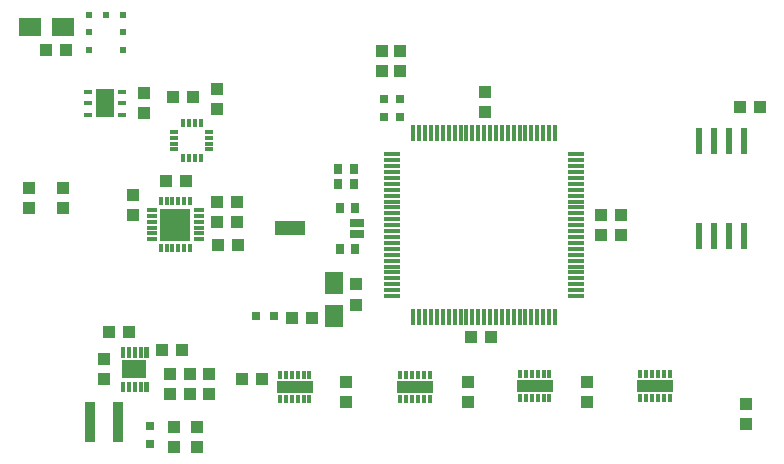
<source format=gtp>
G75*
%MOIN*%
%OFA0B0*%
%FSLAX25Y25*%
%IPPOS*%
%LPD*%
%AMOC8*
5,1,8,0,0,1.08239X$1,22.5*
%
%ADD10R,0.04331X0.03937*%
%ADD11R,0.03937X0.04331*%
%ADD12R,0.05906X0.07677*%
%ADD13R,0.08465X0.06299*%
%ADD14C,0.00011*%
%ADD15R,0.03800X0.13200*%
%ADD16R,0.03150X0.03150*%
%ADD17R,0.01200X0.02600*%
%ADD18R,0.12200X0.03900*%
%ADD19R,0.01969X0.02362*%
%ADD20R,0.02362X0.01969*%
%ADD21R,0.07677X0.05906*%
%ADD22R,0.01181X0.03150*%
%ADD23R,0.03150X0.01181*%
%ADD24R,0.01378X0.03150*%
%ADD25R,0.03346X0.01378*%
%ADD26R,0.10236X0.11024*%
%ADD27R,0.05512X0.01181*%
%ADD28R,0.01181X0.05512*%
%ADD29R,0.02756X0.03543*%
%ADD30R,0.05000X0.02500*%
%ADD31R,0.10000X0.05000*%
%ADD32R,0.02400X0.08700*%
%ADD33R,0.02800X0.01600*%
%ADD34R,0.05900X0.09400*%
D10*
X0062200Y0009279D03*
X0069900Y0009204D03*
X0069900Y0015896D03*
X0062200Y0015971D03*
X0084954Y0031850D03*
X0091646Y0031850D03*
X0064921Y0041425D03*
X0058229Y0041425D03*
X0076954Y0076650D03*
X0083646Y0076650D03*
X0083446Y0084250D03*
X0076754Y0084250D03*
X0076754Y0091050D03*
X0083446Y0091050D03*
X0066446Y0097750D03*
X0059754Y0097750D03*
X0025300Y0095596D03*
X0025300Y0088904D03*
X0014100Y0088904D03*
X0014100Y0095596D03*
X0061854Y0125750D03*
X0068546Y0125750D03*
X0026246Y0141450D03*
X0019554Y0141450D03*
X0131600Y0141096D03*
X0137800Y0141196D03*
X0137800Y0134504D03*
X0131600Y0134404D03*
X0204654Y0086650D03*
X0211346Y0086650D03*
X0211346Y0079750D03*
X0204654Y0079750D03*
X0167996Y0046000D03*
X0161304Y0046000D03*
D11*
X0160300Y0030796D03*
X0160300Y0024104D03*
X0199900Y0024104D03*
X0199900Y0030796D03*
X0253000Y0023496D03*
X0253000Y0016804D03*
X0123100Y0056704D03*
X0123100Y0063396D03*
X0108246Y0052250D03*
X0101554Y0052250D03*
X0074075Y0033521D03*
X0067775Y0033521D03*
X0067775Y0026829D03*
X0074075Y0026829D03*
X0060875Y0026829D03*
X0060875Y0033521D03*
X0039075Y0031829D03*
X0039075Y0038521D03*
X0040729Y0047675D03*
X0047421Y0047675D03*
X0048500Y0086404D03*
X0048500Y0093096D03*
X0052300Y0120504D03*
X0052300Y0127196D03*
X0076600Y0128496D03*
X0076600Y0121804D03*
X0166000Y0120904D03*
X0166000Y0127596D03*
X0250954Y0122450D03*
X0257646Y0122450D03*
X0119700Y0030796D03*
X0119700Y0024104D03*
D12*
X0115700Y0053037D03*
X0115700Y0063863D03*
D13*
X0049075Y0035175D03*
D14*
X0049621Y0031036D02*
X0049621Y0027798D01*
X0048529Y0027798D01*
X0048529Y0031036D01*
X0049621Y0031036D01*
X0049621Y0027808D02*
X0048529Y0027808D01*
X0048529Y0027818D02*
X0049621Y0027818D01*
X0049621Y0027828D02*
X0048529Y0027828D01*
X0048529Y0027838D02*
X0049621Y0027838D01*
X0049621Y0027848D02*
X0048529Y0027848D01*
X0048529Y0027858D02*
X0049621Y0027858D01*
X0049621Y0027868D02*
X0048529Y0027868D01*
X0048529Y0027878D02*
X0049621Y0027878D01*
X0049621Y0027888D02*
X0048529Y0027888D01*
X0048529Y0027898D02*
X0049621Y0027898D01*
X0049621Y0027908D02*
X0048529Y0027908D01*
X0048529Y0027918D02*
X0049621Y0027918D01*
X0049621Y0027928D02*
X0048529Y0027928D01*
X0048529Y0027938D02*
X0049621Y0027938D01*
X0049621Y0027948D02*
X0048529Y0027948D01*
X0048529Y0027958D02*
X0049621Y0027958D01*
X0049621Y0027968D02*
X0048529Y0027968D01*
X0048529Y0027978D02*
X0049621Y0027978D01*
X0049621Y0027988D02*
X0048529Y0027988D01*
X0048529Y0027998D02*
X0049621Y0027998D01*
X0049621Y0028008D02*
X0048529Y0028008D01*
X0048529Y0028018D02*
X0049621Y0028018D01*
X0049621Y0028028D02*
X0048529Y0028028D01*
X0048529Y0028038D02*
X0049621Y0028038D01*
X0049621Y0028048D02*
X0048529Y0028048D01*
X0048529Y0028058D02*
X0049621Y0028058D01*
X0049621Y0028068D02*
X0048529Y0028068D01*
X0048529Y0028078D02*
X0049621Y0028078D01*
X0049621Y0028088D02*
X0048529Y0028088D01*
X0048529Y0028098D02*
X0049621Y0028098D01*
X0049621Y0028108D02*
X0048529Y0028108D01*
X0048529Y0028118D02*
X0049621Y0028118D01*
X0049621Y0028128D02*
X0048529Y0028128D01*
X0048529Y0028138D02*
X0049621Y0028138D01*
X0049621Y0028148D02*
X0048529Y0028148D01*
X0048529Y0028158D02*
X0049621Y0028158D01*
X0049621Y0028168D02*
X0048529Y0028168D01*
X0048529Y0028178D02*
X0049621Y0028178D01*
X0049621Y0028188D02*
X0048529Y0028188D01*
X0048529Y0028198D02*
X0049621Y0028198D01*
X0049621Y0028208D02*
X0048529Y0028208D01*
X0048529Y0028218D02*
X0049621Y0028218D01*
X0049621Y0028228D02*
X0048529Y0028228D01*
X0048529Y0028238D02*
X0049621Y0028238D01*
X0049621Y0028248D02*
X0048529Y0028248D01*
X0048529Y0028258D02*
X0049621Y0028258D01*
X0049621Y0028268D02*
X0048529Y0028268D01*
X0048529Y0028278D02*
X0049621Y0028278D01*
X0049621Y0028288D02*
X0048529Y0028288D01*
X0048529Y0028298D02*
X0049621Y0028298D01*
X0049621Y0028308D02*
X0048529Y0028308D01*
X0048529Y0028318D02*
X0049621Y0028318D01*
X0049621Y0028328D02*
X0048529Y0028328D01*
X0048529Y0028338D02*
X0049621Y0028338D01*
X0049621Y0028348D02*
X0048529Y0028348D01*
X0048529Y0028358D02*
X0049621Y0028358D01*
X0049621Y0028368D02*
X0048529Y0028368D01*
X0048529Y0028378D02*
X0049621Y0028378D01*
X0049621Y0028388D02*
X0048529Y0028388D01*
X0048529Y0028398D02*
X0049621Y0028398D01*
X0049621Y0028408D02*
X0048529Y0028408D01*
X0048529Y0028418D02*
X0049621Y0028418D01*
X0049621Y0028428D02*
X0048529Y0028428D01*
X0048529Y0028438D02*
X0049621Y0028438D01*
X0049621Y0028448D02*
X0048529Y0028448D01*
X0048529Y0028458D02*
X0049621Y0028458D01*
X0049621Y0028468D02*
X0048529Y0028468D01*
X0048529Y0028478D02*
X0049621Y0028478D01*
X0049621Y0028488D02*
X0048529Y0028488D01*
X0048529Y0028498D02*
X0049621Y0028498D01*
X0049621Y0028508D02*
X0048529Y0028508D01*
X0048529Y0028518D02*
X0049621Y0028518D01*
X0049621Y0028528D02*
X0048529Y0028528D01*
X0048529Y0028538D02*
X0049621Y0028538D01*
X0049621Y0028548D02*
X0048529Y0028548D01*
X0048529Y0028558D02*
X0049621Y0028558D01*
X0049621Y0028568D02*
X0048529Y0028568D01*
X0048529Y0028578D02*
X0049621Y0028578D01*
X0049621Y0028588D02*
X0048529Y0028588D01*
X0048529Y0028598D02*
X0049621Y0028598D01*
X0049621Y0028608D02*
X0048529Y0028608D01*
X0048529Y0028618D02*
X0049621Y0028618D01*
X0049621Y0028628D02*
X0048529Y0028628D01*
X0048529Y0028638D02*
X0049621Y0028638D01*
X0049621Y0028648D02*
X0048529Y0028648D01*
X0048529Y0028658D02*
X0049621Y0028658D01*
X0049621Y0028668D02*
X0048529Y0028668D01*
X0048529Y0028678D02*
X0049621Y0028678D01*
X0049621Y0028688D02*
X0048529Y0028688D01*
X0048529Y0028698D02*
X0049621Y0028698D01*
X0049621Y0028708D02*
X0048529Y0028708D01*
X0048529Y0028718D02*
X0049621Y0028718D01*
X0049621Y0028728D02*
X0048529Y0028728D01*
X0048529Y0028738D02*
X0049621Y0028738D01*
X0049621Y0028748D02*
X0048529Y0028748D01*
X0048529Y0028758D02*
X0049621Y0028758D01*
X0049621Y0028768D02*
X0048529Y0028768D01*
X0048529Y0028778D02*
X0049621Y0028778D01*
X0049621Y0028788D02*
X0048529Y0028788D01*
X0048529Y0028798D02*
X0049621Y0028798D01*
X0049621Y0028808D02*
X0048529Y0028808D01*
X0048529Y0028818D02*
X0049621Y0028818D01*
X0049621Y0028828D02*
X0048529Y0028828D01*
X0048529Y0028838D02*
X0049621Y0028838D01*
X0049621Y0028848D02*
X0048529Y0028848D01*
X0048529Y0028858D02*
X0049621Y0028858D01*
X0049621Y0028868D02*
X0048529Y0028868D01*
X0048529Y0028878D02*
X0049621Y0028878D01*
X0049621Y0028888D02*
X0048529Y0028888D01*
X0048529Y0028898D02*
X0049621Y0028898D01*
X0049621Y0028908D02*
X0048529Y0028908D01*
X0048529Y0028918D02*
X0049621Y0028918D01*
X0049621Y0028928D02*
X0048529Y0028928D01*
X0048529Y0028938D02*
X0049621Y0028938D01*
X0049621Y0028948D02*
X0048529Y0028948D01*
X0048529Y0028958D02*
X0049621Y0028958D01*
X0049621Y0028968D02*
X0048529Y0028968D01*
X0048529Y0028978D02*
X0049621Y0028978D01*
X0049621Y0028988D02*
X0048529Y0028988D01*
X0048529Y0028998D02*
X0049621Y0028998D01*
X0049621Y0029008D02*
X0048529Y0029008D01*
X0048529Y0029018D02*
X0049621Y0029018D01*
X0049621Y0029028D02*
X0048529Y0029028D01*
X0048529Y0029038D02*
X0049621Y0029038D01*
X0049621Y0029048D02*
X0048529Y0029048D01*
X0048529Y0029058D02*
X0049621Y0029058D01*
X0049621Y0029068D02*
X0048529Y0029068D01*
X0048529Y0029078D02*
X0049621Y0029078D01*
X0049621Y0029088D02*
X0048529Y0029088D01*
X0048529Y0029098D02*
X0049621Y0029098D01*
X0049621Y0029108D02*
X0048529Y0029108D01*
X0048529Y0029118D02*
X0049621Y0029118D01*
X0049621Y0029128D02*
X0048529Y0029128D01*
X0048529Y0029138D02*
X0049621Y0029138D01*
X0049621Y0029148D02*
X0048529Y0029148D01*
X0048529Y0029158D02*
X0049621Y0029158D01*
X0049621Y0029168D02*
X0048529Y0029168D01*
X0048529Y0029178D02*
X0049621Y0029178D01*
X0049621Y0029188D02*
X0048529Y0029188D01*
X0048529Y0029198D02*
X0049621Y0029198D01*
X0049621Y0029208D02*
X0048529Y0029208D01*
X0048529Y0029218D02*
X0049621Y0029218D01*
X0049621Y0029228D02*
X0048529Y0029228D01*
X0048529Y0029238D02*
X0049621Y0029238D01*
X0049621Y0029248D02*
X0048529Y0029248D01*
X0048529Y0029258D02*
X0049621Y0029258D01*
X0049621Y0029268D02*
X0048529Y0029268D01*
X0048529Y0029278D02*
X0049621Y0029278D01*
X0049621Y0029288D02*
X0048529Y0029288D01*
X0048529Y0029298D02*
X0049621Y0029298D01*
X0049621Y0029308D02*
X0048529Y0029308D01*
X0048529Y0029318D02*
X0049621Y0029318D01*
X0049621Y0029328D02*
X0048529Y0029328D01*
X0048529Y0029338D02*
X0049621Y0029338D01*
X0049621Y0029348D02*
X0048529Y0029348D01*
X0048529Y0029358D02*
X0049621Y0029358D01*
X0049621Y0029368D02*
X0048529Y0029368D01*
X0048529Y0029378D02*
X0049621Y0029378D01*
X0049621Y0029388D02*
X0048529Y0029388D01*
X0048529Y0029398D02*
X0049621Y0029398D01*
X0049621Y0029408D02*
X0048529Y0029408D01*
X0048529Y0029418D02*
X0049621Y0029418D01*
X0049621Y0029428D02*
X0048529Y0029428D01*
X0048529Y0029438D02*
X0049621Y0029438D01*
X0049621Y0029448D02*
X0048529Y0029448D01*
X0048529Y0029458D02*
X0049621Y0029458D01*
X0049621Y0029468D02*
X0048529Y0029468D01*
X0048529Y0029478D02*
X0049621Y0029478D01*
X0049621Y0029488D02*
X0048529Y0029488D01*
X0048529Y0029498D02*
X0049621Y0029498D01*
X0049621Y0029508D02*
X0048529Y0029508D01*
X0048529Y0029518D02*
X0049621Y0029518D01*
X0049621Y0029528D02*
X0048529Y0029528D01*
X0048529Y0029538D02*
X0049621Y0029538D01*
X0049621Y0029548D02*
X0048529Y0029548D01*
X0048529Y0029558D02*
X0049621Y0029558D01*
X0049621Y0029568D02*
X0048529Y0029568D01*
X0048529Y0029578D02*
X0049621Y0029578D01*
X0049621Y0029588D02*
X0048529Y0029588D01*
X0048529Y0029598D02*
X0049621Y0029598D01*
X0049621Y0029608D02*
X0048529Y0029608D01*
X0048529Y0029618D02*
X0049621Y0029618D01*
X0049621Y0029628D02*
X0048529Y0029628D01*
X0048529Y0029638D02*
X0049621Y0029638D01*
X0049621Y0029648D02*
X0048529Y0029648D01*
X0048529Y0029658D02*
X0049621Y0029658D01*
X0049621Y0029668D02*
X0048529Y0029668D01*
X0048529Y0029678D02*
X0049621Y0029678D01*
X0049621Y0029688D02*
X0048529Y0029688D01*
X0048529Y0029698D02*
X0049621Y0029698D01*
X0049621Y0029708D02*
X0048529Y0029708D01*
X0048529Y0029718D02*
X0049621Y0029718D01*
X0049621Y0029728D02*
X0048529Y0029728D01*
X0048529Y0029738D02*
X0049621Y0029738D01*
X0049621Y0029748D02*
X0048529Y0029748D01*
X0048529Y0029758D02*
X0049621Y0029758D01*
X0049621Y0029768D02*
X0048529Y0029768D01*
X0048529Y0029778D02*
X0049621Y0029778D01*
X0049621Y0029788D02*
X0048529Y0029788D01*
X0048529Y0029798D02*
X0049621Y0029798D01*
X0049621Y0029808D02*
X0048529Y0029808D01*
X0048529Y0029818D02*
X0049621Y0029818D01*
X0049621Y0029828D02*
X0048529Y0029828D01*
X0048529Y0029838D02*
X0049621Y0029838D01*
X0049621Y0029848D02*
X0048529Y0029848D01*
X0048529Y0029858D02*
X0049621Y0029858D01*
X0049621Y0029868D02*
X0048529Y0029868D01*
X0048529Y0029878D02*
X0049621Y0029878D01*
X0049621Y0029888D02*
X0048529Y0029888D01*
X0048529Y0029898D02*
X0049621Y0029898D01*
X0049621Y0029908D02*
X0048529Y0029908D01*
X0048529Y0029918D02*
X0049621Y0029918D01*
X0049621Y0029928D02*
X0048529Y0029928D01*
X0048529Y0029938D02*
X0049621Y0029938D01*
X0049621Y0029948D02*
X0048529Y0029948D01*
X0048529Y0029958D02*
X0049621Y0029958D01*
X0049621Y0029968D02*
X0048529Y0029968D01*
X0048529Y0029978D02*
X0049621Y0029978D01*
X0049621Y0029988D02*
X0048529Y0029988D01*
X0048529Y0029998D02*
X0049621Y0029998D01*
X0049621Y0030008D02*
X0048529Y0030008D01*
X0048529Y0030018D02*
X0049621Y0030018D01*
X0049621Y0030028D02*
X0048529Y0030028D01*
X0048529Y0030038D02*
X0049621Y0030038D01*
X0049621Y0030048D02*
X0048529Y0030048D01*
X0048529Y0030058D02*
X0049621Y0030058D01*
X0049621Y0030068D02*
X0048529Y0030068D01*
X0048529Y0030078D02*
X0049621Y0030078D01*
X0049621Y0030088D02*
X0048529Y0030088D01*
X0048529Y0030098D02*
X0049621Y0030098D01*
X0049621Y0030108D02*
X0048529Y0030108D01*
X0048529Y0030118D02*
X0049621Y0030118D01*
X0049621Y0030128D02*
X0048529Y0030128D01*
X0048529Y0030138D02*
X0049621Y0030138D01*
X0049621Y0030148D02*
X0048529Y0030148D01*
X0048529Y0030158D02*
X0049621Y0030158D01*
X0049621Y0030168D02*
X0048529Y0030168D01*
X0048529Y0030178D02*
X0049621Y0030178D01*
X0049621Y0030188D02*
X0048529Y0030188D01*
X0048529Y0030198D02*
X0049621Y0030198D01*
X0049621Y0030208D02*
X0048529Y0030208D01*
X0048529Y0030218D02*
X0049621Y0030218D01*
X0049621Y0030228D02*
X0048529Y0030228D01*
X0048529Y0030238D02*
X0049621Y0030238D01*
X0049621Y0030248D02*
X0048529Y0030248D01*
X0048529Y0030258D02*
X0049621Y0030258D01*
X0049621Y0030268D02*
X0048529Y0030268D01*
X0048529Y0030278D02*
X0049621Y0030278D01*
X0049621Y0030288D02*
X0048529Y0030288D01*
X0048529Y0030298D02*
X0049621Y0030298D01*
X0049621Y0030308D02*
X0048529Y0030308D01*
X0048529Y0030318D02*
X0049621Y0030318D01*
X0049621Y0030328D02*
X0048529Y0030328D01*
X0048529Y0030338D02*
X0049621Y0030338D01*
X0049621Y0030348D02*
X0048529Y0030348D01*
X0048529Y0030358D02*
X0049621Y0030358D01*
X0049621Y0030368D02*
X0048529Y0030368D01*
X0048529Y0030378D02*
X0049621Y0030378D01*
X0049621Y0030388D02*
X0048529Y0030388D01*
X0048529Y0030398D02*
X0049621Y0030398D01*
X0049621Y0030408D02*
X0048529Y0030408D01*
X0048529Y0030418D02*
X0049621Y0030418D01*
X0049621Y0030428D02*
X0048529Y0030428D01*
X0048529Y0030438D02*
X0049621Y0030438D01*
X0049621Y0030448D02*
X0048529Y0030448D01*
X0048529Y0030458D02*
X0049621Y0030458D01*
X0049621Y0030468D02*
X0048529Y0030468D01*
X0048529Y0030478D02*
X0049621Y0030478D01*
X0049621Y0030488D02*
X0048529Y0030488D01*
X0048529Y0030498D02*
X0049621Y0030498D01*
X0049621Y0030508D02*
X0048529Y0030508D01*
X0048529Y0030518D02*
X0049621Y0030518D01*
X0049621Y0030528D02*
X0048529Y0030528D01*
X0048529Y0030538D02*
X0049621Y0030538D01*
X0049621Y0030548D02*
X0048529Y0030548D01*
X0048529Y0030558D02*
X0049621Y0030558D01*
X0049621Y0030568D02*
X0048529Y0030568D01*
X0048529Y0030578D02*
X0049621Y0030578D01*
X0049621Y0030588D02*
X0048529Y0030588D01*
X0048529Y0030598D02*
X0049621Y0030598D01*
X0049621Y0030608D02*
X0048529Y0030608D01*
X0048529Y0030618D02*
X0049621Y0030618D01*
X0049621Y0030628D02*
X0048529Y0030628D01*
X0048529Y0030638D02*
X0049621Y0030638D01*
X0049621Y0030648D02*
X0048529Y0030648D01*
X0048529Y0030658D02*
X0049621Y0030658D01*
X0049621Y0030668D02*
X0048529Y0030668D01*
X0048529Y0030678D02*
X0049621Y0030678D01*
X0049621Y0030688D02*
X0048529Y0030688D01*
X0048529Y0030698D02*
X0049621Y0030698D01*
X0049621Y0030708D02*
X0048529Y0030708D01*
X0048529Y0030718D02*
X0049621Y0030718D01*
X0049621Y0030728D02*
X0048529Y0030728D01*
X0048529Y0030738D02*
X0049621Y0030738D01*
X0049621Y0030748D02*
X0048529Y0030748D01*
X0048529Y0030758D02*
X0049621Y0030758D01*
X0049621Y0030768D02*
X0048529Y0030768D01*
X0048529Y0030778D02*
X0049621Y0030778D01*
X0049621Y0030788D02*
X0048529Y0030788D01*
X0048529Y0030798D02*
X0049621Y0030798D01*
X0049621Y0030808D02*
X0048529Y0030808D01*
X0048529Y0030818D02*
X0049621Y0030818D01*
X0049621Y0030828D02*
X0048529Y0030828D01*
X0048529Y0030838D02*
X0049621Y0030838D01*
X0049621Y0030848D02*
X0048529Y0030848D01*
X0048529Y0030858D02*
X0049621Y0030858D01*
X0049621Y0030868D02*
X0048529Y0030868D01*
X0048529Y0030878D02*
X0049621Y0030878D01*
X0049621Y0030888D02*
X0048529Y0030888D01*
X0048529Y0030898D02*
X0049621Y0030898D01*
X0049621Y0030908D02*
X0048529Y0030908D01*
X0048529Y0030918D02*
X0049621Y0030918D01*
X0049621Y0030928D02*
X0048529Y0030928D01*
X0048529Y0030938D02*
X0049621Y0030938D01*
X0049621Y0030948D02*
X0048529Y0030948D01*
X0048529Y0030958D02*
X0049621Y0030958D01*
X0049621Y0030968D02*
X0048529Y0030968D01*
X0048529Y0030978D02*
X0049621Y0030978D01*
X0049621Y0030988D02*
X0048529Y0030988D01*
X0048529Y0030998D02*
X0049621Y0030998D01*
X0049621Y0031008D02*
X0048529Y0031008D01*
X0048529Y0031018D02*
X0049621Y0031018D01*
X0049621Y0031028D02*
X0048529Y0031028D01*
X0047652Y0031036D02*
X0047652Y0027798D01*
X0046560Y0027798D01*
X0046560Y0031036D01*
X0047652Y0031036D01*
X0047652Y0027808D02*
X0046560Y0027808D01*
X0046560Y0027818D02*
X0047652Y0027818D01*
X0047652Y0027828D02*
X0046560Y0027828D01*
X0046560Y0027838D02*
X0047652Y0027838D01*
X0047652Y0027848D02*
X0046560Y0027848D01*
X0046560Y0027858D02*
X0047652Y0027858D01*
X0047652Y0027868D02*
X0046560Y0027868D01*
X0046560Y0027878D02*
X0047652Y0027878D01*
X0047652Y0027888D02*
X0046560Y0027888D01*
X0046560Y0027898D02*
X0047652Y0027898D01*
X0047652Y0027908D02*
X0046560Y0027908D01*
X0046560Y0027918D02*
X0047652Y0027918D01*
X0047652Y0027928D02*
X0046560Y0027928D01*
X0046560Y0027938D02*
X0047652Y0027938D01*
X0047652Y0027948D02*
X0046560Y0027948D01*
X0046560Y0027958D02*
X0047652Y0027958D01*
X0047652Y0027968D02*
X0046560Y0027968D01*
X0046560Y0027978D02*
X0047652Y0027978D01*
X0047652Y0027988D02*
X0046560Y0027988D01*
X0046560Y0027998D02*
X0047652Y0027998D01*
X0047652Y0028008D02*
X0046560Y0028008D01*
X0046560Y0028018D02*
X0047652Y0028018D01*
X0047652Y0028028D02*
X0046560Y0028028D01*
X0046560Y0028038D02*
X0047652Y0028038D01*
X0047652Y0028048D02*
X0046560Y0028048D01*
X0046560Y0028058D02*
X0047652Y0028058D01*
X0047652Y0028068D02*
X0046560Y0028068D01*
X0046560Y0028078D02*
X0047652Y0028078D01*
X0047652Y0028088D02*
X0046560Y0028088D01*
X0046560Y0028098D02*
X0047652Y0028098D01*
X0047652Y0028108D02*
X0046560Y0028108D01*
X0046560Y0028118D02*
X0047652Y0028118D01*
X0047652Y0028128D02*
X0046560Y0028128D01*
X0046560Y0028138D02*
X0047652Y0028138D01*
X0047652Y0028148D02*
X0046560Y0028148D01*
X0046560Y0028158D02*
X0047652Y0028158D01*
X0047652Y0028168D02*
X0046560Y0028168D01*
X0046560Y0028178D02*
X0047652Y0028178D01*
X0047652Y0028188D02*
X0046560Y0028188D01*
X0046560Y0028198D02*
X0047652Y0028198D01*
X0047652Y0028208D02*
X0046560Y0028208D01*
X0046560Y0028218D02*
X0047652Y0028218D01*
X0047652Y0028228D02*
X0046560Y0028228D01*
X0046560Y0028238D02*
X0047652Y0028238D01*
X0047652Y0028248D02*
X0046560Y0028248D01*
X0046560Y0028258D02*
X0047652Y0028258D01*
X0047652Y0028268D02*
X0046560Y0028268D01*
X0046560Y0028278D02*
X0047652Y0028278D01*
X0047652Y0028288D02*
X0046560Y0028288D01*
X0046560Y0028298D02*
X0047652Y0028298D01*
X0047652Y0028308D02*
X0046560Y0028308D01*
X0046560Y0028318D02*
X0047652Y0028318D01*
X0047652Y0028328D02*
X0046560Y0028328D01*
X0046560Y0028338D02*
X0047652Y0028338D01*
X0047652Y0028348D02*
X0046560Y0028348D01*
X0046560Y0028358D02*
X0047652Y0028358D01*
X0047652Y0028368D02*
X0046560Y0028368D01*
X0046560Y0028378D02*
X0047652Y0028378D01*
X0047652Y0028388D02*
X0046560Y0028388D01*
X0046560Y0028398D02*
X0047652Y0028398D01*
X0047652Y0028408D02*
X0046560Y0028408D01*
X0046560Y0028418D02*
X0047652Y0028418D01*
X0047652Y0028428D02*
X0046560Y0028428D01*
X0046560Y0028438D02*
X0047652Y0028438D01*
X0047652Y0028448D02*
X0046560Y0028448D01*
X0046560Y0028458D02*
X0047652Y0028458D01*
X0047652Y0028468D02*
X0046560Y0028468D01*
X0046560Y0028478D02*
X0047652Y0028478D01*
X0047652Y0028488D02*
X0046560Y0028488D01*
X0046560Y0028498D02*
X0047652Y0028498D01*
X0047652Y0028508D02*
X0046560Y0028508D01*
X0046560Y0028518D02*
X0047652Y0028518D01*
X0047652Y0028528D02*
X0046560Y0028528D01*
X0046560Y0028538D02*
X0047652Y0028538D01*
X0047652Y0028548D02*
X0046560Y0028548D01*
X0046560Y0028558D02*
X0047652Y0028558D01*
X0047652Y0028568D02*
X0046560Y0028568D01*
X0046560Y0028578D02*
X0047652Y0028578D01*
X0047652Y0028588D02*
X0046560Y0028588D01*
X0046560Y0028598D02*
X0047652Y0028598D01*
X0047652Y0028608D02*
X0046560Y0028608D01*
X0046560Y0028618D02*
X0047652Y0028618D01*
X0047652Y0028628D02*
X0046560Y0028628D01*
X0046560Y0028638D02*
X0047652Y0028638D01*
X0047652Y0028648D02*
X0046560Y0028648D01*
X0046560Y0028658D02*
X0047652Y0028658D01*
X0047652Y0028668D02*
X0046560Y0028668D01*
X0046560Y0028678D02*
X0047652Y0028678D01*
X0047652Y0028688D02*
X0046560Y0028688D01*
X0046560Y0028698D02*
X0047652Y0028698D01*
X0047652Y0028708D02*
X0046560Y0028708D01*
X0046560Y0028718D02*
X0047652Y0028718D01*
X0047652Y0028728D02*
X0046560Y0028728D01*
X0046560Y0028738D02*
X0047652Y0028738D01*
X0047652Y0028748D02*
X0046560Y0028748D01*
X0046560Y0028758D02*
X0047652Y0028758D01*
X0047652Y0028768D02*
X0046560Y0028768D01*
X0046560Y0028778D02*
X0047652Y0028778D01*
X0047652Y0028788D02*
X0046560Y0028788D01*
X0046560Y0028798D02*
X0047652Y0028798D01*
X0047652Y0028808D02*
X0046560Y0028808D01*
X0046560Y0028818D02*
X0047652Y0028818D01*
X0047652Y0028828D02*
X0046560Y0028828D01*
X0046560Y0028838D02*
X0047652Y0028838D01*
X0047652Y0028848D02*
X0046560Y0028848D01*
X0046560Y0028858D02*
X0047652Y0028858D01*
X0047652Y0028868D02*
X0046560Y0028868D01*
X0046560Y0028878D02*
X0047652Y0028878D01*
X0047652Y0028888D02*
X0046560Y0028888D01*
X0046560Y0028898D02*
X0047652Y0028898D01*
X0047652Y0028908D02*
X0046560Y0028908D01*
X0046560Y0028918D02*
X0047652Y0028918D01*
X0047652Y0028928D02*
X0046560Y0028928D01*
X0046560Y0028938D02*
X0047652Y0028938D01*
X0047652Y0028948D02*
X0046560Y0028948D01*
X0046560Y0028958D02*
X0047652Y0028958D01*
X0047652Y0028968D02*
X0046560Y0028968D01*
X0046560Y0028978D02*
X0047652Y0028978D01*
X0047652Y0028988D02*
X0046560Y0028988D01*
X0046560Y0028998D02*
X0047652Y0028998D01*
X0047652Y0029008D02*
X0046560Y0029008D01*
X0046560Y0029018D02*
X0047652Y0029018D01*
X0047652Y0029028D02*
X0046560Y0029028D01*
X0046560Y0029038D02*
X0047652Y0029038D01*
X0047652Y0029048D02*
X0046560Y0029048D01*
X0046560Y0029058D02*
X0047652Y0029058D01*
X0047652Y0029068D02*
X0046560Y0029068D01*
X0046560Y0029078D02*
X0047652Y0029078D01*
X0047652Y0029088D02*
X0046560Y0029088D01*
X0046560Y0029098D02*
X0047652Y0029098D01*
X0047652Y0029108D02*
X0046560Y0029108D01*
X0046560Y0029118D02*
X0047652Y0029118D01*
X0047652Y0029128D02*
X0046560Y0029128D01*
X0046560Y0029138D02*
X0047652Y0029138D01*
X0047652Y0029148D02*
X0046560Y0029148D01*
X0046560Y0029158D02*
X0047652Y0029158D01*
X0047652Y0029168D02*
X0046560Y0029168D01*
X0046560Y0029178D02*
X0047652Y0029178D01*
X0047652Y0029188D02*
X0046560Y0029188D01*
X0046560Y0029198D02*
X0047652Y0029198D01*
X0047652Y0029208D02*
X0046560Y0029208D01*
X0046560Y0029218D02*
X0047652Y0029218D01*
X0047652Y0029228D02*
X0046560Y0029228D01*
X0046560Y0029238D02*
X0047652Y0029238D01*
X0047652Y0029248D02*
X0046560Y0029248D01*
X0046560Y0029258D02*
X0047652Y0029258D01*
X0047652Y0029268D02*
X0046560Y0029268D01*
X0046560Y0029278D02*
X0047652Y0029278D01*
X0047652Y0029288D02*
X0046560Y0029288D01*
X0046560Y0029298D02*
X0047652Y0029298D01*
X0047652Y0029308D02*
X0046560Y0029308D01*
X0046560Y0029318D02*
X0047652Y0029318D01*
X0047652Y0029328D02*
X0046560Y0029328D01*
X0046560Y0029338D02*
X0047652Y0029338D01*
X0047652Y0029348D02*
X0046560Y0029348D01*
X0046560Y0029358D02*
X0047652Y0029358D01*
X0047652Y0029368D02*
X0046560Y0029368D01*
X0046560Y0029378D02*
X0047652Y0029378D01*
X0047652Y0029388D02*
X0046560Y0029388D01*
X0046560Y0029398D02*
X0047652Y0029398D01*
X0047652Y0029408D02*
X0046560Y0029408D01*
X0046560Y0029418D02*
X0047652Y0029418D01*
X0047652Y0029428D02*
X0046560Y0029428D01*
X0046560Y0029438D02*
X0047652Y0029438D01*
X0047652Y0029448D02*
X0046560Y0029448D01*
X0046560Y0029458D02*
X0047652Y0029458D01*
X0047652Y0029468D02*
X0046560Y0029468D01*
X0046560Y0029478D02*
X0047652Y0029478D01*
X0047652Y0029488D02*
X0046560Y0029488D01*
X0046560Y0029498D02*
X0047652Y0029498D01*
X0047652Y0029508D02*
X0046560Y0029508D01*
X0046560Y0029518D02*
X0047652Y0029518D01*
X0047652Y0029528D02*
X0046560Y0029528D01*
X0046560Y0029538D02*
X0047652Y0029538D01*
X0047652Y0029548D02*
X0046560Y0029548D01*
X0046560Y0029558D02*
X0047652Y0029558D01*
X0047652Y0029568D02*
X0046560Y0029568D01*
X0046560Y0029578D02*
X0047652Y0029578D01*
X0047652Y0029588D02*
X0046560Y0029588D01*
X0046560Y0029598D02*
X0047652Y0029598D01*
X0047652Y0029608D02*
X0046560Y0029608D01*
X0046560Y0029618D02*
X0047652Y0029618D01*
X0047652Y0029628D02*
X0046560Y0029628D01*
X0046560Y0029638D02*
X0047652Y0029638D01*
X0047652Y0029648D02*
X0046560Y0029648D01*
X0046560Y0029658D02*
X0047652Y0029658D01*
X0047652Y0029668D02*
X0046560Y0029668D01*
X0046560Y0029678D02*
X0047652Y0029678D01*
X0047652Y0029688D02*
X0046560Y0029688D01*
X0046560Y0029698D02*
X0047652Y0029698D01*
X0047652Y0029708D02*
X0046560Y0029708D01*
X0046560Y0029718D02*
X0047652Y0029718D01*
X0047652Y0029728D02*
X0046560Y0029728D01*
X0046560Y0029738D02*
X0047652Y0029738D01*
X0047652Y0029748D02*
X0046560Y0029748D01*
X0046560Y0029758D02*
X0047652Y0029758D01*
X0047652Y0029768D02*
X0046560Y0029768D01*
X0046560Y0029778D02*
X0047652Y0029778D01*
X0047652Y0029788D02*
X0046560Y0029788D01*
X0046560Y0029798D02*
X0047652Y0029798D01*
X0047652Y0029808D02*
X0046560Y0029808D01*
X0046560Y0029818D02*
X0047652Y0029818D01*
X0047652Y0029828D02*
X0046560Y0029828D01*
X0046560Y0029838D02*
X0047652Y0029838D01*
X0047652Y0029848D02*
X0046560Y0029848D01*
X0046560Y0029858D02*
X0047652Y0029858D01*
X0047652Y0029868D02*
X0046560Y0029868D01*
X0046560Y0029878D02*
X0047652Y0029878D01*
X0047652Y0029888D02*
X0046560Y0029888D01*
X0046560Y0029898D02*
X0047652Y0029898D01*
X0047652Y0029908D02*
X0046560Y0029908D01*
X0046560Y0029918D02*
X0047652Y0029918D01*
X0047652Y0029928D02*
X0046560Y0029928D01*
X0046560Y0029938D02*
X0047652Y0029938D01*
X0047652Y0029948D02*
X0046560Y0029948D01*
X0046560Y0029958D02*
X0047652Y0029958D01*
X0047652Y0029968D02*
X0046560Y0029968D01*
X0046560Y0029978D02*
X0047652Y0029978D01*
X0047652Y0029988D02*
X0046560Y0029988D01*
X0046560Y0029998D02*
X0047652Y0029998D01*
X0047652Y0030008D02*
X0046560Y0030008D01*
X0046560Y0030018D02*
X0047652Y0030018D01*
X0047652Y0030028D02*
X0046560Y0030028D01*
X0046560Y0030038D02*
X0047652Y0030038D01*
X0047652Y0030048D02*
X0046560Y0030048D01*
X0046560Y0030058D02*
X0047652Y0030058D01*
X0047652Y0030068D02*
X0046560Y0030068D01*
X0046560Y0030078D02*
X0047652Y0030078D01*
X0047652Y0030088D02*
X0046560Y0030088D01*
X0046560Y0030098D02*
X0047652Y0030098D01*
X0047652Y0030108D02*
X0046560Y0030108D01*
X0046560Y0030118D02*
X0047652Y0030118D01*
X0047652Y0030128D02*
X0046560Y0030128D01*
X0046560Y0030138D02*
X0047652Y0030138D01*
X0047652Y0030148D02*
X0046560Y0030148D01*
X0046560Y0030158D02*
X0047652Y0030158D01*
X0047652Y0030168D02*
X0046560Y0030168D01*
X0046560Y0030178D02*
X0047652Y0030178D01*
X0047652Y0030188D02*
X0046560Y0030188D01*
X0046560Y0030198D02*
X0047652Y0030198D01*
X0047652Y0030208D02*
X0046560Y0030208D01*
X0046560Y0030218D02*
X0047652Y0030218D01*
X0047652Y0030228D02*
X0046560Y0030228D01*
X0046560Y0030238D02*
X0047652Y0030238D01*
X0047652Y0030248D02*
X0046560Y0030248D01*
X0046560Y0030258D02*
X0047652Y0030258D01*
X0047652Y0030268D02*
X0046560Y0030268D01*
X0046560Y0030278D02*
X0047652Y0030278D01*
X0047652Y0030288D02*
X0046560Y0030288D01*
X0046560Y0030298D02*
X0047652Y0030298D01*
X0047652Y0030308D02*
X0046560Y0030308D01*
X0046560Y0030318D02*
X0047652Y0030318D01*
X0047652Y0030328D02*
X0046560Y0030328D01*
X0046560Y0030338D02*
X0047652Y0030338D01*
X0047652Y0030348D02*
X0046560Y0030348D01*
X0046560Y0030358D02*
X0047652Y0030358D01*
X0047652Y0030368D02*
X0046560Y0030368D01*
X0046560Y0030378D02*
X0047652Y0030378D01*
X0047652Y0030388D02*
X0046560Y0030388D01*
X0046560Y0030398D02*
X0047652Y0030398D01*
X0047652Y0030408D02*
X0046560Y0030408D01*
X0046560Y0030418D02*
X0047652Y0030418D01*
X0047652Y0030428D02*
X0046560Y0030428D01*
X0046560Y0030438D02*
X0047652Y0030438D01*
X0047652Y0030448D02*
X0046560Y0030448D01*
X0046560Y0030458D02*
X0047652Y0030458D01*
X0047652Y0030468D02*
X0046560Y0030468D01*
X0046560Y0030478D02*
X0047652Y0030478D01*
X0047652Y0030488D02*
X0046560Y0030488D01*
X0046560Y0030498D02*
X0047652Y0030498D01*
X0047652Y0030508D02*
X0046560Y0030508D01*
X0046560Y0030518D02*
X0047652Y0030518D01*
X0047652Y0030528D02*
X0046560Y0030528D01*
X0046560Y0030538D02*
X0047652Y0030538D01*
X0047652Y0030548D02*
X0046560Y0030548D01*
X0046560Y0030558D02*
X0047652Y0030558D01*
X0047652Y0030568D02*
X0046560Y0030568D01*
X0046560Y0030578D02*
X0047652Y0030578D01*
X0047652Y0030588D02*
X0046560Y0030588D01*
X0046560Y0030598D02*
X0047652Y0030598D01*
X0047652Y0030608D02*
X0046560Y0030608D01*
X0046560Y0030618D02*
X0047652Y0030618D01*
X0047652Y0030628D02*
X0046560Y0030628D01*
X0046560Y0030638D02*
X0047652Y0030638D01*
X0047652Y0030648D02*
X0046560Y0030648D01*
X0046560Y0030658D02*
X0047652Y0030658D01*
X0047652Y0030668D02*
X0046560Y0030668D01*
X0046560Y0030678D02*
X0047652Y0030678D01*
X0047652Y0030688D02*
X0046560Y0030688D01*
X0046560Y0030698D02*
X0047652Y0030698D01*
X0047652Y0030708D02*
X0046560Y0030708D01*
X0046560Y0030718D02*
X0047652Y0030718D01*
X0047652Y0030728D02*
X0046560Y0030728D01*
X0046560Y0030738D02*
X0047652Y0030738D01*
X0047652Y0030748D02*
X0046560Y0030748D01*
X0046560Y0030758D02*
X0047652Y0030758D01*
X0047652Y0030768D02*
X0046560Y0030768D01*
X0046560Y0030778D02*
X0047652Y0030778D01*
X0047652Y0030788D02*
X0046560Y0030788D01*
X0046560Y0030798D02*
X0047652Y0030798D01*
X0047652Y0030808D02*
X0046560Y0030808D01*
X0046560Y0030818D02*
X0047652Y0030818D01*
X0047652Y0030828D02*
X0046560Y0030828D01*
X0046560Y0030838D02*
X0047652Y0030838D01*
X0047652Y0030848D02*
X0046560Y0030848D01*
X0046560Y0030858D02*
X0047652Y0030858D01*
X0047652Y0030868D02*
X0046560Y0030868D01*
X0046560Y0030878D02*
X0047652Y0030878D01*
X0047652Y0030888D02*
X0046560Y0030888D01*
X0046560Y0030898D02*
X0047652Y0030898D01*
X0047652Y0030908D02*
X0046560Y0030908D01*
X0046560Y0030918D02*
X0047652Y0030918D01*
X0047652Y0030928D02*
X0046560Y0030928D01*
X0046560Y0030938D02*
X0047652Y0030938D01*
X0047652Y0030948D02*
X0046560Y0030948D01*
X0046560Y0030958D02*
X0047652Y0030958D01*
X0047652Y0030968D02*
X0046560Y0030968D01*
X0046560Y0030978D02*
X0047652Y0030978D01*
X0047652Y0030988D02*
X0046560Y0030988D01*
X0046560Y0030998D02*
X0047652Y0030998D01*
X0047652Y0031008D02*
X0046560Y0031008D01*
X0046560Y0031018D02*
X0047652Y0031018D01*
X0047652Y0031028D02*
X0046560Y0031028D01*
X0045684Y0031036D02*
X0045684Y0027798D01*
X0044592Y0027798D01*
X0044592Y0031036D01*
X0045684Y0031036D01*
X0045684Y0027808D02*
X0044592Y0027808D01*
X0044592Y0027818D02*
X0045684Y0027818D01*
X0045684Y0027828D02*
X0044592Y0027828D01*
X0044592Y0027838D02*
X0045684Y0027838D01*
X0045684Y0027848D02*
X0044592Y0027848D01*
X0044592Y0027858D02*
X0045684Y0027858D01*
X0045684Y0027868D02*
X0044592Y0027868D01*
X0044592Y0027878D02*
X0045684Y0027878D01*
X0045684Y0027888D02*
X0044592Y0027888D01*
X0044592Y0027898D02*
X0045684Y0027898D01*
X0045684Y0027908D02*
X0044592Y0027908D01*
X0044592Y0027918D02*
X0045684Y0027918D01*
X0045684Y0027928D02*
X0044592Y0027928D01*
X0044592Y0027938D02*
X0045684Y0027938D01*
X0045684Y0027948D02*
X0044592Y0027948D01*
X0044592Y0027958D02*
X0045684Y0027958D01*
X0045684Y0027968D02*
X0044592Y0027968D01*
X0044592Y0027978D02*
X0045684Y0027978D01*
X0045684Y0027988D02*
X0044592Y0027988D01*
X0044592Y0027998D02*
X0045684Y0027998D01*
X0045684Y0028008D02*
X0044592Y0028008D01*
X0044592Y0028018D02*
X0045684Y0028018D01*
X0045684Y0028028D02*
X0044592Y0028028D01*
X0044592Y0028038D02*
X0045684Y0028038D01*
X0045684Y0028048D02*
X0044592Y0028048D01*
X0044592Y0028058D02*
X0045684Y0028058D01*
X0045684Y0028068D02*
X0044592Y0028068D01*
X0044592Y0028078D02*
X0045684Y0028078D01*
X0045684Y0028088D02*
X0044592Y0028088D01*
X0044592Y0028098D02*
X0045684Y0028098D01*
X0045684Y0028108D02*
X0044592Y0028108D01*
X0044592Y0028118D02*
X0045684Y0028118D01*
X0045684Y0028128D02*
X0044592Y0028128D01*
X0044592Y0028138D02*
X0045684Y0028138D01*
X0045684Y0028148D02*
X0044592Y0028148D01*
X0044592Y0028158D02*
X0045684Y0028158D01*
X0045684Y0028168D02*
X0044592Y0028168D01*
X0044592Y0028178D02*
X0045684Y0028178D01*
X0045684Y0028188D02*
X0044592Y0028188D01*
X0044592Y0028198D02*
X0045684Y0028198D01*
X0045684Y0028208D02*
X0044592Y0028208D01*
X0044592Y0028218D02*
X0045684Y0028218D01*
X0045684Y0028228D02*
X0044592Y0028228D01*
X0044592Y0028238D02*
X0045684Y0028238D01*
X0045684Y0028248D02*
X0044592Y0028248D01*
X0044592Y0028258D02*
X0045684Y0028258D01*
X0045684Y0028268D02*
X0044592Y0028268D01*
X0044592Y0028278D02*
X0045684Y0028278D01*
X0045684Y0028288D02*
X0044592Y0028288D01*
X0044592Y0028298D02*
X0045684Y0028298D01*
X0045684Y0028308D02*
X0044592Y0028308D01*
X0044592Y0028318D02*
X0045684Y0028318D01*
X0045684Y0028328D02*
X0044592Y0028328D01*
X0044592Y0028338D02*
X0045684Y0028338D01*
X0045684Y0028348D02*
X0044592Y0028348D01*
X0044592Y0028358D02*
X0045684Y0028358D01*
X0045684Y0028368D02*
X0044592Y0028368D01*
X0044592Y0028378D02*
X0045684Y0028378D01*
X0045684Y0028388D02*
X0044592Y0028388D01*
X0044592Y0028398D02*
X0045684Y0028398D01*
X0045684Y0028408D02*
X0044592Y0028408D01*
X0044592Y0028418D02*
X0045684Y0028418D01*
X0045684Y0028428D02*
X0044592Y0028428D01*
X0044592Y0028438D02*
X0045684Y0028438D01*
X0045684Y0028448D02*
X0044592Y0028448D01*
X0044592Y0028458D02*
X0045684Y0028458D01*
X0045684Y0028468D02*
X0044592Y0028468D01*
X0044592Y0028478D02*
X0045684Y0028478D01*
X0045684Y0028488D02*
X0044592Y0028488D01*
X0044592Y0028498D02*
X0045684Y0028498D01*
X0045684Y0028508D02*
X0044592Y0028508D01*
X0044592Y0028518D02*
X0045684Y0028518D01*
X0045684Y0028528D02*
X0044592Y0028528D01*
X0044592Y0028538D02*
X0045684Y0028538D01*
X0045684Y0028548D02*
X0044592Y0028548D01*
X0044592Y0028558D02*
X0045684Y0028558D01*
X0045684Y0028568D02*
X0044592Y0028568D01*
X0044592Y0028578D02*
X0045684Y0028578D01*
X0045684Y0028588D02*
X0044592Y0028588D01*
X0044592Y0028598D02*
X0045684Y0028598D01*
X0045684Y0028608D02*
X0044592Y0028608D01*
X0044592Y0028618D02*
X0045684Y0028618D01*
X0045684Y0028628D02*
X0044592Y0028628D01*
X0044592Y0028638D02*
X0045684Y0028638D01*
X0045684Y0028648D02*
X0044592Y0028648D01*
X0044592Y0028658D02*
X0045684Y0028658D01*
X0045684Y0028668D02*
X0044592Y0028668D01*
X0044592Y0028678D02*
X0045684Y0028678D01*
X0045684Y0028688D02*
X0044592Y0028688D01*
X0044592Y0028698D02*
X0045684Y0028698D01*
X0045684Y0028708D02*
X0044592Y0028708D01*
X0044592Y0028718D02*
X0045684Y0028718D01*
X0045684Y0028728D02*
X0044592Y0028728D01*
X0044592Y0028738D02*
X0045684Y0028738D01*
X0045684Y0028748D02*
X0044592Y0028748D01*
X0044592Y0028758D02*
X0045684Y0028758D01*
X0045684Y0028768D02*
X0044592Y0028768D01*
X0044592Y0028778D02*
X0045684Y0028778D01*
X0045684Y0028788D02*
X0044592Y0028788D01*
X0044592Y0028798D02*
X0045684Y0028798D01*
X0045684Y0028808D02*
X0044592Y0028808D01*
X0044592Y0028818D02*
X0045684Y0028818D01*
X0045684Y0028828D02*
X0044592Y0028828D01*
X0044592Y0028838D02*
X0045684Y0028838D01*
X0045684Y0028848D02*
X0044592Y0028848D01*
X0044592Y0028858D02*
X0045684Y0028858D01*
X0045684Y0028868D02*
X0044592Y0028868D01*
X0044592Y0028878D02*
X0045684Y0028878D01*
X0045684Y0028888D02*
X0044592Y0028888D01*
X0044592Y0028898D02*
X0045684Y0028898D01*
X0045684Y0028908D02*
X0044592Y0028908D01*
X0044592Y0028918D02*
X0045684Y0028918D01*
X0045684Y0028928D02*
X0044592Y0028928D01*
X0044592Y0028938D02*
X0045684Y0028938D01*
X0045684Y0028948D02*
X0044592Y0028948D01*
X0044592Y0028958D02*
X0045684Y0028958D01*
X0045684Y0028968D02*
X0044592Y0028968D01*
X0044592Y0028978D02*
X0045684Y0028978D01*
X0045684Y0028988D02*
X0044592Y0028988D01*
X0044592Y0028998D02*
X0045684Y0028998D01*
X0045684Y0029008D02*
X0044592Y0029008D01*
X0044592Y0029018D02*
X0045684Y0029018D01*
X0045684Y0029028D02*
X0044592Y0029028D01*
X0044592Y0029038D02*
X0045684Y0029038D01*
X0045684Y0029048D02*
X0044592Y0029048D01*
X0044592Y0029058D02*
X0045684Y0029058D01*
X0045684Y0029068D02*
X0044592Y0029068D01*
X0044592Y0029078D02*
X0045684Y0029078D01*
X0045684Y0029088D02*
X0044592Y0029088D01*
X0044592Y0029098D02*
X0045684Y0029098D01*
X0045684Y0029108D02*
X0044592Y0029108D01*
X0044592Y0029118D02*
X0045684Y0029118D01*
X0045684Y0029128D02*
X0044592Y0029128D01*
X0044592Y0029138D02*
X0045684Y0029138D01*
X0045684Y0029148D02*
X0044592Y0029148D01*
X0044592Y0029158D02*
X0045684Y0029158D01*
X0045684Y0029168D02*
X0044592Y0029168D01*
X0044592Y0029178D02*
X0045684Y0029178D01*
X0045684Y0029188D02*
X0044592Y0029188D01*
X0044592Y0029198D02*
X0045684Y0029198D01*
X0045684Y0029208D02*
X0044592Y0029208D01*
X0044592Y0029218D02*
X0045684Y0029218D01*
X0045684Y0029228D02*
X0044592Y0029228D01*
X0044592Y0029238D02*
X0045684Y0029238D01*
X0045684Y0029248D02*
X0044592Y0029248D01*
X0044592Y0029258D02*
X0045684Y0029258D01*
X0045684Y0029268D02*
X0044592Y0029268D01*
X0044592Y0029278D02*
X0045684Y0029278D01*
X0045684Y0029288D02*
X0044592Y0029288D01*
X0044592Y0029298D02*
X0045684Y0029298D01*
X0045684Y0029308D02*
X0044592Y0029308D01*
X0044592Y0029318D02*
X0045684Y0029318D01*
X0045684Y0029328D02*
X0044592Y0029328D01*
X0044592Y0029338D02*
X0045684Y0029338D01*
X0045684Y0029348D02*
X0044592Y0029348D01*
X0044592Y0029358D02*
X0045684Y0029358D01*
X0045684Y0029368D02*
X0044592Y0029368D01*
X0044592Y0029378D02*
X0045684Y0029378D01*
X0045684Y0029388D02*
X0044592Y0029388D01*
X0044592Y0029398D02*
X0045684Y0029398D01*
X0045684Y0029408D02*
X0044592Y0029408D01*
X0044592Y0029418D02*
X0045684Y0029418D01*
X0045684Y0029428D02*
X0044592Y0029428D01*
X0044592Y0029438D02*
X0045684Y0029438D01*
X0045684Y0029448D02*
X0044592Y0029448D01*
X0044592Y0029458D02*
X0045684Y0029458D01*
X0045684Y0029468D02*
X0044592Y0029468D01*
X0044592Y0029478D02*
X0045684Y0029478D01*
X0045684Y0029488D02*
X0044592Y0029488D01*
X0044592Y0029498D02*
X0045684Y0029498D01*
X0045684Y0029508D02*
X0044592Y0029508D01*
X0044592Y0029518D02*
X0045684Y0029518D01*
X0045684Y0029528D02*
X0044592Y0029528D01*
X0044592Y0029538D02*
X0045684Y0029538D01*
X0045684Y0029548D02*
X0044592Y0029548D01*
X0044592Y0029558D02*
X0045684Y0029558D01*
X0045684Y0029568D02*
X0044592Y0029568D01*
X0044592Y0029578D02*
X0045684Y0029578D01*
X0045684Y0029588D02*
X0044592Y0029588D01*
X0044592Y0029598D02*
X0045684Y0029598D01*
X0045684Y0029608D02*
X0044592Y0029608D01*
X0044592Y0029618D02*
X0045684Y0029618D01*
X0045684Y0029628D02*
X0044592Y0029628D01*
X0044592Y0029638D02*
X0045684Y0029638D01*
X0045684Y0029648D02*
X0044592Y0029648D01*
X0044592Y0029658D02*
X0045684Y0029658D01*
X0045684Y0029668D02*
X0044592Y0029668D01*
X0044592Y0029678D02*
X0045684Y0029678D01*
X0045684Y0029688D02*
X0044592Y0029688D01*
X0044592Y0029698D02*
X0045684Y0029698D01*
X0045684Y0029708D02*
X0044592Y0029708D01*
X0044592Y0029718D02*
X0045684Y0029718D01*
X0045684Y0029728D02*
X0044592Y0029728D01*
X0044592Y0029738D02*
X0045684Y0029738D01*
X0045684Y0029748D02*
X0044592Y0029748D01*
X0044592Y0029758D02*
X0045684Y0029758D01*
X0045684Y0029768D02*
X0044592Y0029768D01*
X0044592Y0029778D02*
X0045684Y0029778D01*
X0045684Y0029788D02*
X0044592Y0029788D01*
X0044592Y0029798D02*
X0045684Y0029798D01*
X0045684Y0029808D02*
X0044592Y0029808D01*
X0044592Y0029818D02*
X0045684Y0029818D01*
X0045684Y0029828D02*
X0044592Y0029828D01*
X0044592Y0029838D02*
X0045684Y0029838D01*
X0045684Y0029848D02*
X0044592Y0029848D01*
X0044592Y0029858D02*
X0045684Y0029858D01*
X0045684Y0029868D02*
X0044592Y0029868D01*
X0044592Y0029878D02*
X0045684Y0029878D01*
X0045684Y0029888D02*
X0044592Y0029888D01*
X0044592Y0029898D02*
X0045684Y0029898D01*
X0045684Y0029908D02*
X0044592Y0029908D01*
X0044592Y0029918D02*
X0045684Y0029918D01*
X0045684Y0029928D02*
X0044592Y0029928D01*
X0044592Y0029938D02*
X0045684Y0029938D01*
X0045684Y0029948D02*
X0044592Y0029948D01*
X0044592Y0029958D02*
X0045684Y0029958D01*
X0045684Y0029968D02*
X0044592Y0029968D01*
X0044592Y0029978D02*
X0045684Y0029978D01*
X0045684Y0029988D02*
X0044592Y0029988D01*
X0044592Y0029998D02*
X0045684Y0029998D01*
X0045684Y0030008D02*
X0044592Y0030008D01*
X0044592Y0030018D02*
X0045684Y0030018D01*
X0045684Y0030028D02*
X0044592Y0030028D01*
X0044592Y0030038D02*
X0045684Y0030038D01*
X0045684Y0030048D02*
X0044592Y0030048D01*
X0044592Y0030058D02*
X0045684Y0030058D01*
X0045684Y0030068D02*
X0044592Y0030068D01*
X0044592Y0030078D02*
X0045684Y0030078D01*
X0045684Y0030088D02*
X0044592Y0030088D01*
X0044592Y0030098D02*
X0045684Y0030098D01*
X0045684Y0030108D02*
X0044592Y0030108D01*
X0044592Y0030118D02*
X0045684Y0030118D01*
X0045684Y0030128D02*
X0044592Y0030128D01*
X0044592Y0030138D02*
X0045684Y0030138D01*
X0045684Y0030148D02*
X0044592Y0030148D01*
X0044592Y0030158D02*
X0045684Y0030158D01*
X0045684Y0030168D02*
X0044592Y0030168D01*
X0044592Y0030178D02*
X0045684Y0030178D01*
X0045684Y0030188D02*
X0044592Y0030188D01*
X0044592Y0030198D02*
X0045684Y0030198D01*
X0045684Y0030208D02*
X0044592Y0030208D01*
X0044592Y0030218D02*
X0045684Y0030218D01*
X0045684Y0030228D02*
X0044592Y0030228D01*
X0044592Y0030238D02*
X0045684Y0030238D01*
X0045684Y0030248D02*
X0044592Y0030248D01*
X0044592Y0030258D02*
X0045684Y0030258D01*
X0045684Y0030268D02*
X0044592Y0030268D01*
X0044592Y0030278D02*
X0045684Y0030278D01*
X0045684Y0030288D02*
X0044592Y0030288D01*
X0044592Y0030298D02*
X0045684Y0030298D01*
X0045684Y0030308D02*
X0044592Y0030308D01*
X0044592Y0030318D02*
X0045684Y0030318D01*
X0045684Y0030328D02*
X0044592Y0030328D01*
X0044592Y0030338D02*
X0045684Y0030338D01*
X0045684Y0030348D02*
X0044592Y0030348D01*
X0044592Y0030358D02*
X0045684Y0030358D01*
X0045684Y0030368D02*
X0044592Y0030368D01*
X0044592Y0030378D02*
X0045684Y0030378D01*
X0045684Y0030388D02*
X0044592Y0030388D01*
X0044592Y0030398D02*
X0045684Y0030398D01*
X0045684Y0030408D02*
X0044592Y0030408D01*
X0044592Y0030418D02*
X0045684Y0030418D01*
X0045684Y0030428D02*
X0044592Y0030428D01*
X0044592Y0030438D02*
X0045684Y0030438D01*
X0045684Y0030448D02*
X0044592Y0030448D01*
X0044592Y0030458D02*
X0045684Y0030458D01*
X0045684Y0030468D02*
X0044592Y0030468D01*
X0044592Y0030478D02*
X0045684Y0030478D01*
X0045684Y0030488D02*
X0044592Y0030488D01*
X0044592Y0030498D02*
X0045684Y0030498D01*
X0045684Y0030508D02*
X0044592Y0030508D01*
X0044592Y0030518D02*
X0045684Y0030518D01*
X0045684Y0030528D02*
X0044592Y0030528D01*
X0044592Y0030538D02*
X0045684Y0030538D01*
X0045684Y0030548D02*
X0044592Y0030548D01*
X0044592Y0030558D02*
X0045684Y0030558D01*
X0045684Y0030568D02*
X0044592Y0030568D01*
X0044592Y0030578D02*
X0045684Y0030578D01*
X0045684Y0030588D02*
X0044592Y0030588D01*
X0044592Y0030598D02*
X0045684Y0030598D01*
X0045684Y0030608D02*
X0044592Y0030608D01*
X0044592Y0030618D02*
X0045684Y0030618D01*
X0045684Y0030628D02*
X0044592Y0030628D01*
X0044592Y0030638D02*
X0045684Y0030638D01*
X0045684Y0030648D02*
X0044592Y0030648D01*
X0044592Y0030658D02*
X0045684Y0030658D01*
X0045684Y0030668D02*
X0044592Y0030668D01*
X0044592Y0030678D02*
X0045684Y0030678D01*
X0045684Y0030688D02*
X0044592Y0030688D01*
X0044592Y0030698D02*
X0045684Y0030698D01*
X0045684Y0030708D02*
X0044592Y0030708D01*
X0044592Y0030718D02*
X0045684Y0030718D01*
X0045684Y0030728D02*
X0044592Y0030728D01*
X0044592Y0030738D02*
X0045684Y0030738D01*
X0045684Y0030748D02*
X0044592Y0030748D01*
X0044592Y0030758D02*
X0045684Y0030758D01*
X0045684Y0030768D02*
X0044592Y0030768D01*
X0044592Y0030778D02*
X0045684Y0030778D01*
X0045684Y0030788D02*
X0044592Y0030788D01*
X0044592Y0030798D02*
X0045684Y0030798D01*
X0045684Y0030808D02*
X0044592Y0030808D01*
X0044592Y0030818D02*
X0045684Y0030818D01*
X0045684Y0030828D02*
X0044592Y0030828D01*
X0044592Y0030838D02*
X0045684Y0030838D01*
X0045684Y0030848D02*
X0044592Y0030848D01*
X0044592Y0030858D02*
X0045684Y0030858D01*
X0045684Y0030868D02*
X0044592Y0030868D01*
X0044592Y0030878D02*
X0045684Y0030878D01*
X0045684Y0030888D02*
X0044592Y0030888D01*
X0044592Y0030898D02*
X0045684Y0030898D01*
X0045684Y0030908D02*
X0044592Y0030908D01*
X0044592Y0030918D02*
X0045684Y0030918D01*
X0045684Y0030928D02*
X0044592Y0030928D01*
X0044592Y0030938D02*
X0045684Y0030938D01*
X0045684Y0030948D02*
X0044592Y0030948D01*
X0044592Y0030958D02*
X0045684Y0030958D01*
X0045684Y0030968D02*
X0044592Y0030968D01*
X0044592Y0030978D02*
X0045684Y0030978D01*
X0045684Y0030988D02*
X0044592Y0030988D01*
X0044592Y0030998D02*
X0045684Y0030998D01*
X0045684Y0031008D02*
X0044592Y0031008D01*
X0044592Y0031018D02*
X0045684Y0031018D01*
X0045684Y0031028D02*
X0044592Y0031028D01*
X0051590Y0031036D02*
X0051590Y0027798D01*
X0050498Y0027798D01*
X0050498Y0031036D01*
X0051590Y0031036D01*
X0051590Y0027808D02*
X0050498Y0027808D01*
X0050498Y0027818D02*
X0051590Y0027818D01*
X0051590Y0027828D02*
X0050498Y0027828D01*
X0050498Y0027838D02*
X0051590Y0027838D01*
X0051590Y0027848D02*
X0050498Y0027848D01*
X0050498Y0027858D02*
X0051590Y0027858D01*
X0051590Y0027868D02*
X0050498Y0027868D01*
X0050498Y0027878D02*
X0051590Y0027878D01*
X0051590Y0027888D02*
X0050498Y0027888D01*
X0050498Y0027898D02*
X0051590Y0027898D01*
X0051590Y0027908D02*
X0050498Y0027908D01*
X0050498Y0027918D02*
X0051590Y0027918D01*
X0051590Y0027928D02*
X0050498Y0027928D01*
X0050498Y0027938D02*
X0051590Y0027938D01*
X0051590Y0027948D02*
X0050498Y0027948D01*
X0050498Y0027958D02*
X0051590Y0027958D01*
X0051590Y0027968D02*
X0050498Y0027968D01*
X0050498Y0027978D02*
X0051590Y0027978D01*
X0051590Y0027988D02*
X0050498Y0027988D01*
X0050498Y0027998D02*
X0051590Y0027998D01*
X0051590Y0028008D02*
X0050498Y0028008D01*
X0050498Y0028018D02*
X0051590Y0028018D01*
X0051590Y0028028D02*
X0050498Y0028028D01*
X0050498Y0028038D02*
X0051590Y0028038D01*
X0051590Y0028048D02*
X0050498Y0028048D01*
X0050498Y0028058D02*
X0051590Y0028058D01*
X0051590Y0028068D02*
X0050498Y0028068D01*
X0050498Y0028078D02*
X0051590Y0028078D01*
X0051590Y0028088D02*
X0050498Y0028088D01*
X0050498Y0028098D02*
X0051590Y0028098D01*
X0051590Y0028108D02*
X0050498Y0028108D01*
X0050498Y0028118D02*
X0051590Y0028118D01*
X0051590Y0028128D02*
X0050498Y0028128D01*
X0050498Y0028138D02*
X0051590Y0028138D01*
X0051590Y0028148D02*
X0050498Y0028148D01*
X0050498Y0028158D02*
X0051590Y0028158D01*
X0051590Y0028168D02*
X0050498Y0028168D01*
X0050498Y0028178D02*
X0051590Y0028178D01*
X0051590Y0028188D02*
X0050498Y0028188D01*
X0050498Y0028198D02*
X0051590Y0028198D01*
X0051590Y0028208D02*
X0050498Y0028208D01*
X0050498Y0028218D02*
X0051590Y0028218D01*
X0051590Y0028228D02*
X0050498Y0028228D01*
X0050498Y0028238D02*
X0051590Y0028238D01*
X0051590Y0028248D02*
X0050498Y0028248D01*
X0050498Y0028258D02*
X0051590Y0028258D01*
X0051590Y0028268D02*
X0050498Y0028268D01*
X0050498Y0028278D02*
X0051590Y0028278D01*
X0051590Y0028288D02*
X0050498Y0028288D01*
X0050498Y0028298D02*
X0051590Y0028298D01*
X0051590Y0028308D02*
X0050498Y0028308D01*
X0050498Y0028318D02*
X0051590Y0028318D01*
X0051590Y0028328D02*
X0050498Y0028328D01*
X0050498Y0028338D02*
X0051590Y0028338D01*
X0051590Y0028348D02*
X0050498Y0028348D01*
X0050498Y0028358D02*
X0051590Y0028358D01*
X0051590Y0028368D02*
X0050498Y0028368D01*
X0050498Y0028378D02*
X0051590Y0028378D01*
X0051590Y0028388D02*
X0050498Y0028388D01*
X0050498Y0028398D02*
X0051590Y0028398D01*
X0051590Y0028408D02*
X0050498Y0028408D01*
X0050498Y0028418D02*
X0051590Y0028418D01*
X0051590Y0028428D02*
X0050498Y0028428D01*
X0050498Y0028438D02*
X0051590Y0028438D01*
X0051590Y0028448D02*
X0050498Y0028448D01*
X0050498Y0028458D02*
X0051590Y0028458D01*
X0051590Y0028468D02*
X0050498Y0028468D01*
X0050498Y0028478D02*
X0051590Y0028478D01*
X0051590Y0028488D02*
X0050498Y0028488D01*
X0050498Y0028498D02*
X0051590Y0028498D01*
X0051590Y0028508D02*
X0050498Y0028508D01*
X0050498Y0028518D02*
X0051590Y0028518D01*
X0051590Y0028528D02*
X0050498Y0028528D01*
X0050498Y0028538D02*
X0051590Y0028538D01*
X0051590Y0028548D02*
X0050498Y0028548D01*
X0050498Y0028558D02*
X0051590Y0028558D01*
X0051590Y0028568D02*
X0050498Y0028568D01*
X0050498Y0028578D02*
X0051590Y0028578D01*
X0051590Y0028588D02*
X0050498Y0028588D01*
X0050498Y0028598D02*
X0051590Y0028598D01*
X0051590Y0028608D02*
X0050498Y0028608D01*
X0050498Y0028618D02*
X0051590Y0028618D01*
X0051590Y0028628D02*
X0050498Y0028628D01*
X0050498Y0028638D02*
X0051590Y0028638D01*
X0051590Y0028648D02*
X0050498Y0028648D01*
X0050498Y0028658D02*
X0051590Y0028658D01*
X0051590Y0028668D02*
X0050498Y0028668D01*
X0050498Y0028678D02*
X0051590Y0028678D01*
X0051590Y0028688D02*
X0050498Y0028688D01*
X0050498Y0028698D02*
X0051590Y0028698D01*
X0051590Y0028708D02*
X0050498Y0028708D01*
X0050498Y0028718D02*
X0051590Y0028718D01*
X0051590Y0028728D02*
X0050498Y0028728D01*
X0050498Y0028738D02*
X0051590Y0028738D01*
X0051590Y0028748D02*
X0050498Y0028748D01*
X0050498Y0028758D02*
X0051590Y0028758D01*
X0051590Y0028768D02*
X0050498Y0028768D01*
X0050498Y0028778D02*
X0051590Y0028778D01*
X0051590Y0028788D02*
X0050498Y0028788D01*
X0050498Y0028798D02*
X0051590Y0028798D01*
X0051590Y0028808D02*
X0050498Y0028808D01*
X0050498Y0028818D02*
X0051590Y0028818D01*
X0051590Y0028828D02*
X0050498Y0028828D01*
X0050498Y0028838D02*
X0051590Y0028838D01*
X0051590Y0028848D02*
X0050498Y0028848D01*
X0050498Y0028858D02*
X0051590Y0028858D01*
X0051590Y0028868D02*
X0050498Y0028868D01*
X0050498Y0028878D02*
X0051590Y0028878D01*
X0051590Y0028888D02*
X0050498Y0028888D01*
X0050498Y0028898D02*
X0051590Y0028898D01*
X0051590Y0028908D02*
X0050498Y0028908D01*
X0050498Y0028918D02*
X0051590Y0028918D01*
X0051590Y0028928D02*
X0050498Y0028928D01*
X0050498Y0028938D02*
X0051590Y0028938D01*
X0051590Y0028948D02*
X0050498Y0028948D01*
X0050498Y0028958D02*
X0051590Y0028958D01*
X0051590Y0028968D02*
X0050498Y0028968D01*
X0050498Y0028978D02*
X0051590Y0028978D01*
X0051590Y0028988D02*
X0050498Y0028988D01*
X0050498Y0028998D02*
X0051590Y0028998D01*
X0051590Y0029008D02*
X0050498Y0029008D01*
X0050498Y0029018D02*
X0051590Y0029018D01*
X0051590Y0029028D02*
X0050498Y0029028D01*
X0050498Y0029038D02*
X0051590Y0029038D01*
X0051590Y0029048D02*
X0050498Y0029048D01*
X0050498Y0029058D02*
X0051590Y0029058D01*
X0051590Y0029068D02*
X0050498Y0029068D01*
X0050498Y0029078D02*
X0051590Y0029078D01*
X0051590Y0029088D02*
X0050498Y0029088D01*
X0050498Y0029098D02*
X0051590Y0029098D01*
X0051590Y0029108D02*
X0050498Y0029108D01*
X0050498Y0029118D02*
X0051590Y0029118D01*
X0051590Y0029128D02*
X0050498Y0029128D01*
X0050498Y0029138D02*
X0051590Y0029138D01*
X0051590Y0029148D02*
X0050498Y0029148D01*
X0050498Y0029158D02*
X0051590Y0029158D01*
X0051590Y0029168D02*
X0050498Y0029168D01*
X0050498Y0029178D02*
X0051590Y0029178D01*
X0051590Y0029188D02*
X0050498Y0029188D01*
X0050498Y0029198D02*
X0051590Y0029198D01*
X0051590Y0029208D02*
X0050498Y0029208D01*
X0050498Y0029218D02*
X0051590Y0029218D01*
X0051590Y0029228D02*
X0050498Y0029228D01*
X0050498Y0029238D02*
X0051590Y0029238D01*
X0051590Y0029248D02*
X0050498Y0029248D01*
X0050498Y0029258D02*
X0051590Y0029258D01*
X0051590Y0029268D02*
X0050498Y0029268D01*
X0050498Y0029278D02*
X0051590Y0029278D01*
X0051590Y0029288D02*
X0050498Y0029288D01*
X0050498Y0029298D02*
X0051590Y0029298D01*
X0051590Y0029308D02*
X0050498Y0029308D01*
X0050498Y0029318D02*
X0051590Y0029318D01*
X0051590Y0029328D02*
X0050498Y0029328D01*
X0050498Y0029338D02*
X0051590Y0029338D01*
X0051590Y0029348D02*
X0050498Y0029348D01*
X0050498Y0029358D02*
X0051590Y0029358D01*
X0051590Y0029368D02*
X0050498Y0029368D01*
X0050498Y0029378D02*
X0051590Y0029378D01*
X0051590Y0029388D02*
X0050498Y0029388D01*
X0050498Y0029398D02*
X0051590Y0029398D01*
X0051590Y0029408D02*
X0050498Y0029408D01*
X0050498Y0029418D02*
X0051590Y0029418D01*
X0051590Y0029428D02*
X0050498Y0029428D01*
X0050498Y0029438D02*
X0051590Y0029438D01*
X0051590Y0029448D02*
X0050498Y0029448D01*
X0050498Y0029458D02*
X0051590Y0029458D01*
X0051590Y0029468D02*
X0050498Y0029468D01*
X0050498Y0029478D02*
X0051590Y0029478D01*
X0051590Y0029488D02*
X0050498Y0029488D01*
X0050498Y0029498D02*
X0051590Y0029498D01*
X0051590Y0029508D02*
X0050498Y0029508D01*
X0050498Y0029518D02*
X0051590Y0029518D01*
X0051590Y0029528D02*
X0050498Y0029528D01*
X0050498Y0029538D02*
X0051590Y0029538D01*
X0051590Y0029548D02*
X0050498Y0029548D01*
X0050498Y0029558D02*
X0051590Y0029558D01*
X0051590Y0029568D02*
X0050498Y0029568D01*
X0050498Y0029578D02*
X0051590Y0029578D01*
X0051590Y0029588D02*
X0050498Y0029588D01*
X0050498Y0029598D02*
X0051590Y0029598D01*
X0051590Y0029608D02*
X0050498Y0029608D01*
X0050498Y0029618D02*
X0051590Y0029618D01*
X0051590Y0029628D02*
X0050498Y0029628D01*
X0050498Y0029638D02*
X0051590Y0029638D01*
X0051590Y0029648D02*
X0050498Y0029648D01*
X0050498Y0029658D02*
X0051590Y0029658D01*
X0051590Y0029668D02*
X0050498Y0029668D01*
X0050498Y0029678D02*
X0051590Y0029678D01*
X0051590Y0029688D02*
X0050498Y0029688D01*
X0050498Y0029698D02*
X0051590Y0029698D01*
X0051590Y0029708D02*
X0050498Y0029708D01*
X0050498Y0029718D02*
X0051590Y0029718D01*
X0051590Y0029728D02*
X0050498Y0029728D01*
X0050498Y0029738D02*
X0051590Y0029738D01*
X0051590Y0029748D02*
X0050498Y0029748D01*
X0050498Y0029758D02*
X0051590Y0029758D01*
X0051590Y0029768D02*
X0050498Y0029768D01*
X0050498Y0029778D02*
X0051590Y0029778D01*
X0051590Y0029788D02*
X0050498Y0029788D01*
X0050498Y0029798D02*
X0051590Y0029798D01*
X0051590Y0029808D02*
X0050498Y0029808D01*
X0050498Y0029818D02*
X0051590Y0029818D01*
X0051590Y0029828D02*
X0050498Y0029828D01*
X0050498Y0029838D02*
X0051590Y0029838D01*
X0051590Y0029848D02*
X0050498Y0029848D01*
X0050498Y0029858D02*
X0051590Y0029858D01*
X0051590Y0029868D02*
X0050498Y0029868D01*
X0050498Y0029878D02*
X0051590Y0029878D01*
X0051590Y0029888D02*
X0050498Y0029888D01*
X0050498Y0029898D02*
X0051590Y0029898D01*
X0051590Y0029908D02*
X0050498Y0029908D01*
X0050498Y0029918D02*
X0051590Y0029918D01*
X0051590Y0029928D02*
X0050498Y0029928D01*
X0050498Y0029938D02*
X0051590Y0029938D01*
X0051590Y0029948D02*
X0050498Y0029948D01*
X0050498Y0029958D02*
X0051590Y0029958D01*
X0051590Y0029968D02*
X0050498Y0029968D01*
X0050498Y0029978D02*
X0051590Y0029978D01*
X0051590Y0029988D02*
X0050498Y0029988D01*
X0050498Y0029998D02*
X0051590Y0029998D01*
X0051590Y0030008D02*
X0050498Y0030008D01*
X0050498Y0030018D02*
X0051590Y0030018D01*
X0051590Y0030028D02*
X0050498Y0030028D01*
X0050498Y0030038D02*
X0051590Y0030038D01*
X0051590Y0030048D02*
X0050498Y0030048D01*
X0050498Y0030058D02*
X0051590Y0030058D01*
X0051590Y0030068D02*
X0050498Y0030068D01*
X0050498Y0030078D02*
X0051590Y0030078D01*
X0051590Y0030088D02*
X0050498Y0030088D01*
X0050498Y0030098D02*
X0051590Y0030098D01*
X0051590Y0030108D02*
X0050498Y0030108D01*
X0050498Y0030118D02*
X0051590Y0030118D01*
X0051590Y0030128D02*
X0050498Y0030128D01*
X0050498Y0030138D02*
X0051590Y0030138D01*
X0051590Y0030148D02*
X0050498Y0030148D01*
X0050498Y0030158D02*
X0051590Y0030158D01*
X0051590Y0030168D02*
X0050498Y0030168D01*
X0050498Y0030178D02*
X0051590Y0030178D01*
X0051590Y0030188D02*
X0050498Y0030188D01*
X0050498Y0030198D02*
X0051590Y0030198D01*
X0051590Y0030208D02*
X0050498Y0030208D01*
X0050498Y0030218D02*
X0051590Y0030218D01*
X0051590Y0030228D02*
X0050498Y0030228D01*
X0050498Y0030238D02*
X0051590Y0030238D01*
X0051590Y0030248D02*
X0050498Y0030248D01*
X0050498Y0030258D02*
X0051590Y0030258D01*
X0051590Y0030268D02*
X0050498Y0030268D01*
X0050498Y0030278D02*
X0051590Y0030278D01*
X0051590Y0030288D02*
X0050498Y0030288D01*
X0050498Y0030298D02*
X0051590Y0030298D01*
X0051590Y0030308D02*
X0050498Y0030308D01*
X0050498Y0030318D02*
X0051590Y0030318D01*
X0051590Y0030328D02*
X0050498Y0030328D01*
X0050498Y0030338D02*
X0051590Y0030338D01*
X0051590Y0030348D02*
X0050498Y0030348D01*
X0050498Y0030358D02*
X0051590Y0030358D01*
X0051590Y0030368D02*
X0050498Y0030368D01*
X0050498Y0030378D02*
X0051590Y0030378D01*
X0051590Y0030388D02*
X0050498Y0030388D01*
X0050498Y0030398D02*
X0051590Y0030398D01*
X0051590Y0030408D02*
X0050498Y0030408D01*
X0050498Y0030418D02*
X0051590Y0030418D01*
X0051590Y0030428D02*
X0050498Y0030428D01*
X0050498Y0030438D02*
X0051590Y0030438D01*
X0051590Y0030448D02*
X0050498Y0030448D01*
X0050498Y0030458D02*
X0051590Y0030458D01*
X0051590Y0030468D02*
X0050498Y0030468D01*
X0050498Y0030478D02*
X0051590Y0030478D01*
X0051590Y0030488D02*
X0050498Y0030488D01*
X0050498Y0030498D02*
X0051590Y0030498D01*
X0051590Y0030508D02*
X0050498Y0030508D01*
X0050498Y0030518D02*
X0051590Y0030518D01*
X0051590Y0030528D02*
X0050498Y0030528D01*
X0050498Y0030538D02*
X0051590Y0030538D01*
X0051590Y0030548D02*
X0050498Y0030548D01*
X0050498Y0030558D02*
X0051590Y0030558D01*
X0051590Y0030568D02*
X0050498Y0030568D01*
X0050498Y0030578D02*
X0051590Y0030578D01*
X0051590Y0030588D02*
X0050498Y0030588D01*
X0050498Y0030598D02*
X0051590Y0030598D01*
X0051590Y0030608D02*
X0050498Y0030608D01*
X0050498Y0030618D02*
X0051590Y0030618D01*
X0051590Y0030628D02*
X0050498Y0030628D01*
X0050498Y0030638D02*
X0051590Y0030638D01*
X0051590Y0030648D02*
X0050498Y0030648D01*
X0050498Y0030658D02*
X0051590Y0030658D01*
X0051590Y0030668D02*
X0050498Y0030668D01*
X0050498Y0030678D02*
X0051590Y0030678D01*
X0051590Y0030688D02*
X0050498Y0030688D01*
X0050498Y0030698D02*
X0051590Y0030698D01*
X0051590Y0030708D02*
X0050498Y0030708D01*
X0050498Y0030718D02*
X0051590Y0030718D01*
X0051590Y0030728D02*
X0050498Y0030728D01*
X0050498Y0030738D02*
X0051590Y0030738D01*
X0051590Y0030748D02*
X0050498Y0030748D01*
X0050498Y0030758D02*
X0051590Y0030758D01*
X0051590Y0030768D02*
X0050498Y0030768D01*
X0050498Y0030778D02*
X0051590Y0030778D01*
X0051590Y0030788D02*
X0050498Y0030788D01*
X0050498Y0030798D02*
X0051590Y0030798D01*
X0051590Y0030808D02*
X0050498Y0030808D01*
X0050498Y0030818D02*
X0051590Y0030818D01*
X0051590Y0030828D02*
X0050498Y0030828D01*
X0050498Y0030838D02*
X0051590Y0030838D01*
X0051590Y0030848D02*
X0050498Y0030848D01*
X0050498Y0030858D02*
X0051590Y0030858D01*
X0051590Y0030868D02*
X0050498Y0030868D01*
X0050498Y0030878D02*
X0051590Y0030878D01*
X0051590Y0030888D02*
X0050498Y0030888D01*
X0050498Y0030898D02*
X0051590Y0030898D01*
X0051590Y0030908D02*
X0050498Y0030908D01*
X0050498Y0030918D02*
X0051590Y0030918D01*
X0051590Y0030928D02*
X0050498Y0030928D01*
X0050498Y0030938D02*
X0051590Y0030938D01*
X0051590Y0030948D02*
X0050498Y0030948D01*
X0050498Y0030958D02*
X0051590Y0030958D01*
X0051590Y0030968D02*
X0050498Y0030968D01*
X0050498Y0030978D02*
X0051590Y0030978D01*
X0051590Y0030988D02*
X0050498Y0030988D01*
X0050498Y0030998D02*
X0051590Y0030998D01*
X0051590Y0031008D02*
X0050498Y0031008D01*
X0050498Y0031018D02*
X0051590Y0031018D01*
X0051590Y0031028D02*
X0050498Y0031028D01*
X0053558Y0031036D02*
X0053558Y0027798D01*
X0052466Y0027798D01*
X0052466Y0031036D01*
X0053558Y0031036D01*
X0053558Y0027808D02*
X0052466Y0027808D01*
X0052466Y0027818D02*
X0053558Y0027818D01*
X0053558Y0027828D02*
X0052466Y0027828D01*
X0052466Y0027838D02*
X0053558Y0027838D01*
X0053558Y0027848D02*
X0052466Y0027848D01*
X0052466Y0027858D02*
X0053558Y0027858D01*
X0053558Y0027868D02*
X0052466Y0027868D01*
X0052466Y0027878D02*
X0053558Y0027878D01*
X0053558Y0027888D02*
X0052466Y0027888D01*
X0052466Y0027898D02*
X0053558Y0027898D01*
X0053558Y0027908D02*
X0052466Y0027908D01*
X0052466Y0027918D02*
X0053558Y0027918D01*
X0053558Y0027928D02*
X0052466Y0027928D01*
X0052466Y0027938D02*
X0053558Y0027938D01*
X0053558Y0027948D02*
X0052466Y0027948D01*
X0052466Y0027958D02*
X0053558Y0027958D01*
X0053558Y0027968D02*
X0052466Y0027968D01*
X0052466Y0027978D02*
X0053558Y0027978D01*
X0053558Y0027988D02*
X0052466Y0027988D01*
X0052466Y0027998D02*
X0053558Y0027998D01*
X0053558Y0028008D02*
X0052466Y0028008D01*
X0052466Y0028018D02*
X0053558Y0028018D01*
X0053558Y0028028D02*
X0052466Y0028028D01*
X0052466Y0028038D02*
X0053558Y0028038D01*
X0053558Y0028048D02*
X0052466Y0028048D01*
X0052466Y0028058D02*
X0053558Y0028058D01*
X0053558Y0028068D02*
X0052466Y0028068D01*
X0052466Y0028078D02*
X0053558Y0028078D01*
X0053558Y0028088D02*
X0052466Y0028088D01*
X0052466Y0028098D02*
X0053558Y0028098D01*
X0053558Y0028108D02*
X0052466Y0028108D01*
X0052466Y0028118D02*
X0053558Y0028118D01*
X0053558Y0028128D02*
X0052466Y0028128D01*
X0052466Y0028138D02*
X0053558Y0028138D01*
X0053558Y0028148D02*
X0052466Y0028148D01*
X0052466Y0028158D02*
X0053558Y0028158D01*
X0053558Y0028168D02*
X0052466Y0028168D01*
X0052466Y0028178D02*
X0053558Y0028178D01*
X0053558Y0028188D02*
X0052466Y0028188D01*
X0052466Y0028198D02*
X0053558Y0028198D01*
X0053558Y0028208D02*
X0052466Y0028208D01*
X0052466Y0028218D02*
X0053558Y0028218D01*
X0053558Y0028228D02*
X0052466Y0028228D01*
X0052466Y0028238D02*
X0053558Y0028238D01*
X0053558Y0028248D02*
X0052466Y0028248D01*
X0052466Y0028258D02*
X0053558Y0028258D01*
X0053558Y0028268D02*
X0052466Y0028268D01*
X0052466Y0028278D02*
X0053558Y0028278D01*
X0053558Y0028288D02*
X0052466Y0028288D01*
X0052466Y0028298D02*
X0053558Y0028298D01*
X0053558Y0028308D02*
X0052466Y0028308D01*
X0052466Y0028318D02*
X0053558Y0028318D01*
X0053558Y0028328D02*
X0052466Y0028328D01*
X0052466Y0028338D02*
X0053558Y0028338D01*
X0053558Y0028348D02*
X0052466Y0028348D01*
X0052466Y0028358D02*
X0053558Y0028358D01*
X0053558Y0028368D02*
X0052466Y0028368D01*
X0052466Y0028378D02*
X0053558Y0028378D01*
X0053558Y0028388D02*
X0052466Y0028388D01*
X0052466Y0028398D02*
X0053558Y0028398D01*
X0053558Y0028408D02*
X0052466Y0028408D01*
X0052466Y0028418D02*
X0053558Y0028418D01*
X0053558Y0028428D02*
X0052466Y0028428D01*
X0052466Y0028438D02*
X0053558Y0028438D01*
X0053558Y0028448D02*
X0052466Y0028448D01*
X0052466Y0028458D02*
X0053558Y0028458D01*
X0053558Y0028468D02*
X0052466Y0028468D01*
X0052466Y0028478D02*
X0053558Y0028478D01*
X0053558Y0028488D02*
X0052466Y0028488D01*
X0052466Y0028498D02*
X0053558Y0028498D01*
X0053558Y0028508D02*
X0052466Y0028508D01*
X0052466Y0028518D02*
X0053558Y0028518D01*
X0053558Y0028528D02*
X0052466Y0028528D01*
X0052466Y0028538D02*
X0053558Y0028538D01*
X0053558Y0028548D02*
X0052466Y0028548D01*
X0052466Y0028558D02*
X0053558Y0028558D01*
X0053558Y0028568D02*
X0052466Y0028568D01*
X0052466Y0028578D02*
X0053558Y0028578D01*
X0053558Y0028588D02*
X0052466Y0028588D01*
X0052466Y0028598D02*
X0053558Y0028598D01*
X0053558Y0028608D02*
X0052466Y0028608D01*
X0052466Y0028618D02*
X0053558Y0028618D01*
X0053558Y0028628D02*
X0052466Y0028628D01*
X0052466Y0028638D02*
X0053558Y0028638D01*
X0053558Y0028648D02*
X0052466Y0028648D01*
X0052466Y0028658D02*
X0053558Y0028658D01*
X0053558Y0028668D02*
X0052466Y0028668D01*
X0052466Y0028678D02*
X0053558Y0028678D01*
X0053558Y0028688D02*
X0052466Y0028688D01*
X0052466Y0028698D02*
X0053558Y0028698D01*
X0053558Y0028708D02*
X0052466Y0028708D01*
X0052466Y0028718D02*
X0053558Y0028718D01*
X0053558Y0028728D02*
X0052466Y0028728D01*
X0052466Y0028738D02*
X0053558Y0028738D01*
X0053558Y0028748D02*
X0052466Y0028748D01*
X0052466Y0028758D02*
X0053558Y0028758D01*
X0053558Y0028768D02*
X0052466Y0028768D01*
X0052466Y0028778D02*
X0053558Y0028778D01*
X0053558Y0028788D02*
X0052466Y0028788D01*
X0052466Y0028798D02*
X0053558Y0028798D01*
X0053558Y0028808D02*
X0052466Y0028808D01*
X0052466Y0028818D02*
X0053558Y0028818D01*
X0053558Y0028828D02*
X0052466Y0028828D01*
X0052466Y0028838D02*
X0053558Y0028838D01*
X0053558Y0028848D02*
X0052466Y0028848D01*
X0052466Y0028858D02*
X0053558Y0028858D01*
X0053558Y0028868D02*
X0052466Y0028868D01*
X0052466Y0028878D02*
X0053558Y0028878D01*
X0053558Y0028888D02*
X0052466Y0028888D01*
X0052466Y0028898D02*
X0053558Y0028898D01*
X0053558Y0028908D02*
X0052466Y0028908D01*
X0052466Y0028918D02*
X0053558Y0028918D01*
X0053558Y0028928D02*
X0052466Y0028928D01*
X0052466Y0028938D02*
X0053558Y0028938D01*
X0053558Y0028948D02*
X0052466Y0028948D01*
X0052466Y0028958D02*
X0053558Y0028958D01*
X0053558Y0028968D02*
X0052466Y0028968D01*
X0052466Y0028978D02*
X0053558Y0028978D01*
X0053558Y0028988D02*
X0052466Y0028988D01*
X0052466Y0028998D02*
X0053558Y0028998D01*
X0053558Y0029008D02*
X0052466Y0029008D01*
X0052466Y0029018D02*
X0053558Y0029018D01*
X0053558Y0029028D02*
X0052466Y0029028D01*
X0052466Y0029038D02*
X0053558Y0029038D01*
X0053558Y0029048D02*
X0052466Y0029048D01*
X0052466Y0029058D02*
X0053558Y0029058D01*
X0053558Y0029068D02*
X0052466Y0029068D01*
X0052466Y0029078D02*
X0053558Y0029078D01*
X0053558Y0029088D02*
X0052466Y0029088D01*
X0052466Y0029098D02*
X0053558Y0029098D01*
X0053558Y0029108D02*
X0052466Y0029108D01*
X0052466Y0029118D02*
X0053558Y0029118D01*
X0053558Y0029128D02*
X0052466Y0029128D01*
X0052466Y0029138D02*
X0053558Y0029138D01*
X0053558Y0029148D02*
X0052466Y0029148D01*
X0052466Y0029158D02*
X0053558Y0029158D01*
X0053558Y0029168D02*
X0052466Y0029168D01*
X0052466Y0029178D02*
X0053558Y0029178D01*
X0053558Y0029188D02*
X0052466Y0029188D01*
X0052466Y0029198D02*
X0053558Y0029198D01*
X0053558Y0029208D02*
X0052466Y0029208D01*
X0052466Y0029218D02*
X0053558Y0029218D01*
X0053558Y0029228D02*
X0052466Y0029228D01*
X0052466Y0029238D02*
X0053558Y0029238D01*
X0053558Y0029248D02*
X0052466Y0029248D01*
X0052466Y0029258D02*
X0053558Y0029258D01*
X0053558Y0029268D02*
X0052466Y0029268D01*
X0052466Y0029278D02*
X0053558Y0029278D01*
X0053558Y0029288D02*
X0052466Y0029288D01*
X0052466Y0029298D02*
X0053558Y0029298D01*
X0053558Y0029308D02*
X0052466Y0029308D01*
X0052466Y0029318D02*
X0053558Y0029318D01*
X0053558Y0029328D02*
X0052466Y0029328D01*
X0052466Y0029338D02*
X0053558Y0029338D01*
X0053558Y0029348D02*
X0052466Y0029348D01*
X0052466Y0029358D02*
X0053558Y0029358D01*
X0053558Y0029368D02*
X0052466Y0029368D01*
X0052466Y0029378D02*
X0053558Y0029378D01*
X0053558Y0029388D02*
X0052466Y0029388D01*
X0052466Y0029398D02*
X0053558Y0029398D01*
X0053558Y0029408D02*
X0052466Y0029408D01*
X0052466Y0029418D02*
X0053558Y0029418D01*
X0053558Y0029428D02*
X0052466Y0029428D01*
X0052466Y0029438D02*
X0053558Y0029438D01*
X0053558Y0029448D02*
X0052466Y0029448D01*
X0052466Y0029458D02*
X0053558Y0029458D01*
X0053558Y0029468D02*
X0052466Y0029468D01*
X0052466Y0029478D02*
X0053558Y0029478D01*
X0053558Y0029488D02*
X0052466Y0029488D01*
X0052466Y0029498D02*
X0053558Y0029498D01*
X0053558Y0029508D02*
X0052466Y0029508D01*
X0052466Y0029518D02*
X0053558Y0029518D01*
X0053558Y0029528D02*
X0052466Y0029528D01*
X0052466Y0029538D02*
X0053558Y0029538D01*
X0053558Y0029548D02*
X0052466Y0029548D01*
X0052466Y0029558D02*
X0053558Y0029558D01*
X0053558Y0029568D02*
X0052466Y0029568D01*
X0052466Y0029578D02*
X0053558Y0029578D01*
X0053558Y0029588D02*
X0052466Y0029588D01*
X0052466Y0029598D02*
X0053558Y0029598D01*
X0053558Y0029608D02*
X0052466Y0029608D01*
X0052466Y0029618D02*
X0053558Y0029618D01*
X0053558Y0029628D02*
X0052466Y0029628D01*
X0052466Y0029638D02*
X0053558Y0029638D01*
X0053558Y0029648D02*
X0052466Y0029648D01*
X0052466Y0029658D02*
X0053558Y0029658D01*
X0053558Y0029668D02*
X0052466Y0029668D01*
X0052466Y0029678D02*
X0053558Y0029678D01*
X0053558Y0029688D02*
X0052466Y0029688D01*
X0052466Y0029698D02*
X0053558Y0029698D01*
X0053558Y0029708D02*
X0052466Y0029708D01*
X0052466Y0029718D02*
X0053558Y0029718D01*
X0053558Y0029728D02*
X0052466Y0029728D01*
X0052466Y0029738D02*
X0053558Y0029738D01*
X0053558Y0029748D02*
X0052466Y0029748D01*
X0052466Y0029758D02*
X0053558Y0029758D01*
X0053558Y0029768D02*
X0052466Y0029768D01*
X0052466Y0029778D02*
X0053558Y0029778D01*
X0053558Y0029788D02*
X0052466Y0029788D01*
X0052466Y0029798D02*
X0053558Y0029798D01*
X0053558Y0029808D02*
X0052466Y0029808D01*
X0052466Y0029818D02*
X0053558Y0029818D01*
X0053558Y0029828D02*
X0052466Y0029828D01*
X0052466Y0029838D02*
X0053558Y0029838D01*
X0053558Y0029848D02*
X0052466Y0029848D01*
X0052466Y0029858D02*
X0053558Y0029858D01*
X0053558Y0029868D02*
X0052466Y0029868D01*
X0052466Y0029878D02*
X0053558Y0029878D01*
X0053558Y0029888D02*
X0052466Y0029888D01*
X0052466Y0029898D02*
X0053558Y0029898D01*
X0053558Y0029908D02*
X0052466Y0029908D01*
X0052466Y0029918D02*
X0053558Y0029918D01*
X0053558Y0029928D02*
X0052466Y0029928D01*
X0052466Y0029938D02*
X0053558Y0029938D01*
X0053558Y0029948D02*
X0052466Y0029948D01*
X0052466Y0029958D02*
X0053558Y0029958D01*
X0053558Y0029968D02*
X0052466Y0029968D01*
X0052466Y0029978D02*
X0053558Y0029978D01*
X0053558Y0029988D02*
X0052466Y0029988D01*
X0052466Y0029998D02*
X0053558Y0029998D01*
X0053558Y0030008D02*
X0052466Y0030008D01*
X0052466Y0030018D02*
X0053558Y0030018D01*
X0053558Y0030028D02*
X0052466Y0030028D01*
X0052466Y0030038D02*
X0053558Y0030038D01*
X0053558Y0030048D02*
X0052466Y0030048D01*
X0052466Y0030058D02*
X0053558Y0030058D01*
X0053558Y0030068D02*
X0052466Y0030068D01*
X0052466Y0030078D02*
X0053558Y0030078D01*
X0053558Y0030088D02*
X0052466Y0030088D01*
X0052466Y0030098D02*
X0053558Y0030098D01*
X0053558Y0030108D02*
X0052466Y0030108D01*
X0052466Y0030118D02*
X0053558Y0030118D01*
X0053558Y0030128D02*
X0052466Y0030128D01*
X0052466Y0030138D02*
X0053558Y0030138D01*
X0053558Y0030148D02*
X0052466Y0030148D01*
X0052466Y0030158D02*
X0053558Y0030158D01*
X0053558Y0030168D02*
X0052466Y0030168D01*
X0052466Y0030178D02*
X0053558Y0030178D01*
X0053558Y0030188D02*
X0052466Y0030188D01*
X0052466Y0030198D02*
X0053558Y0030198D01*
X0053558Y0030208D02*
X0052466Y0030208D01*
X0052466Y0030218D02*
X0053558Y0030218D01*
X0053558Y0030228D02*
X0052466Y0030228D01*
X0052466Y0030238D02*
X0053558Y0030238D01*
X0053558Y0030248D02*
X0052466Y0030248D01*
X0052466Y0030258D02*
X0053558Y0030258D01*
X0053558Y0030268D02*
X0052466Y0030268D01*
X0052466Y0030278D02*
X0053558Y0030278D01*
X0053558Y0030288D02*
X0052466Y0030288D01*
X0052466Y0030298D02*
X0053558Y0030298D01*
X0053558Y0030308D02*
X0052466Y0030308D01*
X0052466Y0030318D02*
X0053558Y0030318D01*
X0053558Y0030328D02*
X0052466Y0030328D01*
X0052466Y0030338D02*
X0053558Y0030338D01*
X0053558Y0030348D02*
X0052466Y0030348D01*
X0052466Y0030358D02*
X0053558Y0030358D01*
X0053558Y0030368D02*
X0052466Y0030368D01*
X0052466Y0030378D02*
X0053558Y0030378D01*
X0053558Y0030388D02*
X0052466Y0030388D01*
X0052466Y0030398D02*
X0053558Y0030398D01*
X0053558Y0030408D02*
X0052466Y0030408D01*
X0052466Y0030418D02*
X0053558Y0030418D01*
X0053558Y0030428D02*
X0052466Y0030428D01*
X0052466Y0030438D02*
X0053558Y0030438D01*
X0053558Y0030448D02*
X0052466Y0030448D01*
X0052466Y0030458D02*
X0053558Y0030458D01*
X0053558Y0030468D02*
X0052466Y0030468D01*
X0052466Y0030478D02*
X0053558Y0030478D01*
X0053558Y0030488D02*
X0052466Y0030488D01*
X0052466Y0030498D02*
X0053558Y0030498D01*
X0053558Y0030508D02*
X0052466Y0030508D01*
X0052466Y0030518D02*
X0053558Y0030518D01*
X0053558Y0030528D02*
X0052466Y0030528D01*
X0052466Y0030538D02*
X0053558Y0030538D01*
X0053558Y0030548D02*
X0052466Y0030548D01*
X0052466Y0030558D02*
X0053558Y0030558D01*
X0053558Y0030568D02*
X0052466Y0030568D01*
X0052466Y0030578D02*
X0053558Y0030578D01*
X0053558Y0030588D02*
X0052466Y0030588D01*
X0052466Y0030598D02*
X0053558Y0030598D01*
X0053558Y0030608D02*
X0052466Y0030608D01*
X0052466Y0030618D02*
X0053558Y0030618D01*
X0053558Y0030628D02*
X0052466Y0030628D01*
X0052466Y0030638D02*
X0053558Y0030638D01*
X0053558Y0030648D02*
X0052466Y0030648D01*
X0052466Y0030658D02*
X0053558Y0030658D01*
X0053558Y0030668D02*
X0052466Y0030668D01*
X0052466Y0030678D02*
X0053558Y0030678D01*
X0053558Y0030688D02*
X0052466Y0030688D01*
X0052466Y0030698D02*
X0053558Y0030698D01*
X0053558Y0030708D02*
X0052466Y0030708D01*
X0052466Y0030718D02*
X0053558Y0030718D01*
X0053558Y0030728D02*
X0052466Y0030728D01*
X0052466Y0030738D02*
X0053558Y0030738D01*
X0053558Y0030748D02*
X0052466Y0030748D01*
X0052466Y0030758D02*
X0053558Y0030758D01*
X0053558Y0030768D02*
X0052466Y0030768D01*
X0052466Y0030778D02*
X0053558Y0030778D01*
X0053558Y0030788D02*
X0052466Y0030788D01*
X0052466Y0030798D02*
X0053558Y0030798D01*
X0053558Y0030808D02*
X0052466Y0030808D01*
X0052466Y0030818D02*
X0053558Y0030818D01*
X0053558Y0030828D02*
X0052466Y0030828D01*
X0052466Y0030838D02*
X0053558Y0030838D01*
X0053558Y0030848D02*
X0052466Y0030848D01*
X0052466Y0030858D02*
X0053558Y0030858D01*
X0053558Y0030868D02*
X0052466Y0030868D01*
X0052466Y0030878D02*
X0053558Y0030878D01*
X0053558Y0030888D02*
X0052466Y0030888D01*
X0052466Y0030898D02*
X0053558Y0030898D01*
X0053558Y0030908D02*
X0052466Y0030908D01*
X0052466Y0030918D02*
X0053558Y0030918D01*
X0053558Y0030928D02*
X0052466Y0030928D01*
X0052466Y0030938D02*
X0053558Y0030938D01*
X0053558Y0030948D02*
X0052466Y0030948D01*
X0052466Y0030958D02*
X0053558Y0030958D01*
X0053558Y0030968D02*
X0052466Y0030968D01*
X0052466Y0030978D02*
X0053558Y0030978D01*
X0053558Y0030988D02*
X0052466Y0030988D01*
X0052466Y0030998D02*
X0053558Y0030998D01*
X0053558Y0031008D02*
X0052466Y0031008D01*
X0052466Y0031018D02*
X0053558Y0031018D01*
X0053558Y0031028D02*
X0052466Y0031028D01*
X0053558Y0039314D02*
X0053558Y0042552D01*
X0053558Y0039314D02*
X0052466Y0039314D01*
X0052466Y0042552D01*
X0053558Y0042552D01*
X0053558Y0039324D02*
X0052466Y0039324D01*
X0052466Y0039334D02*
X0053558Y0039334D01*
X0053558Y0039344D02*
X0052466Y0039344D01*
X0052466Y0039354D02*
X0053558Y0039354D01*
X0053558Y0039364D02*
X0052466Y0039364D01*
X0052466Y0039374D02*
X0053558Y0039374D01*
X0053558Y0039384D02*
X0052466Y0039384D01*
X0052466Y0039394D02*
X0053558Y0039394D01*
X0053558Y0039404D02*
X0052466Y0039404D01*
X0052466Y0039414D02*
X0053558Y0039414D01*
X0053558Y0039424D02*
X0052466Y0039424D01*
X0052466Y0039434D02*
X0053558Y0039434D01*
X0053558Y0039444D02*
X0052466Y0039444D01*
X0052466Y0039454D02*
X0053558Y0039454D01*
X0053558Y0039464D02*
X0052466Y0039464D01*
X0052466Y0039474D02*
X0053558Y0039474D01*
X0053558Y0039484D02*
X0052466Y0039484D01*
X0052466Y0039494D02*
X0053558Y0039494D01*
X0053558Y0039504D02*
X0052466Y0039504D01*
X0052466Y0039514D02*
X0053558Y0039514D01*
X0053558Y0039524D02*
X0052466Y0039524D01*
X0052466Y0039534D02*
X0053558Y0039534D01*
X0053558Y0039544D02*
X0052466Y0039544D01*
X0052466Y0039554D02*
X0053558Y0039554D01*
X0053558Y0039564D02*
X0052466Y0039564D01*
X0052466Y0039574D02*
X0053558Y0039574D01*
X0053558Y0039584D02*
X0052466Y0039584D01*
X0052466Y0039594D02*
X0053558Y0039594D01*
X0053558Y0039604D02*
X0052466Y0039604D01*
X0052466Y0039614D02*
X0053558Y0039614D01*
X0053558Y0039624D02*
X0052466Y0039624D01*
X0052466Y0039634D02*
X0053558Y0039634D01*
X0053558Y0039644D02*
X0052466Y0039644D01*
X0052466Y0039654D02*
X0053558Y0039654D01*
X0053558Y0039664D02*
X0052466Y0039664D01*
X0052466Y0039674D02*
X0053558Y0039674D01*
X0053558Y0039684D02*
X0052466Y0039684D01*
X0052466Y0039694D02*
X0053558Y0039694D01*
X0053558Y0039704D02*
X0052466Y0039704D01*
X0052466Y0039714D02*
X0053558Y0039714D01*
X0053558Y0039724D02*
X0052466Y0039724D01*
X0052466Y0039734D02*
X0053558Y0039734D01*
X0053558Y0039744D02*
X0052466Y0039744D01*
X0052466Y0039754D02*
X0053558Y0039754D01*
X0053558Y0039764D02*
X0052466Y0039764D01*
X0052466Y0039774D02*
X0053558Y0039774D01*
X0053558Y0039784D02*
X0052466Y0039784D01*
X0052466Y0039794D02*
X0053558Y0039794D01*
X0053558Y0039804D02*
X0052466Y0039804D01*
X0052466Y0039814D02*
X0053558Y0039814D01*
X0053558Y0039824D02*
X0052466Y0039824D01*
X0052466Y0039834D02*
X0053558Y0039834D01*
X0053558Y0039844D02*
X0052466Y0039844D01*
X0052466Y0039854D02*
X0053558Y0039854D01*
X0053558Y0039864D02*
X0052466Y0039864D01*
X0052466Y0039874D02*
X0053558Y0039874D01*
X0053558Y0039884D02*
X0052466Y0039884D01*
X0052466Y0039894D02*
X0053558Y0039894D01*
X0053558Y0039904D02*
X0052466Y0039904D01*
X0052466Y0039914D02*
X0053558Y0039914D01*
X0053558Y0039924D02*
X0052466Y0039924D01*
X0052466Y0039934D02*
X0053558Y0039934D01*
X0053558Y0039944D02*
X0052466Y0039944D01*
X0052466Y0039954D02*
X0053558Y0039954D01*
X0053558Y0039964D02*
X0052466Y0039964D01*
X0052466Y0039974D02*
X0053558Y0039974D01*
X0053558Y0039984D02*
X0052466Y0039984D01*
X0052466Y0039994D02*
X0053558Y0039994D01*
X0053558Y0040004D02*
X0052466Y0040004D01*
X0052466Y0040014D02*
X0053558Y0040014D01*
X0053558Y0040024D02*
X0052466Y0040024D01*
X0052466Y0040034D02*
X0053558Y0040034D01*
X0053558Y0040044D02*
X0052466Y0040044D01*
X0052466Y0040054D02*
X0053558Y0040054D01*
X0053558Y0040064D02*
X0052466Y0040064D01*
X0052466Y0040074D02*
X0053558Y0040074D01*
X0053558Y0040084D02*
X0052466Y0040084D01*
X0052466Y0040094D02*
X0053558Y0040094D01*
X0053558Y0040104D02*
X0052466Y0040104D01*
X0052466Y0040114D02*
X0053558Y0040114D01*
X0053558Y0040124D02*
X0052466Y0040124D01*
X0052466Y0040134D02*
X0053558Y0040134D01*
X0053558Y0040144D02*
X0052466Y0040144D01*
X0052466Y0040154D02*
X0053558Y0040154D01*
X0053558Y0040164D02*
X0052466Y0040164D01*
X0052466Y0040174D02*
X0053558Y0040174D01*
X0053558Y0040184D02*
X0052466Y0040184D01*
X0052466Y0040194D02*
X0053558Y0040194D01*
X0053558Y0040204D02*
X0052466Y0040204D01*
X0052466Y0040214D02*
X0053558Y0040214D01*
X0053558Y0040224D02*
X0052466Y0040224D01*
X0052466Y0040234D02*
X0053558Y0040234D01*
X0053558Y0040244D02*
X0052466Y0040244D01*
X0052466Y0040254D02*
X0053558Y0040254D01*
X0053558Y0040264D02*
X0052466Y0040264D01*
X0052466Y0040274D02*
X0053558Y0040274D01*
X0053558Y0040284D02*
X0052466Y0040284D01*
X0052466Y0040294D02*
X0053558Y0040294D01*
X0053558Y0040304D02*
X0052466Y0040304D01*
X0052466Y0040314D02*
X0053558Y0040314D01*
X0053558Y0040324D02*
X0052466Y0040324D01*
X0052466Y0040334D02*
X0053558Y0040334D01*
X0053558Y0040344D02*
X0052466Y0040344D01*
X0052466Y0040354D02*
X0053558Y0040354D01*
X0053558Y0040364D02*
X0052466Y0040364D01*
X0052466Y0040374D02*
X0053558Y0040374D01*
X0053558Y0040384D02*
X0052466Y0040384D01*
X0052466Y0040394D02*
X0053558Y0040394D01*
X0053558Y0040404D02*
X0052466Y0040404D01*
X0052466Y0040414D02*
X0053558Y0040414D01*
X0053558Y0040424D02*
X0052466Y0040424D01*
X0052466Y0040434D02*
X0053558Y0040434D01*
X0053558Y0040444D02*
X0052466Y0040444D01*
X0052466Y0040454D02*
X0053558Y0040454D01*
X0053558Y0040464D02*
X0052466Y0040464D01*
X0052466Y0040474D02*
X0053558Y0040474D01*
X0053558Y0040484D02*
X0052466Y0040484D01*
X0052466Y0040494D02*
X0053558Y0040494D01*
X0053558Y0040504D02*
X0052466Y0040504D01*
X0052466Y0040514D02*
X0053558Y0040514D01*
X0053558Y0040524D02*
X0052466Y0040524D01*
X0052466Y0040534D02*
X0053558Y0040534D01*
X0053558Y0040544D02*
X0052466Y0040544D01*
X0052466Y0040554D02*
X0053558Y0040554D01*
X0053558Y0040564D02*
X0052466Y0040564D01*
X0052466Y0040574D02*
X0053558Y0040574D01*
X0053558Y0040584D02*
X0052466Y0040584D01*
X0052466Y0040594D02*
X0053558Y0040594D01*
X0053558Y0040604D02*
X0052466Y0040604D01*
X0052466Y0040614D02*
X0053558Y0040614D01*
X0053558Y0040624D02*
X0052466Y0040624D01*
X0052466Y0040634D02*
X0053558Y0040634D01*
X0053558Y0040644D02*
X0052466Y0040644D01*
X0052466Y0040654D02*
X0053558Y0040654D01*
X0053558Y0040664D02*
X0052466Y0040664D01*
X0052466Y0040674D02*
X0053558Y0040674D01*
X0053558Y0040684D02*
X0052466Y0040684D01*
X0052466Y0040694D02*
X0053558Y0040694D01*
X0053558Y0040704D02*
X0052466Y0040704D01*
X0052466Y0040714D02*
X0053558Y0040714D01*
X0053558Y0040724D02*
X0052466Y0040724D01*
X0052466Y0040734D02*
X0053558Y0040734D01*
X0053558Y0040744D02*
X0052466Y0040744D01*
X0052466Y0040754D02*
X0053558Y0040754D01*
X0053558Y0040764D02*
X0052466Y0040764D01*
X0052466Y0040774D02*
X0053558Y0040774D01*
X0053558Y0040784D02*
X0052466Y0040784D01*
X0052466Y0040794D02*
X0053558Y0040794D01*
X0053558Y0040804D02*
X0052466Y0040804D01*
X0052466Y0040814D02*
X0053558Y0040814D01*
X0053558Y0040824D02*
X0052466Y0040824D01*
X0052466Y0040834D02*
X0053558Y0040834D01*
X0053558Y0040844D02*
X0052466Y0040844D01*
X0052466Y0040854D02*
X0053558Y0040854D01*
X0053558Y0040864D02*
X0052466Y0040864D01*
X0052466Y0040874D02*
X0053558Y0040874D01*
X0053558Y0040884D02*
X0052466Y0040884D01*
X0052466Y0040894D02*
X0053558Y0040894D01*
X0053558Y0040904D02*
X0052466Y0040904D01*
X0052466Y0040914D02*
X0053558Y0040914D01*
X0053558Y0040924D02*
X0052466Y0040924D01*
X0052466Y0040934D02*
X0053558Y0040934D01*
X0053558Y0040944D02*
X0052466Y0040944D01*
X0052466Y0040954D02*
X0053558Y0040954D01*
X0053558Y0040964D02*
X0052466Y0040964D01*
X0052466Y0040974D02*
X0053558Y0040974D01*
X0053558Y0040984D02*
X0052466Y0040984D01*
X0052466Y0040994D02*
X0053558Y0040994D01*
X0053558Y0041004D02*
X0052466Y0041004D01*
X0052466Y0041014D02*
X0053558Y0041014D01*
X0053558Y0041024D02*
X0052466Y0041024D01*
X0052466Y0041034D02*
X0053558Y0041034D01*
X0053558Y0041044D02*
X0052466Y0041044D01*
X0052466Y0041054D02*
X0053558Y0041054D01*
X0053558Y0041064D02*
X0052466Y0041064D01*
X0052466Y0041074D02*
X0053558Y0041074D01*
X0053558Y0041084D02*
X0052466Y0041084D01*
X0052466Y0041094D02*
X0053558Y0041094D01*
X0053558Y0041104D02*
X0052466Y0041104D01*
X0052466Y0041114D02*
X0053558Y0041114D01*
X0053558Y0041124D02*
X0052466Y0041124D01*
X0052466Y0041134D02*
X0053558Y0041134D01*
X0053558Y0041144D02*
X0052466Y0041144D01*
X0052466Y0041154D02*
X0053558Y0041154D01*
X0053558Y0041164D02*
X0052466Y0041164D01*
X0052466Y0041174D02*
X0053558Y0041174D01*
X0053558Y0041184D02*
X0052466Y0041184D01*
X0052466Y0041194D02*
X0053558Y0041194D01*
X0053558Y0041204D02*
X0052466Y0041204D01*
X0052466Y0041214D02*
X0053558Y0041214D01*
X0053558Y0041224D02*
X0052466Y0041224D01*
X0052466Y0041234D02*
X0053558Y0041234D01*
X0053558Y0041244D02*
X0052466Y0041244D01*
X0052466Y0041254D02*
X0053558Y0041254D01*
X0053558Y0041264D02*
X0052466Y0041264D01*
X0052466Y0041274D02*
X0053558Y0041274D01*
X0053558Y0041284D02*
X0052466Y0041284D01*
X0052466Y0041294D02*
X0053558Y0041294D01*
X0053558Y0041304D02*
X0052466Y0041304D01*
X0052466Y0041314D02*
X0053558Y0041314D01*
X0053558Y0041324D02*
X0052466Y0041324D01*
X0052466Y0041334D02*
X0053558Y0041334D01*
X0053558Y0041344D02*
X0052466Y0041344D01*
X0052466Y0041354D02*
X0053558Y0041354D01*
X0053558Y0041364D02*
X0052466Y0041364D01*
X0052466Y0041374D02*
X0053558Y0041374D01*
X0053558Y0041384D02*
X0052466Y0041384D01*
X0052466Y0041394D02*
X0053558Y0041394D01*
X0053558Y0041404D02*
X0052466Y0041404D01*
X0052466Y0041414D02*
X0053558Y0041414D01*
X0053558Y0041424D02*
X0052466Y0041424D01*
X0052466Y0041434D02*
X0053558Y0041434D01*
X0053558Y0041444D02*
X0052466Y0041444D01*
X0052466Y0041454D02*
X0053558Y0041454D01*
X0053558Y0041464D02*
X0052466Y0041464D01*
X0052466Y0041474D02*
X0053558Y0041474D01*
X0053558Y0041484D02*
X0052466Y0041484D01*
X0052466Y0041494D02*
X0053558Y0041494D01*
X0053558Y0041504D02*
X0052466Y0041504D01*
X0052466Y0041514D02*
X0053558Y0041514D01*
X0053558Y0041524D02*
X0052466Y0041524D01*
X0052466Y0041534D02*
X0053558Y0041534D01*
X0053558Y0041544D02*
X0052466Y0041544D01*
X0052466Y0041554D02*
X0053558Y0041554D01*
X0053558Y0041564D02*
X0052466Y0041564D01*
X0052466Y0041574D02*
X0053558Y0041574D01*
X0053558Y0041584D02*
X0052466Y0041584D01*
X0052466Y0041594D02*
X0053558Y0041594D01*
X0053558Y0041604D02*
X0052466Y0041604D01*
X0052466Y0041614D02*
X0053558Y0041614D01*
X0053558Y0041624D02*
X0052466Y0041624D01*
X0052466Y0041634D02*
X0053558Y0041634D01*
X0053558Y0041644D02*
X0052466Y0041644D01*
X0052466Y0041654D02*
X0053558Y0041654D01*
X0053558Y0041664D02*
X0052466Y0041664D01*
X0052466Y0041674D02*
X0053558Y0041674D01*
X0053558Y0041684D02*
X0052466Y0041684D01*
X0052466Y0041694D02*
X0053558Y0041694D01*
X0053558Y0041704D02*
X0052466Y0041704D01*
X0052466Y0041714D02*
X0053558Y0041714D01*
X0053558Y0041724D02*
X0052466Y0041724D01*
X0052466Y0041734D02*
X0053558Y0041734D01*
X0053558Y0041744D02*
X0052466Y0041744D01*
X0052466Y0041754D02*
X0053558Y0041754D01*
X0053558Y0041764D02*
X0052466Y0041764D01*
X0052466Y0041774D02*
X0053558Y0041774D01*
X0053558Y0041784D02*
X0052466Y0041784D01*
X0052466Y0041794D02*
X0053558Y0041794D01*
X0053558Y0041804D02*
X0052466Y0041804D01*
X0052466Y0041814D02*
X0053558Y0041814D01*
X0053558Y0041824D02*
X0052466Y0041824D01*
X0052466Y0041834D02*
X0053558Y0041834D01*
X0053558Y0041844D02*
X0052466Y0041844D01*
X0052466Y0041854D02*
X0053558Y0041854D01*
X0053558Y0041864D02*
X0052466Y0041864D01*
X0052466Y0041874D02*
X0053558Y0041874D01*
X0053558Y0041884D02*
X0052466Y0041884D01*
X0052466Y0041894D02*
X0053558Y0041894D01*
X0053558Y0041904D02*
X0052466Y0041904D01*
X0052466Y0041914D02*
X0053558Y0041914D01*
X0053558Y0041924D02*
X0052466Y0041924D01*
X0052466Y0041934D02*
X0053558Y0041934D01*
X0053558Y0041944D02*
X0052466Y0041944D01*
X0052466Y0041954D02*
X0053558Y0041954D01*
X0053558Y0041964D02*
X0052466Y0041964D01*
X0052466Y0041974D02*
X0053558Y0041974D01*
X0053558Y0041984D02*
X0052466Y0041984D01*
X0052466Y0041994D02*
X0053558Y0041994D01*
X0053558Y0042004D02*
X0052466Y0042004D01*
X0052466Y0042014D02*
X0053558Y0042014D01*
X0053558Y0042024D02*
X0052466Y0042024D01*
X0052466Y0042034D02*
X0053558Y0042034D01*
X0053558Y0042044D02*
X0052466Y0042044D01*
X0052466Y0042054D02*
X0053558Y0042054D01*
X0053558Y0042064D02*
X0052466Y0042064D01*
X0052466Y0042074D02*
X0053558Y0042074D01*
X0053558Y0042084D02*
X0052466Y0042084D01*
X0052466Y0042094D02*
X0053558Y0042094D01*
X0053558Y0042104D02*
X0052466Y0042104D01*
X0052466Y0042114D02*
X0053558Y0042114D01*
X0053558Y0042124D02*
X0052466Y0042124D01*
X0052466Y0042134D02*
X0053558Y0042134D01*
X0053558Y0042144D02*
X0052466Y0042144D01*
X0052466Y0042154D02*
X0053558Y0042154D01*
X0053558Y0042164D02*
X0052466Y0042164D01*
X0052466Y0042174D02*
X0053558Y0042174D01*
X0053558Y0042184D02*
X0052466Y0042184D01*
X0052466Y0042194D02*
X0053558Y0042194D01*
X0053558Y0042204D02*
X0052466Y0042204D01*
X0052466Y0042214D02*
X0053558Y0042214D01*
X0053558Y0042224D02*
X0052466Y0042224D01*
X0052466Y0042234D02*
X0053558Y0042234D01*
X0053558Y0042244D02*
X0052466Y0042244D01*
X0052466Y0042254D02*
X0053558Y0042254D01*
X0053558Y0042264D02*
X0052466Y0042264D01*
X0052466Y0042274D02*
X0053558Y0042274D01*
X0053558Y0042284D02*
X0052466Y0042284D01*
X0052466Y0042294D02*
X0053558Y0042294D01*
X0053558Y0042304D02*
X0052466Y0042304D01*
X0052466Y0042314D02*
X0053558Y0042314D01*
X0053558Y0042324D02*
X0052466Y0042324D01*
X0052466Y0042334D02*
X0053558Y0042334D01*
X0053558Y0042344D02*
X0052466Y0042344D01*
X0052466Y0042354D02*
X0053558Y0042354D01*
X0053558Y0042364D02*
X0052466Y0042364D01*
X0052466Y0042374D02*
X0053558Y0042374D01*
X0053558Y0042384D02*
X0052466Y0042384D01*
X0052466Y0042394D02*
X0053558Y0042394D01*
X0053558Y0042404D02*
X0052466Y0042404D01*
X0052466Y0042414D02*
X0053558Y0042414D01*
X0053558Y0042424D02*
X0052466Y0042424D01*
X0052466Y0042434D02*
X0053558Y0042434D01*
X0053558Y0042444D02*
X0052466Y0042444D01*
X0052466Y0042454D02*
X0053558Y0042454D01*
X0053558Y0042464D02*
X0052466Y0042464D01*
X0052466Y0042474D02*
X0053558Y0042474D01*
X0053558Y0042484D02*
X0052466Y0042484D01*
X0052466Y0042494D02*
X0053558Y0042494D01*
X0053558Y0042504D02*
X0052466Y0042504D01*
X0052466Y0042514D02*
X0053558Y0042514D01*
X0053558Y0042524D02*
X0052466Y0042524D01*
X0052466Y0042534D02*
X0053558Y0042534D01*
X0053558Y0042544D02*
X0052466Y0042544D01*
X0051590Y0042552D02*
X0051590Y0039314D01*
X0050498Y0039314D01*
X0050498Y0042552D01*
X0051590Y0042552D01*
X0051590Y0039324D02*
X0050498Y0039324D01*
X0050498Y0039334D02*
X0051590Y0039334D01*
X0051590Y0039344D02*
X0050498Y0039344D01*
X0050498Y0039354D02*
X0051590Y0039354D01*
X0051590Y0039364D02*
X0050498Y0039364D01*
X0050498Y0039374D02*
X0051590Y0039374D01*
X0051590Y0039384D02*
X0050498Y0039384D01*
X0050498Y0039394D02*
X0051590Y0039394D01*
X0051590Y0039404D02*
X0050498Y0039404D01*
X0050498Y0039414D02*
X0051590Y0039414D01*
X0051590Y0039424D02*
X0050498Y0039424D01*
X0050498Y0039434D02*
X0051590Y0039434D01*
X0051590Y0039444D02*
X0050498Y0039444D01*
X0050498Y0039454D02*
X0051590Y0039454D01*
X0051590Y0039464D02*
X0050498Y0039464D01*
X0050498Y0039474D02*
X0051590Y0039474D01*
X0051590Y0039484D02*
X0050498Y0039484D01*
X0050498Y0039494D02*
X0051590Y0039494D01*
X0051590Y0039504D02*
X0050498Y0039504D01*
X0050498Y0039514D02*
X0051590Y0039514D01*
X0051590Y0039524D02*
X0050498Y0039524D01*
X0050498Y0039534D02*
X0051590Y0039534D01*
X0051590Y0039544D02*
X0050498Y0039544D01*
X0050498Y0039554D02*
X0051590Y0039554D01*
X0051590Y0039564D02*
X0050498Y0039564D01*
X0050498Y0039574D02*
X0051590Y0039574D01*
X0051590Y0039584D02*
X0050498Y0039584D01*
X0050498Y0039594D02*
X0051590Y0039594D01*
X0051590Y0039604D02*
X0050498Y0039604D01*
X0050498Y0039614D02*
X0051590Y0039614D01*
X0051590Y0039624D02*
X0050498Y0039624D01*
X0050498Y0039634D02*
X0051590Y0039634D01*
X0051590Y0039644D02*
X0050498Y0039644D01*
X0050498Y0039654D02*
X0051590Y0039654D01*
X0051590Y0039664D02*
X0050498Y0039664D01*
X0050498Y0039674D02*
X0051590Y0039674D01*
X0051590Y0039684D02*
X0050498Y0039684D01*
X0050498Y0039694D02*
X0051590Y0039694D01*
X0051590Y0039704D02*
X0050498Y0039704D01*
X0050498Y0039714D02*
X0051590Y0039714D01*
X0051590Y0039724D02*
X0050498Y0039724D01*
X0050498Y0039734D02*
X0051590Y0039734D01*
X0051590Y0039744D02*
X0050498Y0039744D01*
X0050498Y0039754D02*
X0051590Y0039754D01*
X0051590Y0039764D02*
X0050498Y0039764D01*
X0050498Y0039774D02*
X0051590Y0039774D01*
X0051590Y0039784D02*
X0050498Y0039784D01*
X0050498Y0039794D02*
X0051590Y0039794D01*
X0051590Y0039804D02*
X0050498Y0039804D01*
X0050498Y0039814D02*
X0051590Y0039814D01*
X0051590Y0039824D02*
X0050498Y0039824D01*
X0050498Y0039834D02*
X0051590Y0039834D01*
X0051590Y0039844D02*
X0050498Y0039844D01*
X0050498Y0039854D02*
X0051590Y0039854D01*
X0051590Y0039864D02*
X0050498Y0039864D01*
X0050498Y0039874D02*
X0051590Y0039874D01*
X0051590Y0039884D02*
X0050498Y0039884D01*
X0050498Y0039894D02*
X0051590Y0039894D01*
X0051590Y0039904D02*
X0050498Y0039904D01*
X0050498Y0039914D02*
X0051590Y0039914D01*
X0051590Y0039924D02*
X0050498Y0039924D01*
X0050498Y0039934D02*
X0051590Y0039934D01*
X0051590Y0039944D02*
X0050498Y0039944D01*
X0050498Y0039954D02*
X0051590Y0039954D01*
X0051590Y0039964D02*
X0050498Y0039964D01*
X0050498Y0039974D02*
X0051590Y0039974D01*
X0051590Y0039984D02*
X0050498Y0039984D01*
X0050498Y0039994D02*
X0051590Y0039994D01*
X0051590Y0040004D02*
X0050498Y0040004D01*
X0050498Y0040014D02*
X0051590Y0040014D01*
X0051590Y0040024D02*
X0050498Y0040024D01*
X0050498Y0040034D02*
X0051590Y0040034D01*
X0051590Y0040044D02*
X0050498Y0040044D01*
X0050498Y0040054D02*
X0051590Y0040054D01*
X0051590Y0040064D02*
X0050498Y0040064D01*
X0050498Y0040074D02*
X0051590Y0040074D01*
X0051590Y0040084D02*
X0050498Y0040084D01*
X0050498Y0040094D02*
X0051590Y0040094D01*
X0051590Y0040104D02*
X0050498Y0040104D01*
X0050498Y0040114D02*
X0051590Y0040114D01*
X0051590Y0040124D02*
X0050498Y0040124D01*
X0050498Y0040134D02*
X0051590Y0040134D01*
X0051590Y0040144D02*
X0050498Y0040144D01*
X0050498Y0040154D02*
X0051590Y0040154D01*
X0051590Y0040164D02*
X0050498Y0040164D01*
X0050498Y0040174D02*
X0051590Y0040174D01*
X0051590Y0040184D02*
X0050498Y0040184D01*
X0050498Y0040194D02*
X0051590Y0040194D01*
X0051590Y0040204D02*
X0050498Y0040204D01*
X0050498Y0040214D02*
X0051590Y0040214D01*
X0051590Y0040224D02*
X0050498Y0040224D01*
X0050498Y0040234D02*
X0051590Y0040234D01*
X0051590Y0040244D02*
X0050498Y0040244D01*
X0050498Y0040254D02*
X0051590Y0040254D01*
X0051590Y0040264D02*
X0050498Y0040264D01*
X0050498Y0040274D02*
X0051590Y0040274D01*
X0051590Y0040284D02*
X0050498Y0040284D01*
X0050498Y0040294D02*
X0051590Y0040294D01*
X0051590Y0040304D02*
X0050498Y0040304D01*
X0050498Y0040314D02*
X0051590Y0040314D01*
X0051590Y0040324D02*
X0050498Y0040324D01*
X0050498Y0040334D02*
X0051590Y0040334D01*
X0051590Y0040344D02*
X0050498Y0040344D01*
X0050498Y0040354D02*
X0051590Y0040354D01*
X0051590Y0040364D02*
X0050498Y0040364D01*
X0050498Y0040374D02*
X0051590Y0040374D01*
X0051590Y0040384D02*
X0050498Y0040384D01*
X0050498Y0040394D02*
X0051590Y0040394D01*
X0051590Y0040404D02*
X0050498Y0040404D01*
X0050498Y0040414D02*
X0051590Y0040414D01*
X0051590Y0040424D02*
X0050498Y0040424D01*
X0050498Y0040434D02*
X0051590Y0040434D01*
X0051590Y0040444D02*
X0050498Y0040444D01*
X0050498Y0040454D02*
X0051590Y0040454D01*
X0051590Y0040464D02*
X0050498Y0040464D01*
X0050498Y0040474D02*
X0051590Y0040474D01*
X0051590Y0040484D02*
X0050498Y0040484D01*
X0050498Y0040494D02*
X0051590Y0040494D01*
X0051590Y0040504D02*
X0050498Y0040504D01*
X0050498Y0040514D02*
X0051590Y0040514D01*
X0051590Y0040524D02*
X0050498Y0040524D01*
X0050498Y0040534D02*
X0051590Y0040534D01*
X0051590Y0040544D02*
X0050498Y0040544D01*
X0050498Y0040554D02*
X0051590Y0040554D01*
X0051590Y0040564D02*
X0050498Y0040564D01*
X0050498Y0040574D02*
X0051590Y0040574D01*
X0051590Y0040584D02*
X0050498Y0040584D01*
X0050498Y0040594D02*
X0051590Y0040594D01*
X0051590Y0040604D02*
X0050498Y0040604D01*
X0050498Y0040614D02*
X0051590Y0040614D01*
X0051590Y0040624D02*
X0050498Y0040624D01*
X0050498Y0040634D02*
X0051590Y0040634D01*
X0051590Y0040644D02*
X0050498Y0040644D01*
X0050498Y0040654D02*
X0051590Y0040654D01*
X0051590Y0040664D02*
X0050498Y0040664D01*
X0050498Y0040674D02*
X0051590Y0040674D01*
X0051590Y0040684D02*
X0050498Y0040684D01*
X0050498Y0040694D02*
X0051590Y0040694D01*
X0051590Y0040704D02*
X0050498Y0040704D01*
X0050498Y0040714D02*
X0051590Y0040714D01*
X0051590Y0040724D02*
X0050498Y0040724D01*
X0050498Y0040734D02*
X0051590Y0040734D01*
X0051590Y0040744D02*
X0050498Y0040744D01*
X0050498Y0040754D02*
X0051590Y0040754D01*
X0051590Y0040764D02*
X0050498Y0040764D01*
X0050498Y0040774D02*
X0051590Y0040774D01*
X0051590Y0040784D02*
X0050498Y0040784D01*
X0050498Y0040794D02*
X0051590Y0040794D01*
X0051590Y0040804D02*
X0050498Y0040804D01*
X0050498Y0040814D02*
X0051590Y0040814D01*
X0051590Y0040824D02*
X0050498Y0040824D01*
X0050498Y0040834D02*
X0051590Y0040834D01*
X0051590Y0040844D02*
X0050498Y0040844D01*
X0050498Y0040854D02*
X0051590Y0040854D01*
X0051590Y0040864D02*
X0050498Y0040864D01*
X0050498Y0040874D02*
X0051590Y0040874D01*
X0051590Y0040884D02*
X0050498Y0040884D01*
X0050498Y0040894D02*
X0051590Y0040894D01*
X0051590Y0040904D02*
X0050498Y0040904D01*
X0050498Y0040914D02*
X0051590Y0040914D01*
X0051590Y0040924D02*
X0050498Y0040924D01*
X0050498Y0040934D02*
X0051590Y0040934D01*
X0051590Y0040944D02*
X0050498Y0040944D01*
X0050498Y0040954D02*
X0051590Y0040954D01*
X0051590Y0040964D02*
X0050498Y0040964D01*
X0050498Y0040974D02*
X0051590Y0040974D01*
X0051590Y0040984D02*
X0050498Y0040984D01*
X0050498Y0040994D02*
X0051590Y0040994D01*
X0051590Y0041004D02*
X0050498Y0041004D01*
X0050498Y0041014D02*
X0051590Y0041014D01*
X0051590Y0041024D02*
X0050498Y0041024D01*
X0050498Y0041034D02*
X0051590Y0041034D01*
X0051590Y0041044D02*
X0050498Y0041044D01*
X0050498Y0041054D02*
X0051590Y0041054D01*
X0051590Y0041064D02*
X0050498Y0041064D01*
X0050498Y0041074D02*
X0051590Y0041074D01*
X0051590Y0041084D02*
X0050498Y0041084D01*
X0050498Y0041094D02*
X0051590Y0041094D01*
X0051590Y0041104D02*
X0050498Y0041104D01*
X0050498Y0041114D02*
X0051590Y0041114D01*
X0051590Y0041124D02*
X0050498Y0041124D01*
X0050498Y0041134D02*
X0051590Y0041134D01*
X0051590Y0041144D02*
X0050498Y0041144D01*
X0050498Y0041154D02*
X0051590Y0041154D01*
X0051590Y0041164D02*
X0050498Y0041164D01*
X0050498Y0041174D02*
X0051590Y0041174D01*
X0051590Y0041184D02*
X0050498Y0041184D01*
X0050498Y0041194D02*
X0051590Y0041194D01*
X0051590Y0041204D02*
X0050498Y0041204D01*
X0050498Y0041214D02*
X0051590Y0041214D01*
X0051590Y0041224D02*
X0050498Y0041224D01*
X0050498Y0041234D02*
X0051590Y0041234D01*
X0051590Y0041244D02*
X0050498Y0041244D01*
X0050498Y0041254D02*
X0051590Y0041254D01*
X0051590Y0041264D02*
X0050498Y0041264D01*
X0050498Y0041274D02*
X0051590Y0041274D01*
X0051590Y0041284D02*
X0050498Y0041284D01*
X0050498Y0041294D02*
X0051590Y0041294D01*
X0051590Y0041304D02*
X0050498Y0041304D01*
X0050498Y0041314D02*
X0051590Y0041314D01*
X0051590Y0041324D02*
X0050498Y0041324D01*
X0050498Y0041334D02*
X0051590Y0041334D01*
X0051590Y0041344D02*
X0050498Y0041344D01*
X0050498Y0041354D02*
X0051590Y0041354D01*
X0051590Y0041364D02*
X0050498Y0041364D01*
X0050498Y0041374D02*
X0051590Y0041374D01*
X0051590Y0041384D02*
X0050498Y0041384D01*
X0050498Y0041394D02*
X0051590Y0041394D01*
X0051590Y0041404D02*
X0050498Y0041404D01*
X0050498Y0041414D02*
X0051590Y0041414D01*
X0051590Y0041424D02*
X0050498Y0041424D01*
X0050498Y0041434D02*
X0051590Y0041434D01*
X0051590Y0041444D02*
X0050498Y0041444D01*
X0050498Y0041454D02*
X0051590Y0041454D01*
X0051590Y0041464D02*
X0050498Y0041464D01*
X0050498Y0041474D02*
X0051590Y0041474D01*
X0051590Y0041484D02*
X0050498Y0041484D01*
X0050498Y0041494D02*
X0051590Y0041494D01*
X0051590Y0041504D02*
X0050498Y0041504D01*
X0050498Y0041514D02*
X0051590Y0041514D01*
X0051590Y0041524D02*
X0050498Y0041524D01*
X0050498Y0041534D02*
X0051590Y0041534D01*
X0051590Y0041544D02*
X0050498Y0041544D01*
X0050498Y0041554D02*
X0051590Y0041554D01*
X0051590Y0041564D02*
X0050498Y0041564D01*
X0050498Y0041574D02*
X0051590Y0041574D01*
X0051590Y0041584D02*
X0050498Y0041584D01*
X0050498Y0041594D02*
X0051590Y0041594D01*
X0051590Y0041604D02*
X0050498Y0041604D01*
X0050498Y0041614D02*
X0051590Y0041614D01*
X0051590Y0041624D02*
X0050498Y0041624D01*
X0050498Y0041634D02*
X0051590Y0041634D01*
X0051590Y0041644D02*
X0050498Y0041644D01*
X0050498Y0041654D02*
X0051590Y0041654D01*
X0051590Y0041664D02*
X0050498Y0041664D01*
X0050498Y0041674D02*
X0051590Y0041674D01*
X0051590Y0041684D02*
X0050498Y0041684D01*
X0050498Y0041694D02*
X0051590Y0041694D01*
X0051590Y0041704D02*
X0050498Y0041704D01*
X0050498Y0041714D02*
X0051590Y0041714D01*
X0051590Y0041724D02*
X0050498Y0041724D01*
X0050498Y0041734D02*
X0051590Y0041734D01*
X0051590Y0041744D02*
X0050498Y0041744D01*
X0050498Y0041754D02*
X0051590Y0041754D01*
X0051590Y0041764D02*
X0050498Y0041764D01*
X0050498Y0041774D02*
X0051590Y0041774D01*
X0051590Y0041784D02*
X0050498Y0041784D01*
X0050498Y0041794D02*
X0051590Y0041794D01*
X0051590Y0041804D02*
X0050498Y0041804D01*
X0050498Y0041814D02*
X0051590Y0041814D01*
X0051590Y0041824D02*
X0050498Y0041824D01*
X0050498Y0041834D02*
X0051590Y0041834D01*
X0051590Y0041844D02*
X0050498Y0041844D01*
X0050498Y0041854D02*
X0051590Y0041854D01*
X0051590Y0041864D02*
X0050498Y0041864D01*
X0050498Y0041874D02*
X0051590Y0041874D01*
X0051590Y0041884D02*
X0050498Y0041884D01*
X0050498Y0041894D02*
X0051590Y0041894D01*
X0051590Y0041904D02*
X0050498Y0041904D01*
X0050498Y0041914D02*
X0051590Y0041914D01*
X0051590Y0041924D02*
X0050498Y0041924D01*
X0050498Y0041934D02*
X0051590Y0041934D01*
X0051590Y0041944D02*
X0050498Y0041944D01*
X0050498Y0041954D02*
X0051590Y0041954D01*
X0051590Y0041964D02*
X0050498Y0041964D01*
X0050498Y0041974D02*
X0051590Y0041974D01*
X0051590Y0041984D02*
X0050498Y0041984D01*
X0050498Y0041994D02*
X0051590Y0041994D01*
X0051590Y0042004D02*
X0050498Y0042004D01*
X0050498Y0042014D02*
X0051590Y0042014D01*
X0051590Y0042024D02*
X0050498Y0042024D01*
X0050498Y0042034D02*
X0051590Y0042034D01*
X0051590Y0042044D02*
X0050498Y0042044D01*
X0050498Y0042054D02*
X0051590Y0042054D01*
X0051590Y0042064D02*
X0050498Y0042064D01*
X0050498Y0042074D02*
X0051590Y0042074D01*
X0051590Y0042084D02*
X0050498Y0042084D01*
X0050498Y0042094D02*
X0051590Y0042094D01*
X0051590Y0042104D02*
X0050498Y0042104D01*
X0050498Y0042114D02*
X0051590Y0042114D01*
X0051590Y0042124D02*
X0050498Y0042124D01*
X0050498Y0042134D02*
X0051590Y0042134D01*
X0051590Y0042144D02*
X0050498Y0042144D01*
X0050498Y0042154D02*
X0051590Y0042154D01*
X0051590Y0042164D02*
X0050498Y0042164D01*
X0050498Y0042174D02*
X0051590Y0042174D01*
X0051590Y0042184D02*
X0050498Y0042184D01*
X0050498Y0042194D02*
X0051590Y0042194D01*
X0051590Y0042204D02*
X0050498Y0042204D01*
X0050498Y0042214D02*
X0051590Y0042214D01*
X0051590Y0042224D02*
X0050498Y0042224D01*
X0050498Y0042234D02*
X0051590Y0042234D01*
X0051590Y0042244D02*
X0050498Y0042244D01*
X0050498Y0042254D02*
X0051590Y0042254D01*
X0051590Y0042264D02*
X0050498Y0042264D01*
X0050498Y0042274D02*
X0051590Y0042274D01*
X0051590Y0042284D02*
X0050498Y0042284D01*
X0050498Y0042294D02*
X0051590Y0042294D01*
X0051590Y0042304D02*
X0050498Y0042304D01*
X0050498Y0042314D02*
X0051590Y0042314D01*
X0051590Y0042324D02*
X0050498Y0042324D01*
X0050498Y0042334D02*
X0051590Y0042334D01*
X0051590Y0042344D02*
X0050498Y0042344D01*
X0050498Y0042354D02*
X0051590Y0042354D01*
X0051590Y0042364D02*
X0050498Y0042364D01*
X0050498Y0042374D02*
X0051590Y0042374D01*
X0051590Y0042384D02*
X0050498Y0042384D01*
X0050498Y0042394D02*
X0051590Y0042394D01*
X0051590Y0042404D02*
X0050498Y0042404D01*
X0050498Y0042414D02*
X0051590Y0042414D01*
X0051590Y0042424D02*
X0050498Y0042424D01*
X0050498Y0042434D02*
X0051590Y0042434D01*
X0051590Y0042444D02*
X0050498Y0042444D01*
X0050498Y0042454D02*
X0051590Y0042454D01*
X0051590Y0042464D02*
X0050498Y0042464D01*
X0050498Y0042474D02*
X0051590Y0042474D01*
X0051590Y0042484D02*
X0050498Y0042484D01*
X0050498Y0042494D02*
X0051590Y0042494D01*
X0051590Y0042504D02*
X0050498Y0042504D01*
X0050498Y0042514D02*
X0051590Y0042514D01*
X0051590Y0042524D02*
X0050498Y0042524D01*
X0050498Y0042534D02*
X0051590Y0042534D01*
X0051590Y0042544D02*
X0050498Y0042544D01*
X0049621Y0042552D02*
X0049621Y0039314D01*
X0048529Y0039314D01*
X0048529Y0042552D01*
X0049621Y0042552D01*
X0049621Y0039324D02*
X0048529Y0039324D01*
X0048529Y0039334D02*
X0049621Y0039334D01*
X0049621Y0039344D02*
X0048529Y0039344D01*
X0048529Y0039354D02*
X0049621Y0039354D01*
X0049621Y0039364D02*
X0048529Y0039364D01*
X0048529Y0039374D02*
X0049621Y0039374D01*
X0049621Y0039384D02*
X0048529Y0039384D01*
X0048529Y0039394D02*
X0049621Y0039394D01*
X0049621Y0039404D02*
X0048529Y0039404D01*
X0048529Y0039414D02*
X0049621Y0039414D01*
X0049621Y0039424D02*
X0048529Y0039424D01*
X0048529Y0039434D02*
X0049621Y0039434D01*
X0049621Y0039444D02*
X0048529Y0039444D01*
X0048529Y0039454D02*
X0049621Y0039454D01*
X0049621Y0039464D02*
X0048529Y0039464D01*
X0048529Y0039474D02*
X0049621Y0039474D01*
X0049621Y0039484D02*
X0048529Y0039484D01*
X0048529Y0039494D02*
X0049621Y0039494D01*
X0049621Y0039504D02*
X0048529Y0039504D01*
X0048529Y0039514D02*
X0049621Y0039514D01*
X0049621Y0039524D02*
X0048529Y0039524D01*
X0048529Y0039534D02*
X0049621Y0039534D01*
X0049621Y0039544D02*
X0048529Y0039544D01*
X0048529Y0039554D02*
X0049621Y0039554D01*
X0049621Y0039564D02*
X0048529Y0039564D01*
X0048529Y0039574D02*
X0049621Y0039574D01*
X0049621Y0039584D02*
X0048529Y0039584D01*
X0048529Y0039594D02*
X0049621Y0039594D01*
X0049621Y0039604D02*
X0048529Y0039604D01*
X0048529Y0039614D02*
X0049621Y0039614D01*
X0049621Y0039624D02*
X0048529Y0039624D01*
X0048529Y0039634D02*
X0049621Y0039634D01*
X0049621Y0039644D02*
X0048529Y0039644D01*
X0048529Y0039654D02*
X0049621Y0039654D01*
X0049621Y0039664D02*
X0048529Y0039664D01*
X0048529Y0039674D02*
X0049621Y0039674D01*
X0049621Y0039684D02*
X0048529Y0039684D01*
X0048529Y0039694D02*
X0049621Y0039694D01*
X0049621Y0039704D02*
X0048529Y0039704D01*
X0048529Y0039714D02*
X0049621Y0039714D01*
X0049621Y0039724D02*
X0048529Y0039724D01*
X0048529Y0039734D02*
X0049621Y0039734D01*
X0049621Y0039744D02*
X0048529Y0039744D01*
X0048529Y0039754D02*
X0049621Y0039754D01*
X0049621Y0039764D02*
X0048529Y0039764D01*
X0048529Y0039774D02*
X0049621Y0039774D01*
X0049621Y0039784D02*
X0048529Y0039784D01*
X0048529Y0039794D02*
X0049621Y0039794D01*
X0049621Y0039804D02*
X0048529Y0039804D01*
X0048529Y0039814D02*
X0049621Y0039814D01*
X0049621Y0039824D02*
X0048529Y0039824D01*
X0048529Y0039834D02*
X0049621Y0039834D01*
X0049621Y0039844D02*
X0048529Y0039844D01*
X0048529Y0039854D02*
X0049621Y0039854D01*
X0049621Y0039864D02*
X0048529Y0039864D01*
X0048529Y0039874D02*
X0049621Y0039874D01*
X0049621Y0039884D02*
X0048529Y0039884D01*
X0048529Y0039894D02*
X0049621Y0039894D01*
X0049621Y0039904D02*
X0048529Y0039904D01*
X0048529Y0039914D02*
X0049621Y0039914D01*
X0049621Y0039924D02*
X0048529Y0039924D01*
X0048529Y0039934D02*
X0049621Y0039934D01*
X0049621Y0039944D02*
X0048529Y0039944D01*
X0048529Y0039954D02*
X0049621Y0039954D01*
X0049621Y0039964D02*
X0048529Y0039964D01*
X0048529Y0039974D02*
X0049621Y0039974D01*
X0049621Y0039984D02*
X0048529Y0039984D01*
X0048529Y0039994D02*
X0049621Y0039994D01*
X0049621Y0040004D02*
X0048529Y0040004D01*
X0048529Y0040014D02*
X0049621Y0040014D01*
X0049621Y0040024D02*
X0048529Y0040024D01*
X0048529Y0040034D02*
X0049621Y0040034D01*
X0049621Y0040044D02*
X0048529Y0040044D01*
X0048529Y0040054D02*
X0049621Y0040054D01*
X0049621Y0040064D02*
X0048529Y0040064D01*
X0048529Y0040074D02*
X0049621Y0040074D01*
X0049621Y0040084D02*
X0048529Y0040084D01*
X0048529Y0040094D02*
X0049621Y0040094D01*
X0049621Y0040104D02*
X0048529Y0040104D01*
X0048529Y0040114D02*
X0049621Y0040114D01*
X0049621Y0040124D02*
X0048529Y0040124D01*
X0048529Y0040134D02*
X0049621Y0040134D01*
X0049621Y0040144D02*
X0048529Y0040144D01*
X0048529Y0040154D02*
X0049621Y0040154D01*
X0049621Y0040164D02*
X0048529Y0040164D01*
X0048529Y0040174D02*
X0049621Y0040174D01*
X0049621Y0040184D02*
X0048529Y0040184D01*
X0048529Y0040194D02*
X0049621Y0040194D01*
X0049621Y0040204D02*
X0048529Y0040204D01*
X0048529Y0040214D02*
X0049621Y0040214D01*
X0049621Y0040224D02*
X0048529Y0040224D01*
X0048529Y0040234D02*
X0049621Y0040234D01*
X0049621Y0040244D02*
X0048529Y0040244D01*
X0048529Y0040254D02*
X0049621Y0040254D01*
X0049621Y0040264D02*
X0048529Y0040264D01*
X0048529Y0040274D02*
X0049621Y0040274D01*
X0049621Y0040284D02*
X0048529Y0040284D01*
X0048529Y0040294D02*
X0049621Y0040294D01*
X0049621Y0040304D02*
X0048529Y0040304D01*
X0048529Y0040314D02*
X0049621Y0040314D01*
X0049621Y0040324D02*
X0048529Y0040324D01*
X0048529Y0040334D02*
X0049621Y0040334D01*
X0049621Y0040344D02*
X0048529Y0040344D01*
X0048529Y0040354D02*
X0049621Y0040354D01*
X0049621Y0040364D02*
X0048529Y0040364D01*
X0048529Y0040374D02*
X0049621Y0040374D01*
X0049621Y0040384D02*
X0048529Y0040384D01*
X0048529Y0040394D02*
X0049621Y0040394D01*
X0049621Y0040404D02*
X0048529Y0040404D01*
X0048529Y0040414D02*
X0049621Y0040414D01*
X0049621Y0040424D02*
X0048529Y0040424D01*
X0048529Y0040434D02*
X0049621Y0040434D01*
X0049621Y0040444D02*
X0048529Y0040444D01*
X0048529Y0040454D02*
X0049621Y0040454D01*
X0049621Y0040464D02*
X0048529Y0040464D01*
X0048529Y0040474D02*
X0049621Y0040474D01*
X0049621Y0040484D02*
X0048529Y0040484D01*
X0048529Y0040494D02*
X0049621Y0040494D01*
X0049621Y0040504D02*
X0048529Y0040504D01*
X0048529Y0040514D02*
X0049621Y0040514D01*
X0049621Y0040524D02*
X0048529Y0040524D01*
X0048529Y0040534D02*
X0049621Y0040534D01*
X0049621Y0040544D02*
X0048529Y0040544D01*
X0048529Y0040554D02*
X0049621Y0040554D01*
X0049621Y0040564D02*
X0048529Y0040564D01*
X0048529Y0040574D02*
X0049621Y0040574D01*
X0049621Y0040584D02*
X0048529Y0040584D01*
X0048529Y0040594D02*
X0049621Y0040594D01*
X0049621Y0040604D02*
X0048529Y0040604D01*
X0048529Y0040614D02*
X0049621Y0040614D01*
X0049621Y0040624D02*
X0048529Y0040624D01*
X0048529Y0040634D02*
X0049621Y0040634D01*
X0049621Y0040644D02*
X0048529Y0040644D01*
X0048529Y0040654D02*
X0049621Y0040654D01*
X0049621Y0040664D02*
X0048529Y0040664D01*
X0048529Y0040674D02*
X0049621Y0040674D01*
X0049621Y0040684D02*
X0048529Y0040684D01*
X0048529Y0040694D02*
X0049621Y0040694D01*
X0049621Y0040704D02*
X0048529Y0040704D01*
X0048529Y0040714D02*
X0049621Y0040714D01*
X0049621Y0040724D02*
X0048529Y0040724D01*
X0048529Y0040734D02*
X0049621Y0040734D01*
X0049621Y0040744D02*
X0048529Y0040744D01*
X0048529Y0040754D02*
X0049621Y0040754D01*
X0049621Y0040764D02*
X0048529Y0040764D01*
X0048529Y0040774D02*
X0049621Y0040774D01*
X0049621Y0040784D02*
X0048529Y0040784D01*
X0048529Y0040794D02*
X0049621Y0040794D01*
X0049621Y0040804D02*
X0048529Y0040804D01*
X0048529Y0040814D02*
X0049621Y0040814D01*
X0049621Y0040824D02*
X0048529Y0040824D01*
X0048529Y0040834D02*
X0049621Y0040834D01*
X0049621Y0040844D02*
X0048529Y0040844D01*
X0048529Y0040854D02*
X0049621Y0040854D01*
X0049621Y0040864D02*
X0048529Y0040864D01*
X0048529Y0040874D02*
X0049621Y0040874D01*
X0049621Y0040884D02*
X0048529Y0040884D01*
X0048529Y0040894D02*
X0049621Y0040894D01*
X0049621Y0040904D02*
X0048529Y0040904D01*
X0048529Y0040914D02*
X0049621Y0040914D01*
X0049621Y0040924D02*
X0048529Y0040924D01*
X0048529Y0040934D02*
X0049621Y0040934D01*
X0049621Y0040944D02*
X0048529Y0040944D01*
X0048529Y0040954D02*
X0049621Y0040954D01*
X0049621Y0040964D02*
X0048529Y0040964D01*
X0048529Y0040974D02*
X0049621Y0040974D01*
X0049621Y0040984D02*
X0048529Y0040984D01*
X0048529Y0040994D02*
X0049621Y0040994D01*
X0049621Y0041004D02*
X0048529Y0041004D01*
X0048529Y0041014D02*
X0049621Y0041014D01*
X0049621Y0041024D02*
X0048529Y0041024D01*
X0048529Y0041034D02*
X0049621Y0041034D01*
X0049621Y0041044D02*
X0048529Y0041044D01*
X0048529Y0041054D02*
X0049621Y0041054D01*
X0049621Y0041064D02*
X0048529Y0041064D01*
X0048529Y0041074D02*
X0049621Y0041074D01*
X0049621Y0041084D02*
X0048529Y0041084D01*
X0048529Y0041094D02*
X0049621Y0041094D01*
X0049621Y0041104D02*
X0048529Y0041104D01*
X0048529Y0041114D02*
X0049621Y0041114D01*
X0049621Y0041124D02*
X0048529Y0041124D01*
X0048529Y0041134D02*
X0049621Y0041134D01*
X0049621Y0041144D02*
X0048529Y0041144D01*
X0048529Y0041154D02*
X0049621Y0041154D01*
X0049621Y0041164D02*
X0048529Y0041164D01*
X0048529Y0041174D02*
X0049621Y0041174D01*
X0049621Y0041184D02*
X0048529Y0041184D01*
X0048529Y0041194D02*
X0049621Y0041194D01*
X0049621Y0041204D02*
X0048529Y0041204D01*
X0048529Y0041214D02*
X0049621Y0041214D01*
X0049621Y0041224D02*
X0048529Y0041224D01*
X0048529Y0041234D02*
X0049621Y0041234D01*
X0049621Y0041244D02*
X0048529Y0041244D01*
X0048529Y0041254D02*
X0049621Y0041254D01*
X0049621Y0041264D02*
X0048529Y0041264D01*
X0048529Y0041274D02*
X0049621Y0041274D01*
X0049621Y0041284D02*
X0048529Y0041284D01*
X0048529Y0041294D02*
X0049621Y0041294D01*
X0049621Y0041304D02*
X0048529Y0041304D01*
X0048529Y0041314D02*
X0049621Y0041314D01*
X0049621Y0041324D02*
X0048529Y0041324D01*
X0048529Y0041334D02*
X0049621Y0041334D01*
X0049621Y0041344D02*
X0048529Y0041344D01*
X0048529Y0041354D02*
X0049621Y0041354D01*
X0049621Y0041364D02*
X0048529Y0041364D01*
X0048529Y0041374D02*
X0049621Y0041374D01*
X0049621Y0041384D02*
X0048529Y0041384D01*
X0048529Y0041394D02*
X0049621Y0041394D01*
X0049621Y0041404D02*
X0048529Y0041404D01*
X0048529Y0041414D02*
X0049621Y0041414D01*
X0049621Y0041424D02*
X0048529Y0041424D01*
X0048529Y0041434D02*
X0049621Y0041434D01*
X0049621Y0041444D02*
X0048529Y0041444D01*
X0048529Y0041454D02*
X0049621Y0041454D01*
X0049621Y0041464D02*
X0048529Y0041464D01*
X0048529Y0041474D02*
X0049621Y0041474D01*
X0049621Y0041484D02*
X0048529Y0041484D01*
X0048529Y0041494D02*
X0049621Y0041494D01*
X0049621Y0041504D02*
X0048529Y0041504D01*
X0048529Y0041514D02*
X0049621Y0041514D01*
X0049621Y0041524D02*
X0048529Y0041524D01*
X0048529Y0041534D02*
X0049621Y0041534D01*
X0049621Y0041544D02*
X0048529Y0041544D01*
X0048529Y0041554D02*
X0049621Y0041554D01*
X0049621Y0041564D02*
X0048529Y0041564D01*
X0048529Y0041574D02*
X0049621Y0041574D01*
X0049621Y0041584D02*
X0048529Y0041584D01*
X0048529Y0041594D02*
X0049621Y0041594D01*
X0049621Y0041604D02*
X0048529Y0041604D01*
X0048529Y0041614D02*
X0049621Y0041614D01*
X0049621Y0041624D02*
X0048529Y0041624D01*
X0048529Y0041634D02*
X0049621Y0041634D01*
X0049621Y0041644D02*
X0048529Y0041644D01*
X0048529Y0041654D02*
X0049621Y0041654D01*
X0049621Y0041664D02*
X0048529Y0041664D01*
X0048529Y0041674D02*
X0049621Y0041674D01*
X0049621Y0041684D02*
X0048529Y0041684D01*
X0048529Y0041694D02*
X0049621Y0041694D01*
X0049621Y0041704D02*
X0048529Y0041704D01*
X0048529Y0041714D02*
X0049621Y0041714D01*
X0049621Y0041724D02*
X0048529Y0041724D01*
X0048529Y0041734D02*
X0049621Y0041734D01*
X0049621Y0041744D02*
X0048529Y0041744D01*
X0048529Y0041754D02*
X0049621Y0041754D01*
X0049621Y0041764D02*
X0048529Y0041764D01*
X0048529Y0041774D02*
X0049621Y0041774D01*
X0049621Y0041784D02*
X0048529Y0041784D01*
X0048529Y0041794D02*
X0049621Y0041794D01*
X0049621Y0041804D02*
X0048529Y0041804D01*
X0048529Y0041814D02*
X0049621Y0041814D01*
X0049621Y0041824D02*
X0048529Y0041824D01*
X0048529Y0041834D02*
X0049621Y0041834D01*
X0049621Y0041844D02*
X0048529Y0041844D01*
X0048529Y0041854D02*
X0049621Y0041854D01*
X0049621Y0041864D02*
X0048529Y0041864D01*
X0048529Y0041874D02*
X0049621Y0041874D01*
X0049621Y0041884D02*
X0048529Y0041884D01*
X0048529Y0041894D02*
X0049621Y0041894D01*
X0049621Y0041904D02*
X0048529Y0041904D01*
X0048529Y0041914D02*
X0049621Y0041914D01*
X0049621Y0041924D02*
X0048529Y0041924D01*
X0048529Y0041934D02*
X0049621Y0041934D01*
X0049621Y0041944D02*
X0048529Y0041944D01*
X0048529Y0041954D02*
X0049621Y0041954D01*
X0049621Y0041964D02*
X0048529Y0041964D01*
X0048529Y0041974D02*
X0049621Y0041974D01*
X0049621Y0041984D02*
X0048529Y0041984D01*
X0048529Y0041994D02*
X0049621Y0041994D01*
X0049621Y0042004D02*
X0048529Y0042004D01*
X0048529Y0042014D02*
X0049621Y0042014D01*
X0049621Y0042024D02*
X0048529Y0042024D01*
X0048529Y0042034D02*
X0049621Y0042034D01*
X0049621Y0042044D02*
X0048529Y0042044D01*
X0048529Y0042054D02*
X0049621Y0042054D01*
X0049621Y0042064D02*
X0048529Y0042064D01*
X0048529Y0042074D02*
X0049621Y0042074D01*
X0049621Y0042084D02*
X0048529Y0042084D01*
X0048529Y0042094D02*
X0049621Y0042094D01*
X0049621Y0042104D02*
X0048529Y0042104D01*
X0048529Y0042114D02*
X0049621Y0042114D01*
X0049621Y0042124D02*
X0048529Y0042124D01*
X0048529Y0042134D02*
X0049621Y0042134D01*
X0049621Y0042144D02*
X0048529Y0042144D01*
X0048529Y0042154D02*
X0049621Y0042154D01*
X0049621Y0042164D02*
X0048529Y0042164D01*
X0048529Y0042174D02*
X0049621Y0042174D01*
X0049621Y0042184D02*
X0048529Y0042184D01*
X0048529Y0042194D02*
X0049621Y0042194D01*
X0049621Y0042204D02*
X0048529Y0042204D01*
X0048529Y0042214D02*
X0049621Y0042214D01*
X0049621Y0042224D02*
X0048529Y0042224D01*
X0048529Y0042234D02*
X0049621Y0042234D01*
X0049621Y0042244D02*
X0048529Y0042244D01*
X0048529Y0042254D02*
X0049621Y0042254D01*
X0049621Y0042264D02*
X0048529Y0042264D01*
X0048529Y0042274D02*
X0049621Y0042274D01*
X0049621Y0042284D02*
X0048529Y0042284D01*
X0048529Y0042294D02*
X0049621Y0042294D01*
X0049621Y0042304D02*
X0048529Y0042304D01*
X0048529Y0042314D02*
X0049621Y0042314D01*
X0049621Y0042324D02*
X0048529Y0042324D01*
X0048529Y0042334D02*
X0049621Y0042334D01*
X0049621Y0042344D02*
X0048529Y0042344D01*
X0048529Y0042354D02*
X0049621Y0042354D01*
X0049621Y0042364D02*
X0048529Y0042364D01*
X0048529Y0042374D02*
X0049621Y0042374D01*
X0049621Y0042384D02*
X0048529Y0042384D01*
X0048529Y0042394D02*
X0049621Y0042394D01*
X0049621Y0042404D02*
X0048529Y0042404D01*
X0048529Y0042414D02*
X0049621Y0042414D01*
X0049621Y0042424D02*
X0048529Y0042424D01*
X0048529Y0042434D02*
X0049621Y0042434D01*
X0049621Y0042444D02*
X0048529Y0042444D01*
X0048529Y0042454D02*
X0049621Y0042454D01*
X0049621Y0042464D02*
X0048529Y0042464D01*
X0048529Y0042474D02*
X0049621Y0042474D01*
X0049621Y0042484D02*
X0048529Y0042484D01*
X0048529Y0042494D02*
X0049621Y0042494D01*
X0049621Y0042504D02*
X0048529Y0042504D01*
X0048529Y0042514D02*
X0049621Y0042514D01*
X0049621Y0042524D02*
X0048529Y0042524D01*
X0048529Y0042534D02*
X0049621Y0042534D01*
X0049621Y0042544D02*
X0048529Y0042544D01*
X0047652Y0042552D02*
X0047652Y0039314D01*
X0046560Y0039314D01*
X0046560Y0042552D01*
X0047652Y0042552D01*
X0047652Y0039324D02*
X0046560Y0039324D01*
X0046560Y0039334D02*
X0047652Y0039334D01*
X0047652Y0039344D02*
X0046560Y0039344D01*
X0046560Y0039354D02*
X0047652Y0039354D01*
X0047652Y0039364D02*
X0046560Y0039364D01*
X0046560Y0039374D02*
X0047652Y0039374D01*
X0047652Y0039384D02*
X0046560Y0039384D01*
X0046560Y0039394D02*
X0047652Y0039394D01*
X0047652Y0039404D02*
X0046560Y0039404D01*
X0046560Y0039414D02*
X0047652Y0039414D01*
X0047652Y0039424D02*
X0046560Y0039424D01*
X0046560Y0039434D02*
X0047652Y0039434D01*
X0047652Y0039444D02*
X0046560Y0039444D01*
X0046560Y0039454D02*
X0047652Y0039454D01*
X0047652Y0039464D02*
X0046560Y0039464D01*
X0046560Y0039474D02*
X0047652Y0039474D01*
X0047652Y0039484D02*
X0046560Y0039484D01*
X0046560Y0039494D02*
X0047652Y0039494D01*
X0047652Y0039504D02*
X0046560Y0039504D01*
X0046560Y0039514D02*
X0047652Y0039514D01*
X0047652Y0039524D02*
X0046560Y0039524D01*
X0046560Y0039534D02*
X0047652Y0039534D01*
X0047652Y0039544D02*
X0046560Y0039544D01*
X0046560Y0039554D02*
X0047652Y0039554D01*
X0047652Y0039564D02*
X0046560Y0039564D01*
X0046560Y0039574D02*
X0047652Y0039574D01*
X0047652Y0039584D02*
X0046560Y0039584D01*
X0046560Y0039594D02*
X0047652Y0039594D01*
X0047652Y0039604D02*
X0046560Y0039604D01*
X0046560Y0039614D02*
X0047652Y0039614D01*
X0047652Y0039624D02*
X0046560Y0039624D01*
X0046560Y0039634D02*
X0047652Y0039634D01*
X0047652Y0039644D02*
X0046560Y0039644D01*
X0046560Y0039654D02*
X0047652Y0039654D01*
X0047652Y0039664D02*
X0046560Y0039664D01*
X0046560Y0039674D02*
X0047652Y0039674D01*
X0047652Y0039684D02*
X0046560Y0039684D01*
X0046560Y0039694D02*
X0047652Y0039694D01*
X0047652Y0039704D02*
X0046560Y0039704D01*
X0046560Y0039714D02*
X0047652Y0039714D01*
X0047652Y0039724D02*
X0046560Y0039724D01*
X0046560Y0039734D02*
X0047652Y0039734D01*
X0047652Y0039744D02*
X0046560Y0039744D01*
X0046560Y0039754D02*
X0047652Y0039754D01*
X0047652Y0039764D02*
X0046560Y0039764D01*
X0046560Y0039774D02*
X0047652Y0039774D01*
X0047652Y0039784D02*
X0046560Y0039784D01*
X0046560Y0039794D02*
X0047652Y0039794D01*
X0047652Y0039804D02*
X0046560Y0039804D01*
X0046560Y0039814D02*
X0047652Y0039814D01*
X0047652Y0039824D02*
X0046560Y0039824D01*
X0046560Y0039834D02*
X0047652Y0039834D01*
X0047652Y0039844D02*
X0046560Y0039844D01*
X0046560Y0039854D02*
X0047652Y0039854D01*
X0047652Y0039864D02*
X0046560Y0039864D01*
X0046560Y0039874D02*
X0047652Y0039874D01*
X0047652Y0039884D02*
X0046560Y0039884D01*
X0046560Y0039894D02*
X0047652Y0039894D01*
X0047652Y0039904D02*
X0046560Y0039904D01*
X0046560Y0039914D02*
X0047652Y0039914D01*
X0047652Y0039924D02*
X0046560Y0039924D01*
X0046560Y0039934D02*
X0047652Y0039934D01*
X0047652Y0039944D02*
X0046560Y0039944D01*
X0046560Y0039954D02*
X0047652Y0039954D01*
X0047652Y0039964D02*
X0046560Y0039964D01*
X0046560Y0039974D02*
X0047652Y0039974D01*
X0047652Y0039984D02*
X0046560Y0039984D01*
X0046560Y0039994D02*
X0047652Y0039994D01*
X0047652Y0040004D02*
X0046560Y0040004D01*
X0046560Y0040014D02*
X0047652Y0040014D01*
X0047652Y0040024D02*
X0046560Y0040024D01*
X0046560Y0040034D02*
X0047652Y0040034D01*
X0047652Y0040044D02*
X0046560Y0040044D01*
X0046560Y0040054D02*
X0047652Y0040054D01*
X0047652Y0040064D02*
X0046560Y0040064D01*
X0046560Y0040074D02*
X0047652Y0040074D01*
X0047652Y0040084D02*
X0046560Y0040084D01*
X0046560Y0040094D02*
X0047652Y0040094D01*
X0047652Y0040104D02*
X0046560Y0040104D01*
X0046560Y0040114D02*
X0047652Y0040114D01*
X0047652Y0040124D02*
X0046560Y0040124D01*
X0046560Y0040134D02*
X0047652Y0040134D01*
X0047652Y0040144D02*
X0046560Y0040144D01*
X0046560Y0040154D02*
X0047652Y0040154D01*
X0047652Y0040164D02*
X0046560Y0040164D01*
X0046560Y0040174D02*
X0047652Y0040174D01*
X0047652Y0040184D02*
X0046560Y0040184D01*
X0046560Y0040194D02*
X0047652Y0040194D01*
X0047652Y0040204D02*
X0046560Y0040204D01*
X0046560Y0040214D02*
X0047652Y0040214D01*
X0047652Y0040224D02*
X0046560Y0040224D01*
X0046560Y0040234D02*
X0047652Y0040234D01*
X0047652Y0040244D02*
X0046560Y0040244D01*
X0046560Y0040254D02*
X0047652Y0040254D01*
X0047652Y0040264D02*
X0046560Y0040264D01*
X0046560Y0040274D02*
X0047652Y0040274D01*
X0047652Y0040284D02*
X0046560Y0040284D01*
X0046560Y0040294D02*
X0047652Y0040294D01*
X0047652Y0040304D02*
X0046560Y0040304D01*
X0046560Y0040314D02*
X0047652Y0040314D01*
X0047652Y0040324D02*
X0046560Y0040324D01*
X0046560Y0040334D02*
X0047652Y0040334D01*
X0047652Y0040344D02*
X0046560Y0040344D01*
X0046560Y0040354D02*
X0047652Y0040354D01*
X0047652Y0040364D02*
X0046560Y0040364D01*
X0046560Y0040374D02*
X0047652Y0040374D01*
X0047652Y0040384D02*
X0046560Y0040384D01*
X0046560Y0040394D02*
X0047652Y0040394D01*
X0047652Y0040404D02*
X0046560Y0040404D01*
X0046560Y0040414D02*
X0047652Y0040414D01*
X0047652Y0040424D02*
X0046560Y0040424D01*
X0046560Y0040434D02*
X0047652Y0040434D01*
X0047652Y0040444D02*
X0046560Y0040444D01*
X0046560Y0040454D02*
X0047652Y0040454D01*
X0047652Y0040464D02*
X0046560Y0040464D01*
X0046560Y0040474D02*
X0047652Y0040474D01*
X0047652Y0040484D02*
X0046560Y0040484D01*
X0046560Y0040494D02*
X0047652Y0040494D01*
X0047652Y0040504D02*
X0046560Y0040504D01*
X0046560Y0040514D02*
X0047652Y0040514D01*
X0047652Y0040524D02*
X0046560Y0040524D01*
X0046560Y0040534D02*
X0047652Y0040534D01*
X0047652Y0040544D02*
X0046560Y0040544D01*
X0046560Y0040554D02*
X0047652Y0040554D01*
X0047652Y0040564D02*
X0046560Y0040564D01*
X0046560Y0040574D02*
X0047652Y0040574D01*
X0047652Y0040584D02*
X0046560Y0040584D01*
X0046560Y0040594D02*
X0047652Y0040594D01*
X0047652Y0040604D02*
X0046560Y0040604D01*
X0046560Y0040614D02*
X0047652Y0040614D01*
X0047652Y0040624D02*
X0046560Y0040624D01*
X0046560Y0040634D02*
X0047652Y0040634D01*
X0047652Y0040644D02*
X0046560Y0040644D01*
X0046560Y0040654D02*
X0047652Y0040654D01*
X0047652Y0040664D02*
X0046560Y0040664D01*
X0046560Y0040674D02*
X0047652Y0040674D01*
X0047652Y0040684D02*
X0046560Y0040684D01*
X0046560Y0040694D02*
X0047652Y0040694D01*
X0047652Y0040704D02*
X0046560Y0040704D01*
X0046560Y0040714D02*
X0047652Y0040714D01*
X0047652Y0040724D02*
X0046560Y0040724D01*
X0046560Y0040734D02*
X0047652Y0040734D01*
X0047652Y0040744D02*
X0046560Y0040744D01*
X0046560Y0040754D02*
X0047652Y0040754D01*
X0047652Y0040764D02*
X0046560Y0040764D01*
X0046560Y0040774D02*
X0047652Y0040774D01*
X0047652Y0040784D02*
X0046560Y0040784D01*
X0046560Y0040794D02*
X0047652Y0040794D01*
X0047652Y0040804D02*
X0046560Y0040804D01*
X0046560Y0040814D02*
X0047652Y0040814D01*
X0047652Y0040824D02*
X0046560Y0040824D01*
X0046560Y0040834D02*
X0047652Y0040834D01*
X0047652Y0040844D02*
X0046560Y0040844D01*
X0046560Y0040854D02*
X0047652Y0040854D01*
X0047652Y0040864D02*
X0046560Y0040864D01*
X0046560Y0040874D02*
X0047652Y0040874D01*
X0047652Y0040884D02*
X0046560Y0040884D01*
X0046560Y0040894D02*
X0047652Y0040894D01*
X0047652Y0040904D02*
X0046560Y0040904D01*
X0046560Y0040914D02*
X0047652Y0040914D01*
X0047652Y0040924D02*
X0046560Y0040924D01*
X0046560Y0040934D02*
X0047652Y0040934D01*
X0047652Y0040944D02*
X0046560Y0040944D01*
X0046560Y0040954D02*
X0047652Y0040954D01*
X0047652Y0040964D02*
X0046560Y0040964D01*
X0046560Y0040974D02*
X0047652Y0040974D01*
X0047652Y0040984D02*
X0046560Y0040984D01*
X0046560Y0040994D02*
X0047652Y0040994D01*
X0047652Y0041004D02*
X0046560Y0041004D01*
X0046560Y0041014D02*
X0047652Y0041014D01*
X0047652Y0041024D02*
X0046560Y0041024D01*
X0046560Y0041034D02*
X0047652Y0041034D01*
X0047652Y0041044D02*
X0046560Y0041044D01*
X0046560Y0041054D02*
X0047652Y0041054D01*
X0047652Y0041064D02*
X0046560Y0041064D01*
X0046560Y0041074D02*
X0047652Y0041074D01*
X0047652Y0041084D02*
X0046560Y0041084D01*
X0046560Y0041094D02*
X0047652Y0041094D01*
X0047652Y0041104D02*
X0046560Y0041104D01*
X0046560Y0041114D02*
X0047652Y0041114D01*
X0047652Y0041124D02*
X0046560Y0041124D01*
X0046560Y0041134D02*
X0047652Y0041134D01*
X0047652Y0041144D02*
X0046560Y0041144D01*
X0046560Y0041154D02*
X0047652Y0041154D01*
X0047652Y0041164D02*
X0046560Y0041164D01*
X0046560Y0041174D02*
X0047652Y0041174D01*
X0047652Y0041184D02*
X0046560Y0041184D01*
X0046560Y0041194D02*
X0047652Y0041194D01*
X0047652Y0041204D02*
X0046560Y0041204D01*
X0046560Y0041214D02*
X0047652Y0041214D01*
X0047652Y0041224D02*
X0046560Y0041224D01*
X0046560Y0041234D02*
X0047652Y0041234D01*
X0047652Y0041244D02*
X0046560Y0041244D01*
X0046560Y0041254D02*
X0047652Y0041254D01*
X0047652Y0041264D02*
X0046560Y0041264D01*
X0046560Y0041274D02*
X0047652Y0041274D01*
X0047652Y0041284D02*
X0046560Y0041284D01*
X0046560Y0041294D02*
X0047652Y0041294D01*
X0047652Y0041304D02*
X0046560Y0041304D01*
X0046560Y0041314D02*
X0047652Y0041314D01*
X0047652Y0041324D02*
X0046560Y0041324D01*
X0046560Y0041334D02*
X0047652Y0041334D01*
X0047652Y0041344D02*
X0046560Y0041344D01*
X0046560Y0041354D02*
X0047652Y0041354D01*
X0047652Y0041364D02*
X0046560Y0041364D01*
X0046560Y0041374D02*
X0047652Y0041374D01*
X0047652Y0041384D02*
X0046560Y0041384D01*
X0046560Y0041394D02*
X0047652Y0041394D01*
X0047652Y0041404D02*
X0046560Y0041404D01*
X0046560Y0041414D02*
X0047652Y0041414D01*
X0047652Y0041424D02*
X0046560Y0041424D01*
X0046560Y0041434D02*
X0047652Y0041434D01*
X0047652Y0041444D02*
X0046560Y0041444D01*
X0046560Y0041454D02*
X0047652Y0041454D01*
X0047652Y0041464D02*
X0046560Y0041464D01*
X0046560Y0041474D02*
X0047652Y0041474D01*
X0047652Y0041484D02*
X0046560Y0041484D01*
X0046560Y0041494D02*
X0047652Y0041494D01*
X0047652Y0041504D02*
X0046560Y0041504D01*
X0046560Y0041514D02*
X0047652Y0041514D01*
X0047652Y0041524D02*
X0046560Y0041524D01*
X0046560Y0041534D02*
X0047652Y0041534D01*
X0047652Y0041544D02*
X0046560Y0041544D01*
X0046560Y0041554D02*
X0047652Y0041554D01*
X0047652Y0041564D02*
X0046560Y0041564D01*
X0046560Y0041574D02*
X0047652Y0041574D01*
X0047652Y0041584D02*
X0046560Y0041584D01*
X0046560Y0041594D02*
X0047652Y0041594D01*
X0047652Y0041604D02*
X0046560Y0041604D01*
X0046560Y0041614D02*
X0047652Y0041614D01*
X0047652Y0041624D02*
X0046560Y0041624D01*
X0046560Y0041634D02*
X0047652Y0041634D01*
X0047652Y0041644D02*
X0046560Y0041644D01*
X0046560Y0041654D02*
X0047652Y0041654D01*
X0047652Y0041664D02*
X0046560Y0041664D01*
X0046560Y0041674D02*
X0047652Y0041674D01*
X0047652Y0041684D02*
X0046560Y0041684D01*
X0046560Y0041694D02*
X0047652Y0041694D01*
X0047652Y0041704D02*
X0046560Y0041704D01*
X0046560Y0041714D02*
X0047652Y0041714D01*
X0047652Y0041724D02*
X0046560Y0041724D01*
X0046560Y0041734D02*
X0047652Y0041734D01*
X0047652Y0041744D02*
X0046560Y0041744D01*
X0046560Y0041754D02*
X0047652Y0041754D01*
X0047652Y0041764D02*
X0046560Y0041764D01*
X0046560Y0041774D02*
X0047652Y0041774D01*
X0047652Y0041784D02*
X0046560Y0041784D01*
X0046560Y0041794D02*
X0047652Y0041794D01*
X0047652Y0041804D02*
X0046560Y0041804D01*
X0046560Y0041814D02*
X0047652Y0041814D01*
X0047652Y0041824D02*
X0046560Y0041824D01*
X0046560Y0041834D02*
X0047652Y0041834D01*
X0047652Y0041844D02*
X0046560Y0041844D01*
X0046560Y0041854D02*
X0047652Y0041854D01*
X0047652Y0041864D02*
X0046560Y0041864D01*
X0046560Y0041874D02*
X0047652Y0041874D01*
X0047652Y0041884D02*
X0046560Y0041884D01*
X0046560Y0041894D02*
X0047652Y0041894D01*
X0047652Y0041904D02*
X0046560Y0041904D01*
X0046560Y0041914D02*
X0047652Y0041914D01*
X0047652Y0041924D02*
X0046560Y0041924D01*
X0046560Y0041934D02*
X0047652Y0041934D01*
X0047652Y0041944D02*
X0046560Y0041944D01*
X0046560Y0041954D02*
X0047652Y0041954D01*
X0047652Y0041964D02*
X0046560Y0041964D01*
X0046560Y0041974D02*
X0047652Y0041974D01*
X0047652Y0041984D02*
X0046560Y0041984D01*
X0046560Y0041994D02*
X0047652Y0041994D01*
X0047652Y0042004D02*
X0046560Y0042004D01*
X0046560Y0042014D02*
X0047652Y0042014D01*
X0047652Y0042024D02*
X0046560Y0042024D01*
X0046560Y0042034D02*
X0047652Y0042034D01*
X0047652Y0042044D02*
X0046560Y0042044D01*
X0046560Y0042054D02*
X0047652Y0042054D01*
X0047652Y0042064D02*
X0046560Y0042064D01*
X0046560Y0042074D02*
X0047652Y0042074D01*
X0047652Y0042084D02*
X0046560Y0042084D01*
X0046560Y0042094D02*
X0047652Y0042094D01*
X0047652Y0042104D02*
X0046560Y0042104D01*
X0046560Y0042114D02*
X0047652Y0042114D01*
X0047652Y0042124D02*
X0046560Y0042124D01*
X0046560Y0042134D02*
X0047652Y0042134D01*
X0047652Y0042144D02*
X0046560Y0042144D01*
X0046560Y0042154D02*
X0047652Y0042154D01*
X0047652Y0042164D02*
X0046560Y0042164D01*
X0046560Y0042174D02*
X0047652Y0042174D01*
X0047652Y0042184D02*
X0046560Y0042184D01*
X0046560Y0042194D02*
X0047652Y0042194D01*
X0047652Y0042204D02*
X0046560Y0042204D01*
X0046560Y0042214D02*
X0047652Y0042214D01*
X0047652Y0042224D02*
X0046560Y0042224D01*
X0046560Y0042234D02*
X0047652Y0042234D01*
X0047652Y0042244D02*
X0046560Y0042244D01*
X0046560Y0042254D02*
X0047652Y0042254D01*
X0047652Y0042264D02*
X0046560Y0042264D01*
X0046560Y0042274D02*
X0047652Y0042274D01*
X0047652Y0042284D02*
X0046560Y0042284D01*
X0046560Y0042294D02*
X0047652Y0042294D01*
X0047652Y0042304D02*
X0046560Y0042304D01*
X0046560Y0042314D02*
X0047652Y0042314D01*
X0047652Y0042324D02*
X0046560Y0042324D01*
X0046560Y0042334D02*
X0047652Y0042334D01*
X0047652Y0042344D02*
X0046560Y0042344D01*
X0046560Y0042354D02*
X0047652Y0042354D01*
X0047652Y0042364D02*
X0046560Y0042364D01*
X0046560Y0042374D02*
X0047652Y0042374D01*
X0047652Y0042384D02*
X0046560Y0042384D01*
X0046560Y0042394D02*
X0047652Y0042394D01*
X0047652Y0042404D02*
X0046560Y0042404D01*
X0046560Y0042414D02*
X0047652Y0042414D01*
X0047652Y0042424D02*
X0046560Y0042424D01*
X0046560Y0042434D02*
X0047652Y0042434D01*
X0047652Y0042444D02*
X0046560Y0042444D01*
X0046560Y0042454D02*
X0047652Y0042454D01*
X0047652Y0042464D02*
X0046560Y0042464D01*
X0046560Y0042474D02*
X0047652Y0042474D01*
X0047652Y0042484D02*
X0046560Y0042484D01*
X0046560Y0042494D02*
X0047652Y0042494D01*
X0047652Y0042504D02*
X0046560Y0042504D01*
X0046560Y0042514D02*
X0047652Y0042514D01*
X0047652Y0042524D02*
X0046560Y0042524D01*
X0046560Y0042534D02*
X0047652Y0042534D01*
X0047652Y0042544D02*
X0046560Y0042544D01*
X0045684Y0042552D02*
X0045684Y0039314D01*
X0044592Y0039314D01*
X0044592Y0042552D01*
X0045684Y0042552D01*
X0045684Y0039324D02*
X0044592Y0039324D01*
X0044592Y0039334D02*
X0045684Y0039334D01*
X0045684Y0039344D02*
X0044592Y0039344D01*
X0044592Y0039354D02*
X0045684Y0039354D01*
X0045684Y0039364D02*
X0044592Y0039364D01*
X0044592Y0039374D02*
X0045684Y0039374D01*
X0045684Y0039384D02*
X0044592Y0039384D01*
X0044592Y0039394D02*
X0045684Y0039394D01*
X0045684Y0039404D02*
X0044592Y0039404D01*
X0044592Y0039414D02*
X0045684Y0039414D01*
X0045684Y0039424D02*
X0044592Y0039424D01*
X0044592Y0039434D02*
X0045684Y0039434D01*
X0045684Y0039444D02*
X0044592Y0039444D01*
X0044592Y0039454D02*
X0045684Y0039454D01*
X0045684Y0039464D02*
X0044592Y0039464D01*
X0044592Y0039474D02*
X0045684Y0039474D01*
X0045684Y0039484D02*
X0044592Y0039484D01*
X0044592Y0039494D02*
X0045684Y0039494D01*
X0045684Y0039504D02*
X0044592Y0039504D01*
X0044592Y0039514D02*
X0045684Y0039514D01*
X0045684Y0039524D02*
X0044592Y0039524D01*
X0044592Y0039534D02*
X0045684Y0039534D01*
X0045684Y0039544D02*
X0044592Y0039544D01*
X0044592Y0039554D02*
X0045684Y0039554D01*
X0045684Y0039564D02*
X0044592Y0039564D01*
X0044592Y0039574D02*
X0045684Y0039574D01*
X0045684Y0039584D02*
X0044592Y0039584D01*
X0044592Y0039594D02*
X0045684Y0039594D01*
X0045684Y0039604D02*
X0044592Y0039604D01*
X0044592Y0039614D02*
X0045684Y0039614D01*
X0045684Y0039624D02*
X0044592Y0039624D01*
X0044592Y0039634D02*
X0045684Y0039634D01*
X0045684Y0039644D02*
X0044592Y0039644D01*
X0044592Y0039654D02*
X0045684Y0039654D01*
X0045684Y0039664D02*
X0044592Y0039664D01*
X0044592Y0039674D02*
X0045684Y0039674D01*
X0045684Y0039684D02*
X0044592Y0039684D01*
X0044592Y0039694D02*
X0045684Y0039694D01*
X0045684Y0039704D02*
X0044592Y0039704D01*
X0044592Y0039714D02*
X0045684Y0039714D01*
X0045684Y0039724D02*
X0044592Y0039724D01*
X0044592Y0039734D02*
X0045684Y0039734D01*
X0045684Y0039744D02*
X0044592Y0039744D01*
X0044592Y0039754D02*
X0045684Y0039754D01*
X0045684Y0039764D02*
X0044592Y0039764D01*
X0044592Y0039774D02*
X0045684Y0039774D01*
X0045684Y0039784D02*
X0044592Y0039784D01*
X0044592Y0039794D02*
X0045684Y0039794D01*
X0045684Y0039804D02*
X0044592Y0039804D01*
X0044592Y0039814D02*
X0045684Y0039814D01*
X0045684Y0039824D02*
X0044592Y0039824D01*
X0044592Y0039834D02*
X0045684Y0039834D01*
X0045684Y0039844D02*
X0044592Y0039844D01*
X0044592Y0039854D02*
X0045684Y0039854D01*
X0045684Y0039864D02*
X0044592Y0039864D01*
X0044592Y0039874D02*
X0045684Y0039874D01*
X0045684Y0039884D02*
X0044592Y0039884D01*
X0044592Y0039894D02*
X0045684Y0039894D01*
X0045684Y0039904D02*
X0044592Y0039904D01*
X0044592Y0039914D02*
X0045684Y0039914D01*
X0045684Y0039924D02*
X0044592Y0039924D01*
X0044592Y0039934D02*
X0045684Y0039934D01*
X0045684Y0039944D02*
X0044592Y0039944D01*
X0044592Y0039954D02*
X0045684Y0039954D01*
X0045684Y0039964D02*
X0044592Y0039964D01*
X0044592Y0039974D02*
X0045684Y0039974D01*
X0045684Y0039984D02*
X0044592Y0039984D01*
X0044592Y0039994D02*
X0045684Y0039994D01*
X0045684Y0040004D02*
X0044592Y0040004D01*
X0044592Y0040014D02*
X0045684Y0040014D01*
X0045684Y0040024D02*
X0044592Y0040024D01*
X0044592Y0040034D02*
X0045684Y0040034D01*
X0045684Y0040044D02*
X0044592Y0040044D01*
X0044592Y0040054D02*
X0045684Y0040054D01*
X0045684Y0040064D02*
X0044592Y0040064D01*
X0044592Y0040074D02*
X0045684Y0040074D01*
X0045684Y0040084D02*
X0044592Y0040084D01*
X0044592Y0040094D02*
X0045684Y0040094D01*
X0045684Y0040104D02*
X0044592Y0040104D01*
X0044592Y0040114D02*
X0045684Y0040114D01*
X0045684Y0040124D02*
X0044592Y0040124D01*
X0044592Y0040134D02*
X0045684Y0040134D01*
X0045684Y0040144D02*
X0044592Y0040144D01*
X0044592Y0040154D02*
X0045684Y0040154D01*
X0045684Y0040164D02*
X0044592Y0040164D01*
X0044592Y0040174D02*
X0045684Y0040174D01*
X0045684Y0040184D02*
X0044592Y0040184D01*
X0044592Y0040194D02*
X0045684Y0040194D01*
X0045684Y0040204D02*
X0044592Y0040204D01*
X0044592Y0040214D02*
X0045684Y0040214D01*
X0045684Y0040224D02*
X0044592Y0040224D01*
X0044592Y0040234D02*
X0045684Y0040234D01*
X0045684Y0040244D02*
X0044592Y0040244D01*
X0044592Y0040254D02*
X0045684Y0040254D01*
X0045684Y0040264D02*
X0044592Y0040264D01*
X0044592Y0040274D02*
X0045684Y0040274D01*
X0045684Y0040284D02*
X0044592Y0040284D01*
X0044592Y0040294D02*
X0045684Y0040294D01*
X0045684Y0040304D02*
X0044592Y0040304D01*
X0044592Y0040314D02*
X0045684Y0040314D01*
X0045684Y0040324D02*
X0044592Y0040324D01*
X0044592Y0040334D02*
X0045684Y0040334D01*
X0045684Y0040344D02*
X0044592Y0040344D01*
X0044592Y0040354D02*
X0045684Y0040354D01*
X0045684Y0040364D02*
X0044592Y0040364D01*
X0044592Y0040374D02*
X0045684Y0040374D01*
X0045684Y0040384D02*
X0044592Y0040384D01*
X0044592Y0040394D02*
X0045684Y0040394D01*
X0045684Y0040404D02*
X0044592Y0040404D01*
X0044592Y0040414D02*
X0045684Y0040414D01*
X0045684Y0040424D02*
X0044592Y0040424D01*
X0044592Y0040434D02*
X0045684Y0040434D01*
X0045684Y0040444D02*
X0044592Y0040444D01*
X0044592Y0040454D02*
X0045684Y0040454D01*
X0045684Y0040464D02*
X0044592Y0040464D01*
X0044592Y0040474D02*
X0045684Y0040474D01*
X0045684Y0040484D02*
X0044592Y0040484D01*
X0044592Y0040494D02*
X0045684Y0040494D01*
X0045684Y0040504D02*
X0044592Y0040504D01*
X0044592Y0040514D02*
X0045684Y0040514D01*
X0045684Y0040524D02*
X0044592Y0040524D01*
X0044592Y0040534D02*
X0045684Y0040534D01*
X0045684Y0040544D02*
X0044592Y0040544D01*
X0044592Y0040554D02*
X0045684Y0040554D01*
X0045684Y0040564D02*
X0044592Y0040564D01*
X0044592Y0040574D02*
X0045684Y0040574D01*
X0045684Y0040584D02*
X0044592Y0040584D01*
X0044592Y0040594D02*
X0045684Y0040594D01*
X0045684Y0040604D02*
X0044592Y0040604D01*
X0044592Y0040614D02*
X0045684Y0040614D01*
X0045684Y0040624D02*
X0044592Y0040624D01*
X0044592Y0040634D02*
X0045684Y0040634D01*
X0045684Y0040644D02*
X0044592Y0040644D01*
X0044592Y0040654D02*
X0045684Y0040654D01*
X0045684Y0040664D02*
X0044592Y0040664D01*
X0044592Y0040674D02*
X0045684Y0040674D01*
X0045684Y0040684D02*
X0044592Y0040684D01*
X0044592Y0040694D02*
X0045684Y0040694D01*
X0045684Y0040704D02*
X0044592Y0040704D01*
X0044592Y0040714D02*
X0045684Y0040714D01*
X0045684Y0040724D02*
X0044592Y0040724D01*
X0044592Y0040734D02*
X0045684Y0040734D01*
X0045684Y0040744D02*
X0044592Y0040744D01*
X0044592Y0040754D02*
X0045684Y0040754D01*
X0045684Y0040764D02*
X0044592Y0040764D01*
X0044592Y0040774D02*
X0045684Y0040774D01*
X0045684Y0040784D02*
X0044592Y0040784D01*
X0044592Y0040794D02*
X0045684Y0040794D01*
X0045684Y0040804D02*
X0044592Y0040804D01*
X0044592Y0040814D02*
X0045684Y0040814D01*
X0045684Y0040824D02*
X0044592Y0040824D01*
X0044592Y0040834D02*
X0045684Y0040834D01*
X0045684Y0040844D02*
X0044592Y0040844D01*
X0044592Y0040854D02*
X0045684Y0040854D01*
X0045684Y0040864D02*
X0044592Y0040864D01*
X0044592Y0040874D02*
X0045684Y0040874D01*
X0045684Y0040884D02*
X0044592Y0040884D01*
X0044592Y0040894D02*
X0045684Y0040894D01*
X0045684Y0040904D02*
X0044592Y0040904D01*
X0044592Y0040914D02*
X0045684Y0040914D01*
X0045684Y0040924D02*
X0044592Y0040924D01*
X0044592Y0040934D02*
X0045684Y0040934D01*
X0045684Y0040944D02*
X0044592Y0040944D01*
X0044592Y0040954D02*
X0045684Y0040954D01*
X0045684Y0040964D02*
X0044592Y0040964D01*
X0044592Y0040974D02*
X0045684Y0040974D01*
X0045684Y0040984D02*
X0044592Y0040984D01*
X0044592Y0040994D02*
X0045684Y0040994D01*
X0045684Y0041004D02*
X0044592Y0041004D01*
X0044592Y0041014D02*
X0045684Y0041014D01*
X0045684Y0041024D02*
X0044592Y0041024D01*
X0044592Y0041034D02*
X0045684Y0041034D01*
X0045684Y0041044D02*
X0044592Y0041044D01*
X0044592Y0041054D02*
X0045684Y0041054D01*
X0045684Y0041064D02*
X0044592Y0041064D01*
X0044592Y0041074D02*
X0045684Y0041074D01*
X0045684Y0041084D02*
X0044592Y0041084D01*
X0044592Y0041094D02*
X0045684Y0041094D01*
X0045684Y0041104D02*
X0044592Y0041104D01*
X0044592Y0041114D02*
X0045684Y0041114D01*
X0045684Y0041124D02*
X0044592Y0041124D01*
X0044592Y0041134D02*
X0045684Y0041134D01*
X0045684Y0041144D02*
X0044592Y0041144D01*
X0044592Y0041154D02*
X0045684Y0041154D01*
X0045684Y0041164D02*
X0044592Y0041164D01*
X0044592Y0041174D02*
X0045684Y0041174D01*
X0045684Y0041184D02*
X0044592Y0041184D01*
X0044592Y0041194D02*
X0045684Y0041194D01*
X0045684Y0041204D02*
X0044592Y0041204D01*
X0044592Y0041214D02*
X0045684Y0041214D01*
X0045684Y0041224D02*
X0044592Y0041224D01*
X0044592Y0041234D02*
X0045684Y0041234D01*
X0045684Y0041244D02*
X0044592Y0041244D01*
X0044592Y0041254D02*
X0045684Y0041254D01*
X0045684Y0041264D02*
X0044592Y0041264D01*
X0044592Y0041274D02*
X0045684Y0041274D01*
X0045684Y0041284D02*
X0044592Y0041284D01*
X0044592Y0041294D02*
X0045684Y0041294D01*
X0045684Y0041304D02*
X0044592Y0041304D01*
X0044592Y0041314D02*
X0045684Y0041314D01*
X0045684Y0041324D02*
X0044592Y0041324D01*
X0044592Y0041334D02*
X0045684Y0041334D01*
X0045684Y0041344D02*
X0044592Y0041344D01*
X0044592Y0041354D02*
X0045684Y0041354D01*
X0045684Y0041364D02*
X0044592Y0041364D01*
X0044592Y0041374D02*
X0045684Y0041374D01*
X0045684Y0041384D02*
X0044592Y0041384D01*
X0044592Y0041394D02*
X0045684Y0041394D01*
X0045684Y0041404D02*
X0044592Y0041404D01*
X0044592Y0041414D02*
X0045684Y0041414D01*
X0045684Y0041424D02*
X0044592Y0041424D01*
X0044592Y0041434D02*
X0045684Y0041434D01*
X0045684Y0041444D02*
X0044592Y0041444D01*
X0044592Y0041454D02*
X0045684Y0041454D01*
X0045684Y0041464D02*
X0044592Y0041464D01*
X0044592Y0041474D02*
X0045684Y0041474D01*
X0045684Y0041484D02*
X0044592Y0041484D01*
X0044592Y0041494D02*
X0045684Y0041494D01*
X0045684Y0041504D02*
X0044592Y0041504D01*
X0044592Y0041514D02*
X0045684Y0041514D01*
X0045684Y0041524D02*
X0044592Y0041524D01*
X0044592Y0041534D02*
X0045684Y0041534D01*
X0045684Y0041544D02*
X0044592Y0041544D01*
X0044592Y0041554D02*
X0045684Y0041554D01*
X0045684Y0041564D02*
X0044592Y0041564D01*
X0044592Y0041574D02*
X0045684Y0041574D01*
X0045684Y0041584D02*
X0044592Y0041584D01*
X0044592Y0041594D02*
X0045684Y0041594D01*
X0045684Y0041604D02*
X0044592Y0041604D01*
X0044592Y0041614D02*
X0045684Y0041614D01*
X0045684Y0041624D02*
X0044592Y0041624D01*
X0044592Y0041634D02*
X0045684Y0041634D01*
X0045684Y0041644D02*
X0044592Y0041644D01*
X0044592Y0041654D02*
X0045684Y0041654D01*
X0045684Y0041664D02*
X0044592Y0041664D01*
X0044592Y0041674D02*
X0045684Y0041674D01*
X0045684Y0041684D02*
X0044592Y0041684D01*
X0044592Y0041694D02*
X0045684Y0041694D01*
X0045684Y0041704D02*
X0044592Y0041704D01*
X0044592Y0041714D02*
X0045684Y0041714D01*
X0045684Y0041724D02*
X0044592Y0041724D01*
X0044592Y0041734D02*
X0045684Y0041734D01*
X0045684Y0041744D02*
X0044592Y0041744D01*
X0044592Y0041754D02*
X0045684Y0041754D01*
X0045684Y0041764D02*
X0044592Y0041764D01*
X0044592Y0041774D02*
X0045684Y0041774D01*
X0045684Y0041784D02*
X0044592Y0041784D01*
X0044592Y0041794D02*
X0045684Y0041794D01*
X0045684Y0041804D02*
X0044592Y0041804D01*
X0044592Y0041814D02*
X0045684Y0041814D01*
X0045684Y0041824D02*
X0044592Y0041824D01*
X0044592Y0041834D02*
X0045684Y0041834D01*
X0045684Y0041844D02*
X0044592Y0041844D01*
X0044592Y0041854D02*
X0045684Y0041854D01*
X0045684Y0041864D02*
X0044592Y0041864D01*
X0044592Y0041874D02*
X0045684Y0041874D01*
X0045684Y0041884D02*
X0044592Y0041884D01*
X0044592Y0041894D02*
X0045684Y0041894D01*
X0045684Y0041904D02*
X0044592Y0041904D01*
X0044592Y0041914D02*
X0045684Y0041914D01*
X0045684Y0041924D02*
X0044592Y0041924D01*
X0044592Y0041934D02*
X0045684Y0041934D01*
X0045684Y0041944D02*
X0044592Y0041944D01*
X0044592Y0041954D02*
X0045684Y0041954D01*
X0045684Y0041964D02*
X0044592Y0041964D01*
X0044592Y0041974D02*
X0045684Y0041974D01*
X0045684Y0041984D02*
X0044592Y0041984D01*
X0044592Y0041994D02*
X0045684Y0041994D01*
X0045684Y0042004D02*
X0044592Y0042004D01*
X0044592Y0042014D02*
X0045684Y0042014D01*
X0045684Y0042024D02*
X0044592Y0042024D01*
X0044592Y0042034D02*
X0045684Y0042034D01*
X0045684Y0042044D02*
X0044592Y0042044D01*
X0044592Y0042054D02*
X0045684Y0042054D01*
X0045684Y0042064D02*
X0044592Y0042064D01*
X0044592Y0042074D02*
X0045684Y0042074D01*
X0045684Y0042084D02*
X0044592Y0042084D01*
X0044592Y0042094D02*
X0045684Y0042094D01*
X0045684Y0042104D02*
X0044592Y0042104D01*
X0044592Y0042114D02*
X0045684Y0042114D01*
X0045684Y0042124D02*
X0044592Y0042124D01*
X0044592Y0042134D02*
X0045684Y0042134D01*
X0045684Y0042144D02*
X0044592Y0042144D01*
X0044592Y0042154D02*
X0045684Y0042154D01*
X0045684Y0042164D02*
X0044592Y0042164D01*
X0044592Y0042174D02*
X0045684Y0042174D01*
X0045684Y0042184D02*
X0044592Y0042184D01*
X0044592Y0042194D02*
X0045684Y0042194D01*
X0045684Y0042204D02*
X0044592Y0042204D01*
X0044592Y0042214D02*
X0045684Y0042214D01*
X0045684Y0042224D02*
X0044592Y0042224D01*
X0044592Y0042234D02*
X0045684Y0042234D01*
X0045684Y0042244D02*
X0044592Y0042244D01*
X0044592Y0042254D02*
X0045684Y0042254D01*
X0045684Y0042264D02*
X0044592Y0042264D01*
X0044592Y0042274D02*
X0045684Y0042274D01*
X0045684Y0042284D02*
X0044592Y0042284D01*
X0044592Y0042294D02*
X0045684Y0042294D01*
X0045684Y0042304D02*
X0044592Y0042304D01*
X0044592Y0042314D02*
X0045684Y0042314D01*
X0045684Y0042324D02*
X0044592Y0042324D01*
X0044592Y0042334D02*
X0045684Y0042334D01*
X0045684Y0042344D02*
X0044592Y0042344D01*
X0044592Y0042354D02*
X0045684Y0042354D01*
X0045684Y0042364D02*
X0044592Y0042364D01*
X0044592Y0042374D02*
X0045684Y0042374D01*
X0045684Y0042384D02*
X0044592Y0042384D01*
X0044592Y0042394D02*
X0045684Y0042394D01*
X0045684Y0042404D02*
X0044592Y0042404D01*
X0044592Y0042414D02*
X0045684Y0042414D01*
X0045684Y0042424D02*
X0044592Y0042424D01*
X0044592Y0042434D02*
X0045684Y0042434D01*
X0045684Y0042444D02*
X0044592Y0042444D01*
X0044592Y0042454D02*
X0045684Y0042454D01*
X0045684Y0042464D02*
X0044592Y0042464D01*
X0044592Y0042474D02*
X0045684Y0042474D01*
X0045684Y0042484D02*
X0044592Y0042484D01*
X0044592Y0042494D02*
X0045684Y0042494D01*
X0045684Y0042504D02*
X0044592Y0042504D01*
X0044592Y0042514D02*
X0045684Y0042514D01*
X0045684Y0042524D02*
X0044592Y0042524D01*
X0044592Y0042534D02*
X0045684Y0042534D01*
X0045684Y0042544D02*
X0044592Y0042544D01*
D15*
X0034425Y0017675D03*
X0043725Y0017675D03*
D16*
X0054375Y0016153D03*
X0054375Y0010247D03*
X0089647Y0052850D03*
X0095553Y0052850D03*
X0132300Y0119297D03*
X0137800Y0119197D03*
X0137800Y0125103D03*
X0132300Y0125203D03*
D17*
X0137700Y0033350D03*
X0139600Y0033350D03*
X0141600Y0033350D03*
X0143600Y0033350D03*
X0145600Y0033350D03*
X0147500Y0033350D03*
X0147500Y0025350D03*
X0145600Y0025350D03*
X0143600Y0025350D03*
X0141600Y0025350D03*
X0139600Y0025350D03*
X0137700Y0025350D03*
X0107400Y0025350D03*
X0105500Y0025350D03*
X0103500Y0025350D03*
X0101500Y0025350D03*
X0099500Y0025350D03*
X0097600Y0025350D03*
X0097600Y0033350D03*
X0099500Y0033350D03*
X0101500Y0033350D03*
X0103500Y0033350D03*
X0105500Y0033350D03*
X0107400Y0033350D03*
X0177600Y0033550D03*
X0179500Y0033550D03*
X0181500Y0033550D03*
X0183500Y0033550D03*
X0185500Y0033550D03*
X0187400Y0033550D03*
X0187400Y0025550D03*
X0185500Y0025550D03*
X0183500Y0025550D03*
X0181500Y0025550D03*
X0179500Y0025550D03*
X0177600Y0025550D03*
X0217700Y0025450D03*
X0219600Y0025450D03*
X0221600Y0025450D03*
X0223600Y0025450D03*
X0225600Y0025450D03*
X0227500Y0025450D03*
X0227500Y0033450D03*
X0225600Y0033450D03*
X0223600Y0033450D03*
X0221600Y0033450D03*
X0219600Y0033450D03*
X0217700Y0033450D03*
D18*
X0222600Y0029450D03*
X0182500Y0029550D03*
X0142600Y0029350D03*
X0102500Y0029350D03*
D19*
X0045309Y0141544D03*
X0045309Y0147450D03*
X0045309Y0153356D03*
X0033891Y0153356D03*
X0033891Y0147450D03*
X0033891Y0141544D03*
D20*
X0039600Y0153356D03*
D21*
X0025213Y0149350D03*
X0014387Y0149350D03*
D22*
X0065247Y0117256D03*
X0067216Y0117256D03*
X0069184Y0117256D03*
X0071153Y0117256D03*
X0071153Y0105444D03*
X0069184Y0105444D03*
X0067216Y0105444D03*
X0065247Y0105444D03*
D23*
X0062294Y0108397D03*
X0062294Y0110366D03*
X0062294Y0112334D03*
X0062294Y0114303D03*
X0074106Y0114303D03*
X0074106Y0112334D03*
X0074106Y0110366D03*
X0074106Y0108397D03*
D24*
X0067721Y0091224D03*
X0065753Y0091224D03*
X0063784Y0091224D03*
X0061816Y0091224D03*
X0059847Y0091224D03*
X0057879Y0091224D03*
X0057879Y0075476D03*
X0059847Y0075476D03*
X0061816Y0075476D03*
X0063784Y0075476D03*
X0065753Y0075476D03*
X0067721Y0075476D03*
D25*
X0070576Y0078429D03*
X0070576Y0080397D03*
X0070576Y0082366D03*
X0070576Y0084334D03*
X0070576Y0086303D03*
X0070576Y0088271D03*
X0055024Y0088271D03*
X0055024Y0086303D03*
X0055024Y0084334D03*
X0055024Y0082366D03*
X0055024Y0080397D03*
X0055024Y0078429D03*
D26*
X0062800Y0083350D03*
D27*
X0134991Y0083150D03*
X0134991Y0081181D03*
X0134991Y0079213D03*
X0134991Y0077244D03*
X0134991Y0075276D03*
X0134991Y0073307D03*
X0134991Y0071339D03*
X0134991Y0069370D03*
X0134991Y0067402D03*
X0134991Y0065433D03*
X0134991Y0063465D03*
X0134991Y0061496D03*
X0134991Y0059528D03*
X0134991Y0085119D03*
X0134991Y0087087D03*
X0134991Y0089056D03*
X0134991Y0091024D03*
X0134991Y0092993D03*
X0134991Y0094961D03*
X0134991Y0096930D03*
X0134991Y0098898D03*
X0134991Y0100867D03*
X0134991Y0102835D03*
X0134991Y0104804D03*
X0134991Y0106772D03*
X0196409Y0106772D03*
X0196409Y0104804D03*
X0196409Y0102835D03*
X0196409Y0100867D03*
X0196409Y0098898D03*
X0196409Y0096930D03*
X0196409Y0094961D03*
X0196409Y0092993D03*
X0196409Y0091024D03*
X0196409Y0089056D03*
X0196409Y0087087D03*
X0196409Y0085119D03*
X0196409Y0083150D03*
X0196409Y0081181D03*
X0196409Y0079213D03*
X0196409Y0077244D03*
X0196409Y0075276D03*
X0196409Y0073307D03*
X0196409Y0071339D03*
X0196409Y0069370D03*
X0196409Y0067402D03*
X0196409Y0065433D03*
X0196409Y0063465D03*
X0196409Y0061496D03*
X0196409Y0059528D03*
D28*
X0189322Y0052441D03*
X0187354Y0052441D03*
X0185385Y0052441D03*
X0183417Y0052441D03*
X0181448Y0052441D03*
X0179480Y0052441D03*
X0177511Y0052441D03*
X0175543Y0052441D03*
X0173574Y0052441D03*
X0171606Y0052441D03*
X0169637Y0052441D03*
X0167669Y0052441D03*
X0165700Y0052441D03*
X0163731Y0052441D03*
X0161763Y0052441D03*
X0159794Y0052441D03*
X0157826Y0052441D03*
X0155857Y0052441D03*
X0153889Y0052441D03*
X0151920Y0052441D03*
X0149952Y0052441D03*
X0147983Y0052441D03*
X0146015Y0052441D03*
X0144046Y0052441D03*
X0142078Y0052441D03*
X0142078Y0113859D03*
X0144046Y0113859D03*
X0146015Y0113859D03*
X0147983Y0113859D03*
X0149952Y0113859D03*
X0151920Y0113859D03*
X0153889Y0113859D03*
X0155857Y0113859D03*
X0157826Y0113859D03*
X0159794Y0113859D03*
X0161763Y0113859D03*
X0163731Y0113859D03*
X0165700Y0113859D03*
X0167669Y0113859D03*
X0169637Y0113859D03*
X0171606Y0113859D03*
X0173574Y0113859D03*
X0175543Y0113859D03*
X0177511Y0113859D03*
X0179480Y0113859D03*
X0181448Y0113859D03*
X0183417Y0113859D03*
X0185385Y0113859D03*
X0187354Y0113859D03*
X0189322Y0113859D03*
D29*
X0122659Y0088850D03*
X0117541Y0088850D03*
X0117141Y0097050D03*
X0122259Y0097050D03*
X0122259Y0102050D03*
X0117141Y0102050D03*
X0117541Y0075250D03*
X0122659Y0075250D03*
D30*
X0123441Y0080300D03*
X0123441Y0084000D03*
D31*
X0100882Y0082150D03*
D32*
X0237400Y0079450D03*
X0242400Y0079450D03*
X0247400Y0079450D03*
X0252400Y0079450D03*
X0252400Y0111300D03*
X0247400Y0111300D03*
X0242400Y0111300D03*
X0237400Y0111300D03*
D33*
X0045000Y0119850D03*
X0045000Y0123750D03*
X0045000Y0127650D03*
X0033600Y0127650D03*
X0033600Y0123750D03*
X0033600Y0119850D03*
D34*
X0039300Y0123750D03*
M02*

</source>
